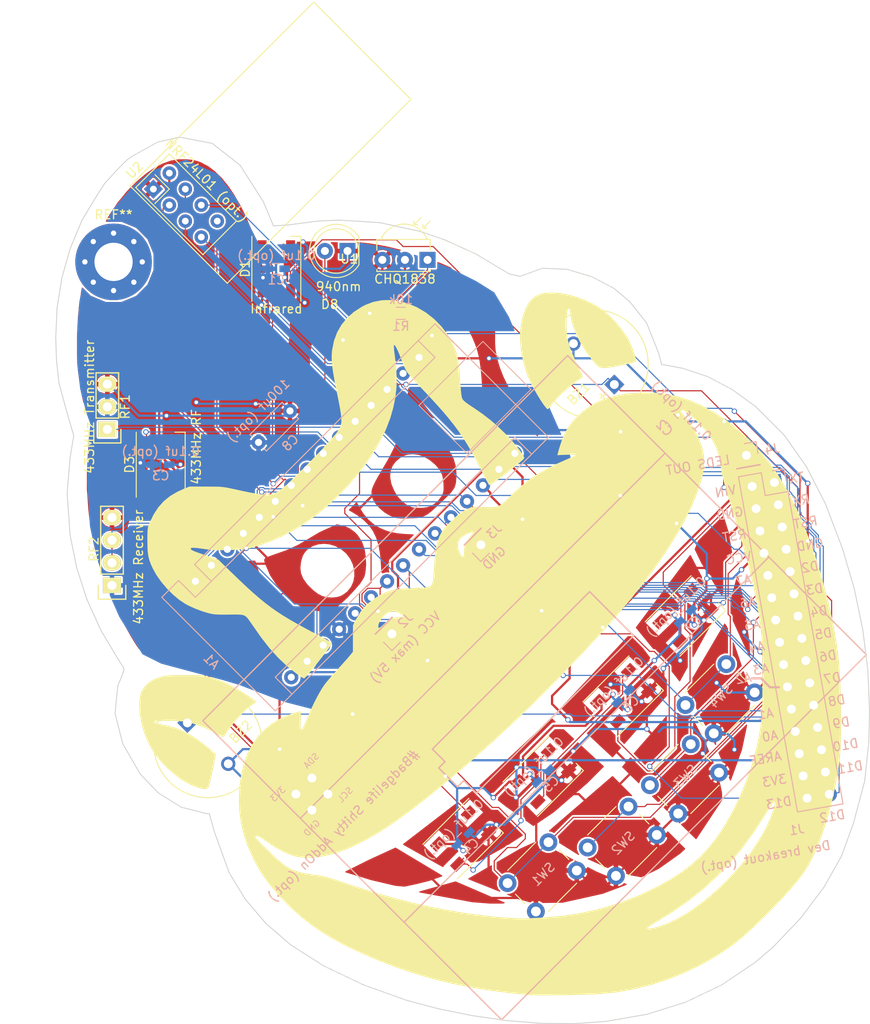
<source format=kicad_pcb>
(kicad_pcb (version 4) (host pcbnew 4.0.7)
  (layers (0 F.Cu signal) (31 B.Cu signal) (34 B.Paste user hide) (35 F.Paste user hide) (36 B.SilkS user) (37 F.SilkS user) (38 B.Mask user) (39 F.Mask user) (44 Edge.Cuts user))
  (net 0 "")
  (net 1 BUZZ1)
  (net 2 BUZZ2)
  (net 3 VCC)
  (net 4 "Net-(D1-Pad4)")
  (net 5 "Net-(D2-Pad4)")
  (net 6 "Net-(D3-Pad4)")
  (net 7 "Net-(D4-Pad4)")
  (net 8 3V3)
  (net 9 VIN)
  (net 10 TX)
  (net 11 RX)
  (net 12 AREF)
  (net 13 RESET)
  (net 14 A0)
  (net 15 GND)
  (net 16 A1)
  (net 17 D2)
  (net 18 A2)
  (net 19 D3)
  (net 20 A3)
  (net 21 D4)
  (net 22 A4)
  (net 23 A5)
  (net 24 A6)
  (net 25 D7)
  (net 26 A7)
  (net 27 D8)
  (net 28 D11)
  (net 29 D12)
  (net 30 D13)
  (net 31 "Net-(D5-Pad4)")
  (net 32 "Net-(D6-Pad4)")
  (net 33 "Net-(D7-Pad4)")
  (net 34 "Net-(U2-Pad8)")
  (module Buzzers_Beepers:MagneticBuzzer_ProSignal_ABT-410-RC (layer F.Cu) (at 149 76 135)
    (fp_text reference BZ1 (at 2.12132 -3.535534 225) (layer F.SilkS))
    (fp_text value Buzzer hide)
    (fp_text user + (at 0 -1.8 135) (layer F.SilkS))
    (pad 1 thru_hole rect (at 0 0 135) (size 1.6 1.6) (drill 1) (layers *.Cu *.Mask) (net 1 BUZZ1))
    (pad 2 thru_hole circle (at 6.5 0 135) (size 1.6 1.6) (drill 1) (layers *.Cu *.Mask) (net 15 GND))
  )
  (module Buzzers_Beepers:MagneticBuzzer_ProSignal_ABT-410-RC (layer F.Cu) (at 101 114 315)
    (fp_text reference BZ2 (at 4.949747 -3.535534 405) (layer F.SilkS))
    (fp_text value Buzzer hide)
    (fp_text user + (at 0 -1.8 315) (layer F.SilkS))
    (pad 1 thru_hole rect (at 0 0 315) (size 1.6 1.6) (drill 1) (layers *.Cu *.Mask) (net 2 BUZZ2))
    (pad 2 thru_hole circle (at 6.5 0 315) (size 1.6 1.6) (drill 1) (layers *.Cu *.Mask) (net 15 GND))
  )
  (module Capacitors_SMD:C_0603_HandSoldering (layer B.Cu) (at 111 63)
    (fp_text reference C1 (at 0 1.25) (layer B.SilkS) (effects (justify mirror)))
    (fp_text value "0.1uf (opt.)" (at 0 -1.5) (layer B.SilkS) (effects (justify mirror)))
    (pad 1 smd rect (at -0.95 0) (size 1.2 0.75) (layers B.Cu B.Paste B.Mask) (net 3 VCC))
    (pad 2 smd rect (at 0.95 0) (size 1.2 0.75) (layers B.Cu B.Paste B.Mask) (net 15 GND))
  )
  (module Capacitors_SMD:C_0603_HandSoldering (layer B.Cu) (at 155.5 80 315)
    (fp_text reference C2 (at 0 1.249999 315) (layer B.SilkS) (effects (justify mirror)))
    (fp_text value "0.1uf (opt.)" (at 0 -1.5 315) (layer B.SilkS) (effects (justify mirror)))
    (pad 1 smd rect (at -0.95 0 315) (size 1.2 0.75) (layers B.Cu B.Paste B.Mask) (net 3 VCC))
    (pad 2 smd rect (at 0.95 0 315) (size 1.2 0.75) (layers B.Cu B.Paste B.Mask) (net 15 GND))
  )
  (module Capacitors_SMD:C_0603_HandSoldering (layer B.Cu) (at 98 85)
    (fp_text reference C3 (at 0 1.25) (layer B.SilkS) (effects (justify mirror)))
    (fp_text value "0.1uf (opt.)" (at 0 -1.5) (layer B.SilkS) (effects (justify mirror)))
    (pad 1 smd rect (at -0.95 0) (size 1.2 0.75) (layers B.Cu B.Paste B.Mask) (net 3 VCC))
    (pad 2 smd rect (at 0.95 0) (size 1.2 0.75) (layers B.Cu B.Paste B.Mask) (net 15 GND))
  )
  (module Capacitors_SMD:C_0603_HandSoldering (layer B.Cu) (at 132 127 45)
    (fp_text reference C4 (at 0 1.249999 45) (layer B.SilkS) (effects (justify mirror)))
    (fp_text value "0.1uf (opt.)" (at 0 -1.5 45) (layer B.SilkS) (effects (justify mirror)))
    (pad 1 smd rect (at -0.95 0 45) (size 1.2 0.75) (layers B.Cu B.Paste B.Mask) (net 3 VCC))
    (pad 2 smd rect (at 0.95 0 45) (size 1.2 0.75) (layers B.Cu B.Paste B.Mask) (net 15 GND))
  )
  (module Capacitors_SMD:C_0603_HandSoldering (layer B.Cu) (at 141 120 45)
    (fp_text reference C5 (at 0 1.249999 45) (layer B.SilkS) (effects (justify mirror)))
    (fp_text value "0.1uf (opt.)" (at 0 -1.5 45) (layer B.SilkS) (effects (justify mirror)))
    (pad 1 smd rect (at -0.95 0 45) (size 1.2 0.75) (layers B.Cu B.Paste B.Mask) (net 3 VCC))
    (pad 2 smd rect (at 0.95 0 45) (size 1.2 0.75) (layers B.Cu B.Paste B.Mask) (net 15 GND))
  )
  (module Capacitors_SMD:C_0603_HandSoldering (layer B.Cu) (at 150 111 45)
    (fp_text reference C6 (at 0 1.249999 45) (layer B.SilkS) (effects (justify mirror)))
    (fp_text value "0.1uf (opt.)" (at 0 -1.5 45) (layer B.SilkS) (effects (justify mirror)))
    (pad 1 smd rect (at -0.95 0 45) (size 1.2 0.75) (layers B.Cu B.Paste B.Mask) (net 3 VCC))
    (pad 2 smd rect (at 0.95 0 45) (size 1.2 0.75) (layers B.Cu B.Paste B.Mask) (net 15 GND))
  )
  (module Capacitors_SMD:C_0603_HandSoldering (layer B.Cu) (at 157 102 45)
    (fp_text reference C7 (at 0 1.249999 45) (layer B.SilkS) (effects (justify mirror)))
    (fp_text value "0.1uf (opt.)" (at 0 -1.5 45) (layer B.SilkS) (effects (justify mirror)))
    (pad 1 smd rect (at -0.95 0 45) (size 1.2 0.75) (layers B.Cu B.Paste B.Mask) (net 3 VCC))
    (pad 2 smd rect (at 0.95 0 45) (size 1.2 0.75) (layers B.Cu B.Paste B.Mask) (net 15 GND))
  )
  (module LED_SMD:LED_SK6812_PLCC4_5.0x5.0mm_P3.2mm (layer F.Cu) (at 111 63 90)
    (fp_text reference D1 (at 0 -3.5 90) (layer F.SilkS))
    (fp_text value Infrared (at -4.5 0 180) (layer F.SilkS))
    (pad 1 smd rect (at 2.45 1.6 90) (size 1.5 1) (layers F.Cu F.Paste F.Mask) (net 15 GND))
    (pad 2 smd rect (at 2.45 -1.6 90) (size 1.5 1) (layers F.Cu F.Paste F.Mask) (net 21 D4))
    (pad 4 smd rect (at -2.45 1.6 90) (size 1.5 1) (layers F.Cu F.Paste F.Mask) (net 4 "Net-(D1-Pad4)"))
    (pad 3 smd rect (at -2.45 -1.6 90) (size 1.5 1) (layers F.Cu F.Paste F.Mask) (net 3 VCC))
  )
  (module LED_SMD:LED_SK6812_PLCC4_5.0x5.0mm_P3.2mm (layer F.Cu) (at 152.5 82.5 45)
    (fp_text reference D2 (at 0 -3.5 45) (layer F.SilkS))
    (fp_text value SK6812 hide)
    (pad 1 smd rect (at 2.45 1.6 45) (size 1.5 1) (layers F.Cu F.Paste F.Mask) (net 15 GND))
    (pad 2 smd rect (at 2.45 -1.6 45) (size 1.5 1) (layers F.Cu F.Paste F.Mask) (net 4 "Net-(D1-Pad4)"))
    (pad 4 smd rect (at -2.45 1.6 45) (size 1.5 1) (layers F.Cu F.Paste F.Mask) (net 5 "Net-(D2-Pad4)"))
    (pad 3 smd rect (at -2.45 -1.6 45) (size 1.5 1) (layers F.Cu F.Paste F.Mask) (net 3 VCC))
  )
  (module LED_SMD:LED_SK6812_PLCC4_5.0x5.0mm_P3.2mm (layer F.Cu) (at 98 85 90)
    (fp_text reference D3 (at 0 -3.5 90) (layer F.SilkS))
    (fp_text value "433MHz RF" (at 2 4 90) (layer F.SilkS))
    (pad 1 smd rect (at 2.45 1.6 90) (size 1.5 1) (layers F.Cu F.Paste F.Mask) (net 15 GND))
    (pad 2 smd rect (at 2.45 -1.6 90) (size 1.5 1) (layers F.Cu F.Paste F.Mask) (net 5 "Net-(D2-Pad4)"))
    (pad 4 smd rect (at -2.45 1.6 90) (size 1.5 1) (layers F.Cu F.Paste F.Mask) (net 6 "Net-(D3-Pad4)"))
    (pad 3 smd rect (at -2.45 -1.6 90) (size 1.5 1) (layers F.Cu F.Paste F.Mask) (net 3 VCC))
  )
  (module LED_SMD:LED_SK6812_PLCC4_5.0x5.0mm_P3.2mm (layer F.Cu) (at 132 127 45)
    (fp_text reference D4 hide)
    (fp_text value SK6812 hide)
    (pad 1 smd rect (at 2.45 1.6 45) (size 1.5 1) (layers F.Cu F.Paste F.Mask) (net 15 GND))
    (pad 2 smd rect (at 2.45 -1.6 45) (size 1.5 1) (layers F.Cu F.Paste F.Mask) (net 6 "Net-(D3-Pad4)"))
    (pad 4 smd rect (at -2.45 1.6 45) (size 1.5 1) (layers F.Cu F.Paste F.Mask) (net 7 "Net-(D4-Pad4)"))
    (pad 3 smd rect (at -2.45 -1.6 45) (size 1.5 1) (layers F.Cu F.Paste F.Mask) (net 3 VCC))
  )
  (module LED_SMD:LED_SK6812_PLCC4_5.0x5.0mm_P3.2mm (layer F.Cu) (at 141 120 45)
    (fp_text reference D5 hide)
    (fp_text value SK6812 hide)
    (pad 1 smd rect (at 2.45 1.6 45) (size 1.5 1) (layers F.Cu F.Paste F.Mask) (net 15 GND))
    (pad 2 smd rect (at 2.45 -1.6 45) (size 1.5 1) (layers F.Cu F.Paste F.Mask) (net 7 "Net-(D4-Pad4)"))
    (pad 4 smd rect (at -2.45 1.6 45) (size 1.5 1) (layers F.Cu F.Paste F.Mask) (net 31 "Net-(D5-Pad4)"))
    (pad 3 smd rect (at -2.45 -1.6 45) (size 1.5 1) (layers F.Cu F.Paste F.Mask) (net 3 VCC))
  )
  (module LED_SMD:LED_SK6812_PLCC4_5.0x5.0mm_P3.2mm (layer F.Cu) (at 150 111 45)
    (fp_text reference D6 hide)
    (fp_text value SK6812 hide)
    (pad 1 smd rect (at 2.45 1.6 45) (size 1.5 1) (layers F.Cu F.Paste F.Mask) (net 15 GND))
    (pad 2 smd rect (at 2.45 -1.6 45) (size 1.5 1) (layers F.Cu F.Paste F.Mask) (net 31 "Net-(D5-Pad4)"))
    (pad 4 smd rect (at -2.45 1.6 45) (size 1.5 1) (layers F.Cu F.Paste F.Mask) (net 32 "Net-(D6-Pad4)"))
    (pad 3 smd rect (at -2.45 -1.6 45) (size 1.5 1) (layers F.Cu F.Paste F.Mask) (net 3 VCC))
  )
  (module LED_SMD:LED_SK6812_PLCC4_5.0x5.0mm_P3.2mm (layer F.Cu) (at 157 102 45)
    (fp_text reference D7 hide)
    (fp_text value SK6812 hide)
    (pad 1 smd rect (at 2.45 1.6 45) (size 1.5 1) (layers F.Cu F.Paste F.Mask) (net 15 GND))
    (pad 2 smd rect (at 2.45 -1.6 45) (size 1.5 1) (layers F.Cu F.Paste F.Mask) (net 32 "Net-(D6-Pad4)"))
    (pad 4 smd rect (at -2.45 1.6 45) (size 1.5 1) (layers F.Cu F.Paste F.Mask) (net 33 "Net-(D7-Pad4)"))
    (pad 3 smd rect (at -2.45 -1.6 45) (size 1.5 1) (layers F.Cu F.Paste F.Mask) (net 3 VCC))
  )
  (module LEDs:LED_D5.0mm (layer F.Cu) (at 119 61 180)
    (fp_text reference D8 (at 2 -6 180) (layer F.SilkS))
    (fp_text value 940nm (at 1 -4 180) (layer F.SilkS))
    (pad 1 thru_hole rect (at 0 0 180) (size 1.8 1.8) (drill 0.9) (layers *.Cu *.Mask) (net 15 GND))
    (pad 2 thru_hole circle (at 2.54 0 180) (size 1.8 1.8) (drill 0.9) (layers *.Cu *.Mask) (net 19 D3))
  )
  (module Pin_Headers:Pin_Header_Straight_2x15_Pitch2.54mm (layer B.Cu) (at 167 87 190)
    (fp_text reference J1 (at 4.31026 -38.841623 190) (layer B.SilkS) (effects (justify mirror)))
    (fp_text value "Dev breakout (opt.)" (at 8.278031 -41.188277 370) (layer B.SilkS) (effects (justify mirror)))
    (pad 1 thru_hole rect (at 0 0 190) (size 1.7 1.7) (drill 1) (layers *.Cu *.Mask) (net 10 TX))
    (pad 2 thru_hole oval (at 2.54 0 190) (size 1.7 1.7) (drill 1) (layers *.Cu *.Mask) (net 9 VIN))
    (pad 3 thru_hole oval (at 0 -2.54 190) (size 1.7 1.7) (drill 1) (layers *.Cu *.Mask) (net 11 RX))
    (pad 4 thru_hole oval (at 2.54 -2.54 190) (size 1.7 1.7) (drill 1) (layers *.Cu *.Mask) (net 15 GND))
    (pad 5 thru_hole oval (at 0 -5.08 190) (size 1.7 1.7) (drill 1) (layers *.Cu *.Mask) (net 13 RESET))
    (pad 6 thru_hole oval (at 2.54 -5.08 190) (size 1.7 1.7) (drill 1) (layers *.Cu *.Mask) (net 13 RESET))
    (pad 7 thru_hole oval (at 0 -7.62 190) (size 1.7 1.7) (drill 1) (layers *.Cu *.Mask) (net 15 GND))
    (pad 8 thru_hole oval (at 2.54 -7.62 190) (size 1.7 1.7) (drill 1) (layers *.Cu *.Mask) (net 3 VCC))
    (pad 9 thru_hole oval (at 0 -10.16 190) (size 1.7 1.7) (drill 1) (layers *.Cu *.Mask) (net 17 D2))
    (pad 10 thru_hole oval (at 2.54 -10.16 190) (size 1.7 1.7) (drill 1) (layers *.Cu *.Mask) (net 26 A7))
    (pad 11 thru_hole oval (at 0 -12.7 190) (size 1.7 1.7) (drill 1) (layers *.Cu *.Mask) (net 19 D3))
    (pad 12 thru_hole oval (at 2.54 -12.7 190) (size 1.7 1.7) (drill 1) (layers *.Cu *.Mask) (net 24 A6))
    (pad 13 thru_hole oval (at 0 -15.24 190) (size 1.7 1.7) (drill 1) (layers *.Cu *.Mask) (net 21 D4))
    (pad 14 thru_hole oval (at 2.54 -15.24 190) (size 1.7 1.7) (drill 1) (layers *.Cu *.Mask) (net 23 A5))
    (pad 15 thru_hole oval (at 0 -17.78 190) (size 1.7 1.7) (drill 1) (layers *.Cu *.Mask) (net 1 BUZZ1))
    (pad 16 thru_hole oval (at 2.54 -17.78 190) (size 1.7 1.7) (drill 1) (layers *.Cu *.Mask) (net 22 A4))
    (pad 17 thru_hole oval (at 0 -20.32 190) (size 1.7 1.7) (drill 1) (layers *.Cu *.Mask) (net 1 BUZZ1))
    (pad 18 thru_hole oval (at 2.54 -20.32 190) (size 1.7 1.7) (drill 1) (layers *.Cu *.Mask) (net 20 A3))
    (pad 19 thru_hole oval (at 0 -22.86 190) (size 1.7 1.7) (drill 1) (layers *.Cu *.Mask) (net 25 D7))
    (pad 20 thru_hole oval (at 2.54 -22.86 190) (size 1.7 1.7) (drill 1) (layers *.Cu *.Mask) (net 18 A2))
    (pad 21 thru_hole oval (at 0 -25.4 190) (size 1.7 1.7) (drill 1) (layers *.Cu *.Mask) (net 27 D8))
    (pad 22 thru_hole oval (at 2.54 -25.4 190) (size 1.7 1.7) (drill 1) (layers *.Cu *.Mask) (net 16 A1))
    (pad 23 thru_hole oval (at 0 -27.94 190) (size 1.7 1.7) (drill 1) (layers *.Cu *.Mask) (net 2 BUZZ2))
    (pad 24 thru_hole oval (at 2.54 -27.94 190) (size 1.7 1.7) (drill 1) (layers *.Cu *.Mask) (net 14 A0))
    (pad 25 thru_hole oval (at 0 -30.48 190) (size 1.7 1.7) (drill 1) (layers *.Cu *.Mask) (net 2 BUZZ2))
    (pad 26 thru_hole oval (at 2.54 -30.48 190) (size 1.7 1.7) (drill 1) (layers *.Cu *.Mask) (net 12 AREF))
    (pad 27 thru_hole oval (at 0 -33.02 190) (size 1.7 1.7) (drill 1) (layers *.Cu *.Mask) (net 28 D11))
    (pad 28 thru_hole oval (at 2.54 -33.02 190) (size 1.7 1.7) (drill 1) (layers *.Cu *.Mask) (net 8 3V3))
    (pad 29 thru_hole oval (at 0 -35.56 190) (size 1.7 1.7) (drill 1) (layers *.Cu *.Mask) (net 29 D12))
    (pad 30 thru_hole oval (at 2.54 -35.56 190) (size 1.7 1.7) (drill 1) (layers *.Cu *.Mask) (net 30 D13))
  )
  (module Resistors_SMD:R_0603_HandSoldering (layer B.Cu) (at 125 68)
    (fp_text reference R1 (at 0 1.45) (layer B.SilkS) (effects (justify mirror)))
    (fp_text value 10k (at 0 -1.55) (layer B.SilkS) (effects (justify mirror)))
    (pad 1 smd rect (at -1.1 0) (size 1.2 0.9) (layers B.Cu B.Paste B.Mask) (net 25 D7))
    (pad 2 smd rect (at 1.1 0) (size 1.2 0.9) (layers B.Cu B.Paste B.Mask) (net 3 VCC))
  )
  (module Sensors:RF_Transmitter_433_MHz (layer F.Cu) (at 92 78.5 90)
    (fp_text reference RF1 (at 0 2 90) (layer F.SilkS))
    (fp_text value "433MHz Transmitter" (at 0 -2 90) (layer F.SilkS))
    (pad 1 thru_hole rect (at -2.54 0 180) (size 2.032 1.7272) (drill 1.016) (layers *.Cu *.Mask F.SilkS) (net 27 D8))
    (pad 2 thru_hole oval (at 0 0 180) (size 2.032 1.7272) (drill 1.016) (layers *.Cu *.Mask F.SilkS) (net 3 VCC))
    (pad 3 thru_hole oval (at 2.54 0 180) (size 2.032 1.7272) (drill 1.016) (layers *.Cu *.Mask F.SilkS) (net 15 GND))
  )
  (module Sensors:RF_Receiver_433_MHz (layer F.Cu) (at 92.5 93.5 90)
    (fp_text reference RF2 (at -1 -2 90) (layer F.SilkS))
    (fp_text value "433MHz Receiver" (at -3 3 90) (layer F.SilkS))
    (pad 1 thru_hole rect (at -5.060707 0.024229 180) (size 2.032 1.7272) (drill 1.016) (layers *.Cu *.Mask F.SilkS) (net 3 VCC))
    (pad 2 thru_hole oval (at -2.520707 0.024229 180) (size 2.032 1.7272) (drill 1.016) (layers *.Cu *.Mask F.SilkS) (net 17 D2))
    (pad 3 thru_hole oval (at 0.019293 0.024229 180) (size 2.032 1.7272) (drill 1.016) (layers *.Cu *.Mask F.SilkS) (net 17 D2))
    (pad 4 thru_hole oval (at 2.559293 0.024229 180) (size 2.032 1.7272) (drill 1.016) (layers *.Cu *.Mask F.SilkS) (net 15 GND))
  )
  (module Buttons_Switches_THT:SW_PUSH_6mm_h4.3mm (layer F.Cu) (at 137 132 45)
    (fp_text reference SW1 (at 3.535534 2.12132 45) (layer B.SilkS) (effects (justify mirror)))
    (fp_text value MODE hide)
    (pad 2 thru_hole circle (at 0 4.500001 135) (size 2 2) (drill 1.1) (layers *.Cu *.Mask) (net 15 GND))
    (pad 1 thru_hole circle (at 0 0 135) (size 2 2) (drill 1.1) (layers *.Cu *.Mask) (net 18 A2))
    (pad 2 thru_hole circle (at 6.500001 4.5 135) (size 2 2) (drill 1.1) (layers *.Cu *.Mask) (net 15 GND))
    (pad 1 thru_hole circle (at 6.5 0 135) (size 2 2) (drill 1.1) (layers *.Cu *.Mask) (net 18 A2))
  )
  (module Buttons_Switches_THT:SW_PUSH_6mm_h4.3mm (layer F.Cu) (at 146 128 45)
    (fp_text reference SW2 (at 3.181981 2.474874 45) (layer B.SilkS) (effects (justify mirror)))
    (fp_text value SLOT hide)
    (pad 2 thru_hole circle (at 0 4.500001 135) (size 2 2) (drill 1.1) (layers *.Cu *.Mask) (net 15 GND))
    (pad 1 thru_hole circle (at 0 0 135) (size 2 2) (drill 1.1) (layers *.Cu *.Mask) (net 20 A3))
    (pad 2 thru_hole circle (at 6.500001 4.5 135) (size 2 2) (drill 1.1) (layers *.Cu *.Mask) (net 15 GND))
    (pad 1 thru_hole circle (at 6.5 0 135) (size 2 2) (drill 1.1) (layers *.Cu *.Mask) (net 20 A3))
  )
  (module Buttons_Switches_THT:SW_PUSH_6mm_h4.3mm (layer F.Cu) (at 153 121 45)
    (fp_text reference SW3 (at 3.535534 2.12132 45) (layer B.SilkS) (effects (justify mirror)))
    (fp_text value LEARN hide)
    (pad 2 thru_hole circle (at 0 4.500001 135) (size 2 2) (drill 1.1) (layers *.Cu *.Mask) (net 15 GND))
    (pad 1 thru_hole circle (at 0 0 135) (size 2 2) (drill 1.1) (layers *.Cu *.Mask) (net 24 A6))
    (pad 2 thru_hole circle (at 6.500001 4.5 135) (size 2 2) (drill 1.1) (layers *.Cu *.Mask) (net 15 GND))
    (pad 1 thru_hole circle (at 6.5 0 135) (size 2 2) (drill 1.1) (layers *.Cu *.Mask) (net 24 A6))
  )
  (module Buttons_Switches_THT:SW_PUSH_6mm_h4.3mm (layer F.Cu) (at 157 112 45)
    (fp_text reference SW4 (at 3.535534 2.12132 45) (layer B.SilkS) (effects (justify mirror)))
    (fp_text value PLAY hide)
    (pad 2 thru_hole circle (at 0 4.500001 135) (size 2 2) (drill 1.1) (layers *.Cu *.Mask) (net 15 GND))
    (pad 1 thru_hole circle (at 0 0 135) (size 2 2) (drill 1.1) (layers *.Cu *.Mask) (net 26 A7))
    (pad 2 thru_hole circle (at 6.500001 4.5 135) (size 2 2) (drill 1.1) (layers *.Cu *.Mask) (net 15 GND))
    (pad 1 thru_hole circle (at 6.5 0 135) (size 2 2) (drill 1.1) (layers *.Cu *.Mask) (net 26 A7))
  )
  (module Opto-Devices:IRReceiver_Vishay_MOLD-3pin (layer F.Cu) (at 128 62 180)
    (fp_text reference U1 (at 8.8 0.1 360) (layer F.SilkS))
    (fp_text value CHQ1838 (at 2.54 -2.15 180) (layer F.SilkS))
    (pad 1 thru_hole rect (at 0 0 180) (size 1.8 1.8) (drill 0.9) (layers *.Cu *.Mask) (net 25 D7))
    (pad 2 thru_hole circle (at 2.54 0 180) (size 1.8 1.8) (drill 0.9) (layers *.Cu *.Mask) (net 3 VCC))
    (pad 3 thru_hole circle (at 5.08 0 180) (size 1.8 1.8) (drill 0.9) (layers *.Cu *.Mask) (net 15 GND))
  )
  (module RF_Modules:nRF24L01_Breakout (layer F.Cu) (at 97.175 54.05 45)
    (fp_text reference U2 (at 0 -3 45) (layer F.SilkS))
    (fp_text value "NRF24L01 (opt.)" (at 4.949747 3.535534 135) (layer F.SilkS))
    (pad 1 thru_hole rect (at 0 0 45) (size 1.524 1.524) (drill 0.762) (layers *.Cu *.Mask) (net 15 GND))
    (pad 2 thru_hole circle (at 2.54 0 45) (size 1.524 1.524) (drill 0.762) (layers *.Cu *.Mask) (net 8 3V3))
    (pad 3 thru_hole circle (at 0 2.54 45) (size 1.524 1.524) (drill 0.762) (layers *.Cu *.Mask) (net 16 A1))
    (pad 4 thru_hole circle (at 2.54 2.54 45) (size 1.524 1.524) (drill 0.762) (layers *.Cu *.Mask) (net 14 A0))
    (pad 5 thru_hole circle (at 0 5.08 45) (size 1.524 1.524) (drill 0.762) (layers *.Cu *.Mask) (net 30 D13))
    (pad 6 thru_hole circle (at 2.54 5.08 45) (size 1.524 1.524) (drill 0.762) (layers *.Cu *.Mask) (net 28 D11))
    (pad 7 thru_hole circle (at 0 7.62 45) (size 1.524 1.524) (drill 0.762) (layers *.Cu *.Mask) (net 29 D12))
    (pad 8 thru_hole circle (at 2.54 7.62 45) (size 1.524 1.524) (drill 0.762) (layers *.Cu *.Mask) (net 34 "Net-(U2-Pad8)"))
  )
  (module Capacitors_THT:C_Disc_D5.0mm_W2.5mm_P5.00mm (layer B.Cu) (at 109 82.5 45)
    (fp_text reference C8 (at 2.5 2.559999 45) (layer B.SilkS) (effects (justify mirror)))
    (fp_text value "100uf (opt.)" (at 2.5 -2.559999 45) (layer B.SilkS) (effects (justify mirror)))
    (pad 1 thru_hole circle (at 0 0 45) (size 1.6 1.6) (drill 0.8) (layers *.Cu *.Mask) (net 3 VCC))
    (pad 2 thru_hole circle (at 5 0 45) (size 1.6 1.6) (drill 0.8) (layers *.Cu *.Mask) (net 15 GND))
  )
  (module Pin_Headers:Pin_Header_Straight_1x01_Pitch2.54mm (layer B.Cu) (at 124 104 45)
    (fp_text reference J2 (at 2.12132 0 45) (layer B.SilkS) (effects (justify mirror)))
    (fp_text value "VCC (max 5V)" (at 0 2.12132 45) (layer B.SilkS) (effects (justify mirror)))
    (pad 1 thru_hole rect (at 0 0 45) (size 1.7 1.7) (drill 1) (layers *.Cu *.Mask) (net 3 VCC))
  )
  (module Pin_Headers:Pin_Header_Straight_1x01_Pitch2.54mm (layer B.Cu) (at 134 94 45)
    (fp_text reference J3 (at 2.12132 0 45) (layer B.SilkS) (effects (justify mirror)))
    (fp_text value GND (at 0 2.12132 45) (layer B.SilkS) (effects (justify mirror)))
    (pad 1 thru_hole rect (at 0 0 45) (size 1.7 1.7) (drill 1) (layers *.Cu *.Mask) (net 15 GND))
  )
  (module ShittyAddOn:Badgelife-Shitty-2x2 (layer F.Cu) (at 115 122 45)
    (fp_text reference X1)
    (fp_text value "#Badgelife Shitty AddOn (opt.)" (at 0 5 45) (layer B.SilkS) (effects (justify mirror)))
    (fp_text user SDA (at 2.6 -2.7 45) (layer B.SilkS) (effects (font (size 0.7 0.7) (thickness 0.1)) (justify mirror)))
    (fp_text user SCL (at 2.6 2.7 45) (layer B.SilkS) (effects (font (size 0.7 0.7) (thickness 0.1)) (justify mirror)))
    (fp_text user GND (at -2.7 2.7 45) (layer B.SilkS) (effects (font (size 0.7 0.7) (thickness 0.1)) (justify mirror)))
    (fp_text user 3V3 (at -2.7 -2.7 45) (layer B.SilkS) (effects (font (size 0.7 0.7) (thickness 0.1)) (justify mirror)))
    (pad 4 thru_hole circle (at 1.27 -1.27 45) (size 1.7 1.7) (drill 1) (layers *.Cu *.Mask) (net 23 A5))
    (pad 3 thru_hole oval (at 1.27 1.27 45) (size 1.7 1.7) (drill 1) (layers *.Cu *.Mask) (net 22 A4))
    (pad 1 thru_hole oval (at -1.27 -1.27 45) (size 1.7 1.7) (drill 1) (layers *.Cu *.Mask) (net 8 3V3))
    (pad 2 thru_hole oval (at -1.27 1.27 45) (size 1.7 1.7) (drill 1) (layers *.Cu *.Mask) (net 15 GND))
  )
  (module vector-kong:Silkscreen (layer F.Cu) (at 136 98)
    (fp_text reference SILK hide)
    (fp_text value LOGO hide)
  )
  (module vector-kong:Tin (layer F.Cu) (at 136 98)
    (fp_text reference TIN hide)
    (fp_text value LOGO hide)
  )
  (module Pin_Headers:Pin_Header_Straight_1x01_Pitch2.54mm (layer B.Cu) (at 163.85 83.95 190)
    (fp_text reference J4 (at -2.977496 0.185786 190) (layer B.SilkS) (effects (justify mirror)))
    (fp_text value "LEDS OUT" (at 5.558215 -0.136906 190) (layer B.SilkS) (effects (justify mirror)))
    (pad 1 thru_hole rect (at 0 0 190) (size 1.7 1.7) (drill 1) (layers *.Cu *.Mask) (net 33 "Net-(D7-Pad4)"))
  )
  (module ArduinoNanoCustom:Arduino_Nano (layer B.Cu) (at 101.9 98.1 315)
    (fp_text reference A1 (at 7.62 5.08 315) (layer B.SilkS) (effects (justify mirror)))
    (fp_text value "Arduino Nano v3.x")
    (pad 1 thru_hole rect (at 0 0 315) (size 1.6 1.6) (drill 0.8) (layers *.Cu *.Mask) (net 10 TX))
    (pad 17 thru_hole oval (at 15.24 -33.02 315) (size 1.6 1.6) (drill 0.8) (layers *.Cu *.Mask) (net 8 3V3))
    (pad 2 thru_hole oval (at 0 -2.54 315) (size 1.6 1.6) (drill 0.8) (layers *.Cu *.Mask) (net 11 RX))
    (pad 18 thru_hole oval (at 15.24 -30.48 315) (size 1.6 1.6) (drill 0.8) (layers *.Cu *.Mask) (net 12 AREF))
    (pad 3 thru_hole oval (at 0 -5.08 315) (size 1.6 1.6) (drill 0.8) (layers *.Cu *.Mask) (net 13 RESET))
    (pad 19 thru_hole oval (at 15.24 -27.94 315) (size 1.6 1.6) (drill 0.8) (layers *.Cu *.Mask) (net 14 A0))
    (pad 4 thru_hole oval (at 0 -7.62 315) (size 1.6 1.6) (drill 0.8) (layers *.Cu *.Mask) (net 15 GND))
    (pad 20 thru_hole oval (at 15.24 -25.4 315) (size 1.6 1.6) (drill 0.8) (layers *.Cu *.Mask) (net 16 A1))
    (pad 5 thru_hole oval (at 0 -10.16 315) (size 1.6 1.6) (drill 0.8) (layers *.Cu *.Mask) (net 17 D2))
    (pad 21 thru_hole oval (at 15.24 -22.86 315) (size 1.6 1.6) (drill 0.8) (layers *.Cu *.Mask) (net 18 A2))
    (pad 6 thru_hole oval (at 0 -12.7 315) (size 1.6 1.6) (drill 0.8) (layers *.Cu *.Mask) (net 19 D3))
    (pad 22 thru_hole oval (at 15.24 -20.32 315) (size 1.6 1.6) (drill 0.8) (layers *.Cu *.Mask) (net 20 A3))
    (pad 7 thru_hole oval (at 0 -15.24 315) (size 1.6 1.6) (drill 0.8) (layers *.Cu *.Mask) (net 21 D4))
    (pad 23 thru_hole oval (at 15.24 -17.78 315) (size 1.6 1.6) (drill 0.8) (layers *.Cu *.Mask) (net 22 A4))
    (pad 8 thru_hole oval (at 0 -17.78 315) (size 1.6 1.6) (drill 0.8) (layers *.Cu *.Mask) (net 1 BUZZ1))
    (pad 24 thru_hole oval (at 15.24 -15.24 315) (size 1.6 1.6) (drill 0.8) (layers *.Cu *.Mask) (net 23 A5))
    (pad 9 thru_hole oval (at 0 -20.32 315) (size 1.6 1.6) (drill 0.8) (layers *.Cu *.Mask) (net 1 BUZZ1))
    (pad 25 thru_hole oval (at 15.24 -12.7 315) (size 1.6 1.6) (drill 0.8) (layers *.Cu *.Mask) (net 24 A6))
    (pad 10 thru_hole oval (at 0 -22.86 315) (size 1.6 1.6) (drill 0.8) (layers *.Cu *.Mask) (net 25 D7))
    (pad 26 thru_hole oval (at 15.24 -10.16 315) (size 1.6 1.6) (drill 0.8) (layers *.Cu *.Mask) (net 26 A7))
    (pad 11 thru_hole oval (at 0 -25.4 315) (size 1.6 1.6) (drill 0.8) (layers *.Cu *.Mask) (net 27 D8))
    (pad 27 thru_hole oval (at 15.24 -7.62 315) (size 1.6 1.6) (drill 0.8) (layers *.Cu *.Mask) (net 3 VCC))
    (pad 12 thru_hole oval (at 0 -27.94 315) (size 1.6 1.6) (drill 0.8) (layers *.Cu *.Mask) (net 2 BUZZ2))
    (pad 28 thru_hole oval (at 15.24 -5.08 315) (size 1.6 1.6) (drill 0.8) (layers *.Cu *.Mask) (net 13 RESET))
    (pad 13 thru_hole oval (at 0 -30.48 315) (size 1.6 1.6) (drill 0.8) (layers *.Cu *.Mask) (net 2 BUZZ2))
    (pad 29 thru_hole oval (at 15.24 -2.54 315) (size 1.6 1.6) (drill 0.8) (layers *.Cu *.Mask) (net 15 GND))
    (pad 14 thru_hole oval (at 0 -33.02 315) (size 1.6 1.6) (drill 0.8) (layers *.Cu *.Mask) (net 28 D11))
    (pad 30 thru_hole oval (at 15.24 0 315) (size 1.6 1.6) (drill 0.8) (layers *.Cu *.Mask) (net 9 VIN))
    (pad 15 thru_hole oval (at 0 -35.56 315) (size 1.6 1.6) (drill 0.8) (layers *.Cu *.Mask) (net 29 D12))
    (pad 16 thru_hole oval (at 15.24 -35.56 315) (size 1.6 1.6) (drill 0.8) (layers *.Cu *.Mask) (net 30 D13))
  )
  (module BatteryHolder:AA_Battery_holder_silkscreen (layer F.Cu) (at 143.75 72.75 225)
    (fp_text reference BATT hide)
    (fp_text value "AA Battery holder silkscreen")
  )
  (module Mounting_Holes:MountingHole_4.3mm_M4_Pad_Via (layer F.Cu) (at 92.7 62.225)
    (fp_text reference REF** (at 0 -5.3) (layer F.SilkS))
    (fp_text value MountingHole_4.3mm_M4_Pad_Via)
    (pad 1 thru_hole circle (at 0 0) (size 8.6 8.6) (drill 4.3) (layers *.Cu *.Mask))
    (pad 1 thru_hole circle (at 3.225 0) (size 0.9 0.9) (drill 0.6) (layers *.Cu *.Mask))
    (pad 1 thru_hole circle (at 2.280419 2.280419) (size 0.9 0.9) (drill 0.6) (layers *.Cu *.Mask))
    (pad 1 thru_hole circle (at 0 3.225) (size 0.9 0.9) (drill 0.6) (layers *.Cu *.Mask))
    (pad 1 thru_hole circle (at -2.280419 2.280419) (size 0.9 0.9) (drill 0.6) (layers *.Cu *.Mask))
    (pad 1 thru_hole circle (at -3.225 0) (size 0.9 0.9) (drill 0.6) (layers *.Cu *.Mask))
    (pad 1 thru_hole circle (at -2.280419 -2.280419) (size 0.9 0.9) (drill 0.6) (layers *.Cu *.Mask))
    (pad 1 thru_hole circle (at 0 -3.225) (size 0.9 0.9) (drill 0.6) (layers *.Cu *.Mask))
    (pad 1 thru_hole circle (at 2.280419 -2.280419) (size 0.9 0.9) (drill 0.6) (layers *.Cu *.Mask))
  )
  (gr_text TX (at 169.5 86.5 10) (layer B.SilkS) (effects (font (size 1 1)) (justify mirror)))
  (gr_text RX (at 170 89 10) (layer B.SilkS) (effects (font (size 1 1)) (justify mirror)))
  (gr_text RST (at 170.5 91.5 10) (layer B.SilkS) (effects (font (size 1 1)) (justify mirror)))
  (gr_text GND (at 171 94 10) (layer B.SilkS) (effects (font (size 1 1)) (justify mirror)))
  (gr_text D2 (at 171 96.5 10) (layer B.SilkS) (effects (font (size 1 1)) (justify mirror)))
  (gr_text D3 (at 171.5 99 10) (layer B.SilkS) (effects (font (size 1 1)) (justify mirror)))
  (gr_text D4 (at 172 101.5 10) (layer B.SilkS) (effects (font (size 1 1)) (justify mirror)))
  (gr_text D5 (at 172.5 104 10) (layer B.SilkS) (effects (font (size 1 1)) (justify mirror)))
  (gr_text D6 (at 173 106.5 10) (layer B.SilkS) (effects (font (size 1 1)) (justify mirror)))
  (gr_text D7 (at 173.5 109 10) (layer B.SilkS) (effects (font (size 1 1)) (justify mirror)))
  (gr_text D8 (at 174 111.5 10) (layer B.SilkS) (effects (font (size 1 1)) (justify mirror)))
  (gr_text D9 (at 174.5 114 10) (layer B.SilkS) (effects (font (size 1 1)) (justify mirror)))
  (gr_text D10 (at 175 116.5 10) (layer B.SilkS) (effects (font (size 1 1)) (justify mirror)))
  (gr_text D11 (at 175.5 119 10) (layer B.SilkS) (effects (font (size 1 1)) (justify mirror)))
  (gr_text D12 (at 173.5 124.5 10) (layer B.SilkS) (effects (font (size 1 1)) (justify mirror)))
  (gr_text D13 (at 167.5 123 10) (layer B.SilkS) (effects (font (size 1 1)) (justify mirror)))
  (gr_text 3V3 (at 167 120.5 10) (layer B.SilkS) (effects (font (size 1 1)) (justify mirror)))
  (gr_text AREF (at 166 118 10) (layer B.SilkS) (effects (font (size 1 1)) (justify mirror)))
  (gr_text A0 (at 166.5 115.5 10) (layer B.SilkS) (effects (font (size 1 1)) (justify mirror)))
  (gr_text A1 (at 166 113 10) (layer B.SilkS) (effects (font (size 1 1)) (justify mirror)))
  (gr_line (start 165.5 109) (end 164.5 109) (angle 90) (layer B.SilkS) (width 0.25))
  (gr_line (start 166 109.5) (end 165.5 109) (angle 90) (layer B.SilkS) (width 0.25))
  (gr_line (start 166.5 110) (end 166 109.5) (angle 90) (layer B.SilkS) (width 0.25))
  (gr_line (start 167.5 110) (end 166.5 110) (angle 90) (layer B.SilkS) (width 0.25))
  (gr_text A2 (at 163.5 109 10) (layer B.SilkS) (effects (font (size 1 1)) (justify mirror)))
  (gr_text A3 (at 165.5 108 10) (layer B.SilkS) (effects (font (size 1 1)) (justify mirror)))
  (gr_text A4 (at 165 105.5 10) (layer B.SilkS) (effects (font (size 1 1)) (justify mirror)))
  (gr_text A5 (at 164.5 103 10) (layer B.SilkS) (effects (font (size 1 1)) (justify mirror)))
  (gr_text A6 (at 164 100.5 10) (layer B.SilkS) (effects (font (size 1 1)) (justify mirror)))
  (gr_text A7 (at 163.5 98 10) (layer B.SilkS) (effects (font (size 1 1)) (justify mirror)))
  (gr_text VCC (at 163 95.5 10) (layer B.SilkS) (effects (font (size 1 1)) (justify mirror)))
  (gr_text RST (at 162.5 93 10) (layer B.SilkS) (effects (font (size 1 1)) (justify mirror)))
  (gr_text GND (at 162 90.5 10) (layer B.SilkS) (effects (font (size 1 1)) (justify mirror)))
  (gr_text VIN (at 161.5 88 10) (layer B.SilkS) (effects (font (size 1 1)) (justify mirror)))
  (gr_text Buzzers (at 155 85.5 45) (layer F.Cu) (effects (font (size 1 1))))
  (gr_text PLAY (at 166.5 118 80) (layer F.Cu) (effects (font (size 1.5 1.5) (thickness 0.3))))
  (gr_text LEARN (at 163 126.5 55) (layer F.Cu) (effects (font (size 1.5 1.5) (thickness 0.3))))
  (gr_text SLOT (at 156.5 133 35) (layer F.Cu) (effects (font (size 1.5 1.5) (thickness 0.3))))
  (gr_text MODE (at 147 137 10) (layer F.Cu) (effects (font (size 1.5 1.5) (thickness 0.3))))
  (gr_line (start 166.819661 139.21186) (end 166.819753 139.21182) (layer Edge.Cuts) (width 0.1))
  (gr_line (start 169.942087 135.944767) (end 166.819661 139.21186) (layer Edge.Cuts) (width 0.1))
  (gr_line (start 172.578225 132.446766) (end 169.942087 135.944767) (layer Edge.Cuts) (width 0.1))
  (gr_line (start 174.549857 128.95434) (end 172.578225 132.446766) (layer Edge.Cuts) (width 0.1))
  (gr_line (start 175.905969 125.20947) (end 174.549857 128.95434) (layer Edge.Cuts) (width 0.1))
  (gr_line (start 177.148267 120.536114) (end 175.905969 125.20947) (layer Edge.Cuts) (width 0.1))
  (gr_line (start 177.608402 116.22668) (end 177.148267 120.536114) (layer Edge.Cuts) (width 0.1))
  (gr_line (start 177.699412 112.63958) (end 177.608402 116.22668) (layer Edge.Cuts) (width 0.1))
  (gr_line (start 177.50241 108.045833) (end 177.699412 112.63958) (layer Edge.Cuts) (width 0.1))
  (gr_line (start 176.932684 103.498903) (end 177.50241 108.045833) (layer Edge.Cuts) (width 0.1))
  (gr_line (start 175.984956 98.967238) (end 176.932684 103.498903) (layer Edge.Cuts) (width 0.1))
  (gr_line (start 174.653952 94.41929) (end 175.984956 98.967238) (layer Edge.Cuts) (width 0.1))
  (gr_line (start 172.737108 89.39533) (end 174.653952 94.41929) (layer Edge.Cuts) (width 0.1))
  (gr_line (start 170.602579 85.238426) (end 172.737108 89.39533) (layer Edge.Cuts) (width 0.1))
  (gr_line (start 168.132161 81.71838) (end 170.602579 85.238426) (layer Edge.Cuts) (width 0.1))
  (gr_line (start 164.88347 78.47033) (end 168.132161 81.71838) (layer Edge.Cuts) (width 0.1))
  (gr_line (start 162.251568 76.561494) (end 164.88347 78.47033) (layer Edge.Cuts) (width 0.1))
  (gr_line (start 159.543199 75.12869) (end 162.251568 76.561494) (layer Edge.Cuts) (width 0.1))
  (gr_line (start 156.705489 74.17795) (end 159.543199 75.12869) (layer Edge.Cuts) (width 0.1))
  (gr_line (start 154.684956 73.80371) (end 156.705489 74.17795) (layer Edge.Cuts) (width 0.1))
  (gr_line (start 154.329801 73.76271) (end 154.684956 73.80371) (layer Edge.Cuts) (width 0.1))
  (gr_line (start 154.266621 73.54987) (end 154.329801 73.76271) (layer Edge.Cuts) (width 0.1))
  (gr_line (start 153.972284 72.44061) (end 154.266621 73.54987) (layer Edge.Cuts) (width 0.1))
  (gr_line (start 152.623262 69.06801) (end 153.972284 72.44061) (layer Edge.Cuts) (width 0.1))
  (gr_line (start 150.729407 66.68963) (end 152.623262 69.06801) (layer Edge.Cuts) (width 0.1))
  (gr_line (start 148.968609 65.20191) (end 150.729407 66.68963) (layer Edge.Cuts) (width 0.1))
  (gr_line (start 146.496409 63.899573) (end 148.968609 65.20191) (layer Edge.Cuts) (width 0.1))
  (gr_line (start 143.658724 63.05526) (end 146.496409 63.899573) (layer Edge.Cuts) (width 0.1))
  (gr_line (start 140.919181 62.940551) (end 143.658724 63.05526) (layer Edge.Cuts) (width 0.1))
  (gr_line (start 138.405306 63.84909) (end 140.919181 62.940551) (layer Edge.Cuts) (width 0.1))
  (gr_line (start 137.20335 63.58607) (end 138.405306 63.84909) (layer Edge.Cuts) (width 0.1))
  (gr_line (start 133.408367 61.32468) (end 137.20335 63.58607) (layer Edge.Cuts) (width 0.1))
  (gr_line (start 129.877475 59.72774) (end 133.408367 61.32468) (layer Edge.Cuts) (width 0.1))
  (gr_line (start 127.076983 58.77723) (end 129.877475 59.72774) (layer Edge.Cuts) (width 0.1))
  (gr_line (start 122.642511 57.820884) (end 127.076983 58.77723) (layer Edge.Cuts) (width 0.1))
  (gr_line (start 118.128879 57.5338) (end 122.642511 57.820884) (layer Edge.Cuts) (width 0.1))
  (gr_line (start 115.645475 57.641221) (end 118.128879 57.5338) (layer Edge.Cuts) (width 0.1))
  (gr_line (start 112.384953 58.06896) (end 115.645475 57.641221) (layer Edge.Cuts) (width 0.1))
  (gr_line (start 110.672221 58.18659) (end 112.384953 58.06896) (layer Edge.Cuts) (width 0.1))
  (gr_line (start 110.458869 57.64163) (end 110.672221 58.18659) (layer Edge.Cuts) (width 0.1))
  (gr_line (start 109.535546 55.46044) (end 110.458869 57.64163) (layer Edge.Cuts) (width 0.1))
  (gr_line (start 106.922698 51.365623) (end 109.535546 55.46044) (layer Edge.Cuts) (width 0.1))
  (gr_line (start 103.793343 48.91422) (end 106.922698 51.365623) (layer Edge.Cuts) (width 0.1))
  (gr_line (start 100.124277 48.21659) (end 103.793343 48.91422) (layer Edge.Cuts) (width 0.1))
  (gr_line (start 97.669537 48.766366) (end 100.124277 48.21659) (layer Edge.Cuts) (width 0.1))
  (gr_line (start 94.973063 50.2553) (end 97.669537 48.766366) (layer Edge.Cuts) (width 0.1))
  (gr_line (start 94.251327 50.73362) (end 94.973063 50.2553) (layer Edge.Cuts) (width 0.1))
  (gr_line (start 93.039481 51.94611) (end 94.251327 50.73362) (layer Edge.Cuts) (width 0.1))
  (gr_line (start 91.688258 53.42886) (end 93.039481 51.94611) (layer Edge.Cuts) (width 0.1))
  (gr_line (start 90.818242 54.7856) (end 91.688258 53.42886) (layer Edge.Cuts) (width 0.1))
  (gr_line (start 89.138523 57.57299) (end 90.818242 54.7856) (layer Edge.Cuts) (width 0.1))
  (gr_line (start 87.829844 60.713133) (end 89.138523 57.57299) (layer Edge.Cuts) (width 0.1))
  (gr_line (start 86.891425 64.01798) (end 87.829844 60.713133) (layer Edge.Cuts) (width 0.1))
  (gr_line (start 86.345501 67.40923) (end 86.891425 64.01798) (layer Edge.Cuts) (width 0.1))
  (gr_line (start 86.19925 70.72808) (end 86.345501 67.40923) (layer Edge.Cuts) (width 0.1))
  (gr_line (start 86.28105 73.26847) (end 86.19925 70.72808) (layer Edge.Cuts) (width 0.1))
  (gr_line (start 86.564279 75.84453) (end 86.28105 73.26847) (layer Edge.Cuts) (width 0.1))
  (gr_line (start 87.519288 79.34619) (end 86.564279 75.84453) (layer Edge.Cuts) (width 0.1))
  (gr_line (start 88.222282 81.73642) (end 87.519288 79.34619) (layer Edge.Cuts) (width 0.1))
  (gr_line (start 87.813311 84.20687) (end 88.222282 81.73642) (layer Edge.Cuts) (width 0.1))
  (gr_line (start 87.480064 88.19906) (end 87.813311 84.20687) (layer Edge.Cuts) (width 0.1))
  (gr_line (start 87.810936 92.88235) (end 87.480064 88.19906) (layer Edge.Cuts) (width 0.1))
  (gr_line (start 88.550327 96.56858) (end 87.810936 92.88235) (layer Edge.Cuts) (width 0.1))
  (gr_line (start 89.700988 100.1322) (end 88.550327 96.56858) (layer Edge.Cuts) (width 0.1))
  (gr_line (start 91.263029 103.573495) (end 89.700988 100.1322) (layer Edge.Cuts) (width 0.1))
  (gr_line (start 93.236561 106.89275) (end 91.263029 103.573495) (layer Edge.Cuts) (width 0.1))
  (gr_line (start 93.820494 107.77982) (end 93.236561 106.89275) (layer Edge.Cuts) (width 0.1))
  (gr_line (start 93.864697 108.06822) (end 93.820494 107.77982) (layer Edge.Cuts) (width 0.1))
  (gr_line (start 93.608035 108.80331) (end 93.864697 108.06822) (layer Edge.Cuts) (width 0.1))
  (gr_line (start 93.175523 109.82989) (end 93.608035 108.80331) (layer Edge.Cuts) (width 0.1))
  (gr_line (start 92.867905 112.932733) (end 93.175523 109.82989) (layer Edge.Cuts) (width 0.1))
  (gr_line (start 93.734286 116.345934) (end 92.867905 112.932733) (layer Edge.Cuts) (width 0.1))
  (gr_line (start 95.691284 119.74101) (end 93.734286 116.345934) (layer Edge.Cuts) (width 0.1))
  (gr_line (start 97.741504 121.87012) (end 95.691284 119.74101) (layer Edge.Cuts) (width 0.1))
  (gr_line (start 100.310849 123.471798) (end 97.741504 121.87012) (layer Edge.Cuts) (width 0.1))
  (gr_line (start 103.062848 124.17022) (end 100.310849 123.471798) (layer Edge.Cuts) (width 0.1))
  (gr_line (start 103.470523 124.20692) (end 103.062848 124.17022) (layer Edge.Cuts) (width 0.1))
  (gr_line (start 103.550323 124.48819) (end 103.470523 124.20692) (layer Edge.Cuts) (width 0.1))
  (gr_line (start 104.008786 126.16271) (end 103.550323 124.48819) (layer Edge.Cuts) (width 0.1))
  (gr_line (start 105.691049 130.81447) (end 104.008786 126.16271) (layer Edge.Cuts) (width 0.1))
  (gr_line (start 107.5085 133.806274) (end 105.691049 130.81447) (layer Edge.Cuts) (width 0.1))
  (gr_line (start 109.813198 136.512069) (end 107.5085 133.806274) (layer Edge.Cuts) (width 0.1))
  (gr_line (start 112.595076 138.92004) (end 109.813198 136.512069) (layer Edge.Cuts) (width 0.1))
  (gr_line (start 116.335733 141.296189) (end 112.595076 138.92004) (layer Edge.Cuts) (width 0.1))
  (gr_line (start 120.798532 143.428461) (end 116.335733 141.296189) (layer Edge.Cuts) (width 0.1))
  (gr_line (start 125.672374 145.16821) (end 120.798532 143.428461) (layer Edge.Cuts) (width 0.1))
  (gr_line (start 129.238478 146.112737) (end 125.672374 145.16821) (layer Edge.Cuts) (width 0.1))
  (gr_line (start 133.017697 146.87693) (end 129.238478 146.112737) (layer Edge.Cuts) (width 0.1))
  (gr_line (start 136.886703 147.43585) (end 133.017697 146.87693) (layer Edge.Cuts) (width 0.1))
  (gr_line (start 140.725568 147.74644) (end 136.886703 147.43585) (layer Edge.Cuts) (width 0.1))
  (gr_line (start 144.446904 147.781597) (end 140.725568 147.74644) (layer Edge.Cuts) (width 0.1))
  (gr_line (start 147.979074 147.54064) (end 144.446904 147.781597) (layer Edge.Cuts) (width 0.1))
  (gr_line (start 152.688655 146.72634) (end 147.979074 147.54064) (layer Edge.Cuts) (width 0.1))
  (gr_line (start 157.036043 145.363811) (end 152.688655 146.72634) (layer Edge.Cuts) (width 0.1))
  (gr_line (start 161.054639 143.439932) (end 157.036043 145.363811) (layer Edge.Cuts) (width 0.1))
  (gr_line (start 164.777843 140.94158) (end 161.054639 143.439932) (layer Edge.Cuts) (width 0.1))
  (gr_line (start 166.819753 139.21182) (end 164.777843 140.94158) (layer Edge.Cuts) (width 0.1))
  (via (at 125.5745 75.9918) (size 0.6) (layers F.Cu B.Cu) (net 1))
  (segment (start 114.4724 85.5276) (end 116.2684 83.7316) (width 0.127) (layer B.Cu) (net 1))
  (segment (start 170.2813 105.6097) (end 170.2814 105.6097) (width 0.127) (layer F.Cu) (net 1))
  (segment (start 170.2813 105.8582) (end 170.2813 105.6097) (width 0.127) (layer F.Cu) (net 1))
  (segment (start 170.3346 105.9115) (end 170.2813 105.8582) (width 0.127) (layer F.Cu) (net 1))
  (segment (start 170.5285 107.0113) (end 170.3346 105.9115) (width 0.127) (layer F.Cu) (net 1))
  (segment (start 124.693 75.9918) (end 125.5745 75.9918) (width 0.127) (layer F.Cu) (net 1))
  (segment (start 124.2525 75.5513) (end 124.693 75.9918) (width 0.127) (layer F.Cu) (net 1))
  (segment (start 123.0273 75.5513) (end 124.2525 75.5513) (width 0.127) (layer F.Cu) (net 1))
  (segment (start 118.8285 79.7501) (end 123.0273 75.5513) (width 0.127) (layer F.Cu) (net 1))
  (segment (start 118.8285 80.8286) (end 118.8285 79.7501) (width 0.127) (layer F.Cu) (net 1))
  (segment (start 119.0692 81.0693) (end 118.8285 80.8286) (width 0.127) (layer F.Cu) (net 1))
  (segment (start 119.0692 82.3321) (end 119.0692 81.0693) (width 0.127) (layer F.Cu) (net 1))
  (segment (start 118.3703 83.031) (end 119.0692 82.3321) (width 0.127) (layer F.Cu) (net 1))
  (segment (start 116.969 83.031) (end 118.3703 83.031) (width 0.127) (layer F.Cu) (net 1))
  (segment (start 147.607 75.9918) (end 148.2994 75.2994) (width 0.127) (layer B.Cu) (net 1))
  (segment (start 125.5745 75.9918) (end 147.607 75.9918) (width 0.127) (layer B.Cu) (net 1))
  (segment (start 116.2684 83.7316) (end 116.969 83.031) (width 0.127) (layer F.Cu) (net 1))
  (segment (start 149 76) (end 148.2994 75.2994) (width 0.127) (layer B.Cu) (net 1))
  (segment (start 170.0875 104.5099) (end 170.2814 105.6097) (width 0.127) (layer F.Cu) (net 1))
  (segment (start 149 76) (end 149.7006 76.7006) (width 0.127) (layer F.Cu) (net 1))
  (segment (start 170.0875 104.5099) (end 171.1873 104.316) (width 0.127) (layer F.Cu) (net 1))
  (segment (start 158.7881 76.7006) (end 149.7006 76.7006) (width 0.127) (layer F.Cu) (net 1))
  (segment (start 169.6211 87.5336) (end 158.7881 76.7006) (width 0.127) (layer F.Cu) (net 1))
  (segment (start 169.6211 93.2561) (end 169.6211 87.5336) (width 0.127) (layer F.Cu) (net 1))
  (segment (start 169.6623 93.2973) (end 169.6211 93.2561) (width 0.127) (layer F.Cu) (net 1))
  (segment (start 169.6623 93.2974) (end 169.6623 93.2973) (width 0.127) (layer F.Cu) (net 1))
  (segment (start 169.8754 93.5105) (end 169.6623 93.2974) (width 0.127) (layer F.Cu) (net 1))
  (segment (start 169.8754 96.186) (end 169.8754 93.5105) (width 0.127) (layer F.Cu) (net 1))
  (segment (start 170.1874 96.498) (end 169.8754 96.186) (width 0.127) (layer F.Cu) (net 1))
  (segment (start 170.1874 96.8576) (end 170.1874 96.498) (width 0.127) (layer F.Cu) (net 1))
  (segment (start 170.4434 97.1136) (end 170.1874 96.8576) (width 0.127) (layer F.Cu) (net 1))
  (segment (start 170.4434 100.5924) (end 170.4434 97.1136) (width 0.127) (layer F.Cu) (net 1))
  (segment (start 170.8086 100.9576) (end 170.4434 100.5924) (width 0.127) (layer F.Cu) (net 1))
  (segment (start 170.8086 103.6755) (end 170.8086 100.9576) (width 0.127) (layer F.Cu) (net 1))
  (segment (start 171.1873 104.0542) (end 170.8086 103.6755) (width 0.127) (layer F.Cu) (net 1))
  (segment (start 171.1873 104.316) (end 171.1873 104.0542) (width 0.127) (layer F.Cu) (net 1))
  (segment (start 121.6566 78.3434) (end 122.3572 79.044) (width 0.127) (layer F.Cu) (net 2))
  (segment (start 121.21411 98.63589) (end 121.151185 98.635891) (width 0.127) (layer F.Cu) (net 2))
  (segment (start 121.151185 98.635891) (end 120.3551 99.431976) (width 0.127) (layer F.Cu) (net 2))
  (segment (start 122.3572 79.044) (end 120.3551 81.0461) (width 0.127) (layer F.Cu) (net 2))
  (segment (start 120.3551 88.2449) (end 118.7 89.9) (width 0.127) (layer F.Cu) (net 2))
  (segment (start 120.3551 81.0461) (end 120.3551 88.2449) (width 0.127) (layer F.Cu) (net 2))
  (segment (start 118.7 89.9) (end 118.7 90.4699) (width 0.127) (layer F.Cu) (net 2))
  (segment (start 118.7 90.4699) (end 121.65 93.4199) (width 0.127) (layer F.Cu) (net 2))
  (segment (start 121.65 93.4199) (end 121.65 98.2) (width 0.127) (layer F.Cu) (net 2))
  (segment (start 121.65 98.2) (end 121.21411 98.63589) (width 0.127) (layer F.Cu) (net 2))
  (segment (start 120.3551 99.431976) (end 120.3551 100.7679) (width 0.127) (layer F.Cu) (net 2))
  (segment (start 120.3551 100.7679) (end 120.8832 101.296) (width 0.127) (layer F.Cu) (net 2))
  (segment (start 120.8832 101.296) (end 120.8832 111.7106) (width 0.127) (layer F.Cu) (net 2))
  (segment (start 120.8832 111.7106) (end 119.5792 113.0146) (width 0.127) (layer F.Cu) (net 2))
  (via (at 119.5792 113.0146) (size 0.6) (layers F.Cu B.Cu) (net 2))
  (segment (start 123.4526 76.5474) (end 121.6566 78.3434) (width 0.127) (layer B.Cu) (net 2))
  (segment (start 172.0455 115.6154) (end 172.0456 115.6154) (width 0.127) (layer F.Cu) (net 2))
  (segment (start 172.0455 115.8637) (end 172.0455 115.6154) (width 0.127) (layer F.Cu) (net 2))
  (segment (start 172.0989 115.9171) (end 172.0455 115.8637) (width 0.127) (layer F.Cu) (net 2))
  (segment (start 172.2928 117.0169) (end 172.0989 115.9171) (width 0.127) (layer F.Cu) (net 2))
  (segment (start 171.8517 114.5155) (end 172.0456 115.6154) (width 0.127) (layer F.Cu) (net 2))
  (segment (start 171.8517 114.5155) (end 171.6578 113.4157) (width 0.127) (layer B.Cu) (net 2))
  (segment (start 101.9854 113.0146) (end 101 114) (width 0.127) (layer B.Cu) (net 2))
  (segment (start 119.5792 113.0146) (end 101.9854 113.0146) (width 0.127) (layer B.Cu) (net 2))
  (segment (start 171.3962 113.4157) (end 171.6578 113.4157) (width 0.127) (layer B.Cu) (net 2))
  (segment (start 171.2433 113.5686) (end 171.3962 113.4157) (width 0.127) (layer B.Cu) (net 2))
  (segment (start 168.0556 113.5686) (end 171.2433 113.5686) (width 0.127) (layer B.Cu) (net 2))
  (segment (start 167.8314 113.3444) (end 168.0556 113.5686) (width 0.127) (layer B.Cu) (net 2))
  (segment (start 158.2963 113.3444) (end 167.8314 113.3444) (width 0.127) (layer B.Cu) (net 2))
  (segment (start 158.1691 113.4716) (end 158.2963 113.3444) (width 0.127) (layer B.Cu) (net 2))
  (segment (start 156.0213 113.4716) (end 158.1691 113.4716) (width 0.127) (layer B.Cu) (net 2))
  (segment (start 155.8676 113.3179) (end 156.0213 113.4716) (width 0.127) (layer B.Cu) (net 2))
  (segment (start 155.7303 113.3179) (end 155.8676 113.3179) (width 0.127) (layer B.Cu) (net 2))
  (segment (start 155.6297 113.2173) (end 155.7303 113.3179) (width 0.127) (layer B.Cu) (net 2))
  (segment (start 144.346 113.2173) (end 155.6297 113.2173) (width 0.127) (layer B.Cu) (net 2))
  (segment (start 144.1434 113.0147) (end 144.346 113.2173) (width 0.127) (layer B.Cu) (net 2))
  (segment (start 119.5792 113.0147) (end 144.1434 113.0147) (width 0.127) (layer B.Cu) (net 2))
  (segment (start 119.5792 113.0146) (end 119.5792 113.0147) (width 0.127) (layer B.Cu) (net 2))
  (segment (start 139.5 119.75) (end 139.5 119.843502) (width 0.25) (layer B.Cu) (net 3))
  (segment (start 139.5 119.843502) (end 140.328249 120.671751) (width 0.25) (layer B.Cu) (net 3))
  (segment (start 138.136218 120.601041) (end 138.648959 120.601041) (width 0.25) (layer F.Cu) (net 3))
  (segment (start 138.648959 120.601041) (end 139.5 119.75) (width 0.25) (layer F.Cu) (net 3))
  (via (at 139.5 119.75) (size 0.6) (drill 0.4) (layers F.Cu B.Cu) (net 3))
  (segment (start 139.584101 116.915899) (end 139.95 116.55) (width 0.25) (layer F.Cu) (net 3))
  (segment (start 139.95 116.55) (end 142.168899 114.331101) (width 0.25) (layer F.Cu) (net 3))
  (segment (start 138.136218 120.601041) (end 138.737258 120.000001) (width 0.25) (layer F.Cu) (net 3))
  (segment (start 138.737258 120.000001) (end 138.737258 117.762742) (width 0.25) (layer F.Cu) (net 3))
  (segment (start 138.737258 117.762742) (end 139.95 116.55) (width 0.25) (layer F.Cu) (net 3))
  (segment (start 157 89.8) (end 157 85.4) (width 0.25) (layer F.Cu) (net 3))
  (segment (start 156 90.8) (end 157 89.8) (width 0.25) (layer F.Cu) (net 3))
  (segment (start 156 91.6) (end 156 90.8) (width 0.25) (layer F.Cu) (net 3))
  (segment (start 159.403173 97.796585) (end 159.403173 95.003173) (width 0.25) (layer B.Cu) (net 3))
  (segment (start 159.403173 95.003173) (end 156 91.6) (width 0.25) (layer B.Cu) (net 3))
  (via (at 156 91.6) (size 0.6) (drill 0.4) (layers F.Cu B.Cu) (net 3))
  (segment (start 147.560481 112.025304) (end 147.136218 111.601041) (width 0.25) (layer F.Cu) (net 3))
  (segment (start 145.739853 114.331101) (end 147.560481 112.510473) (width 0.25) (layer F.Cu) (net 3))
  (segment (start 142.168899 114.331101) (end 145.739853 114.331101) (width 0.25) (layer F.Cu) (net 3))
  (segment (start 147.560481 112.510473) (end 147.560481 112.025304) (width 0.25) (layer F.Cu) (net 3))
  (segment (start 138.136218 120.601041) (end 138.273959 120.601041) (width 0.25) (layer F.Cu) (net 3))
  (segment (start 129.136218 127.601041) (end 131.257441 127.601041) (width 0.25) (layer F.Cu) (net 3))
  (segment (start 131.257441 127.601041) (end 131.9984 128.342) (width 0.25) (layer F.Cu) (net 3))
  (segment (start 131.328249 121.328249) (end 134.328249 121.328249) (width 0.25) (layer B.Cu) (net 3))
  (segment (start 134.328249 121.328249) (end 135.398958 122.398958) (width 0.25) (layer B.Cu) (net 3))
  (segment (start 147.136218 111.601041) (end 148.041359 111.601041) (width 0.25) (layer F.Cu) (net 3))
  (segment (start 148.041359 111.601041) (end 148.8561 110.7863) (width 0.25) (layer F.Cu) (net 3))
  (segment (start 163.3 96.8) (end 165.154699 94.945301) (width 0.25) (layer F.Cu) (net 3))
  (segment (start 165.154699 94.945301) (end 165.821787 94.945301) (width 0.25) (layer F.Cu) (net 3))
  (segment (start 159.403173 97.796585) (end 162.303415 97.796585) (width 0.25) (layer B.Cu) (net 3))
  (segment (start 162.303415 97.796585) (end 163.3 96.8) (width 0.25) (layer B.Cu) (net 3))
  (via (at 163.3 96.8) (size 0.6) (drill 0.4) (layers F.Cu B.Cu) (net 3))
  (via (at 135.398958 122.398958) (size 0.6) (drill 0.4) (layers F.Cu B.Cu) (net 3))
  (segment (start 137.196875 120.601041) (end 135.398958 122.398958) (width 0.25) (layer F.Cu) (net 3))
  (segment (start 109.5 64) (end 109.5 63.55) (width 0.25) (layer B.Cu) (net 3))
  (segment (start 109.5 63.55) (end 110.05 63) (width 0.25) (layer B.Cu) (net 3))
  (segment (start 109.4 65.45) (end 109.4 64.1) (width 0.25) (layer F.Cu) (net 3))
  (segment (start 109.4 64.1) (end 109.5 64) (width 0.25) (layer F.Cu) (net 3))
  (via (at 109.5 64) (size 0.6) (drill 0.4) (layers F.Cu B.Cu) (net 3))
  (segment (start 109.9575 64) (end 109.9575 63.0925) (width 0.25) (layer B.Cu) (net 3))
  (segment (start 109.9575 63.0925) (end 110.05 63) (width 0.25) (layer B.Cu) (net 3))
  (segment (start 118.5 71) (end 117.425 71) (width 0.25) (layer B.Cu) (net 3))
  (segment (start 117.425 71) (end 110.05 63.625) (width 0.25) (layer B.Cu) (net 3))
  (segment (start 110.05 63.625) (end 110.05 63) (width 0.25) (layer B.Cu) (net 3))
  (segment (start 125.46 65.010654) (end 119.470654 71) (width 0.25) (layer F.Cu) (net 3))
  (segment (start 119.470654 71) (end 118.5 71) (width 0.25) (layer F.Cu) (net 3))
  (via (at 118.5 71) (size 0.6) (drill 0.4) (layers F.Cu B.Cu) (net 3))
  (segment (start 125.46 62) (end 125.46 65.010654) (width 0.25) (layer F.Cu) (net 3))
  (segment (start 159.35 99.15) (end 158 100.5) (width 0.25) (layer F.Cu) (net 3))
  (segment (start 159.35 97.849758) (end 159.403173 97.796585) (width 0.25) (layer F.Cu) (net 3))
  (segment (start 159.35 99.15) (end 159.35 97.849758) (width 0.25) (layer F.Cu) (net 3))
  (via (at 159.403173 97.796585) (size 0.6) (drill 0.4) (layers F.Cu B.Cu) (net 3))
  (segment (start 156.45 82.35) (end 155.642148 83.157852) (width 0.25) (layer F.Cu) (net 3))
  (segment (start 157 85.4) (end 158.55 83.85) (width 0.25) (layer F.Cu) (net 3))
  (segment (start 155.642148 83.157852) (end 153.006811 83.157852) (width 0.25) (layer F.Cu) (net 3))
  (segment (start 158.55 83.85) (end 158.55 83) (width 0.25) (layer F.Cu) (net 3))
  (segment (start 158.55 83) (end 157.9 82.35) (width 0.25) (layer F.Cu) (net 3))
  (segment (start 157.9 82.35) (end 156.45 82.35) (width 0.25) (layer F.Cu) (net 3))
  (segment (start 153.006811 83.157852) (end 152.95 83.101041) (width 0.25) (layer F.Cu) (net 3))
  (segment (start 152.95 83.101041) (end 150.443324 83.101041) (width 0.25) (layer F.Cu) (net 3))
  (segment (start 150.443324 83.101041) (end 149.636218 83.101041) (width 0.25) (layer F.Cu) (net 3))
  (segment (start 158 103) (end 158 102.5) (width 0.25) (layer F.Cu) (net 3))
  (segment (start 158 100.5) (end 158 102.5) (width 0.25) (layer F.Cu) (net 3))
  (segment (start 156.328249 102.671751) (end 157.671751 102.671751) (width 0.25) (layer B.Cu) (net 3))
  (via (at 158 103) (size 0.6) (drill 0.4) (layers F.Cu B.Cu) (net 3))
  (segment (start 157.671751 102.671751) (end 158 103) (width 0.25) (layer B.Cu) (net 3))
  (segment (start 155 101.737259) (end 155.151641 101.8889) (width 0.25) (layer F.Cu) (net 3))
  (segment (start 155.151641 101.8889) (end 155.7976 101.8889) (width 0.25) (layer F.Cu) (net 3))
  (segment (start 154.136218 102.601041) (end 155 101.737259) (width 0.25) (layer F.Cu) (net 3))
  (segment (start 153.5 107) (end 156.328249 104.171751) (width 0.25) (layer B.Cu) (net 3))
  (segment (start 156.328249 104.171751) (end 156.328249 102.671751) (width 0.25) (layer B.Cu) (net 3))
  (segment (start 150.5 112.5) (end 150.5 110) (width 0.25) (layer F.Cu) (net 3))
  (segment (start 150.5 110) (end 153.5 107) (width 0.25) (layer F.Cu) (net 3))
  (via (at 153.5 107) (size 0.6) (drill 0.4) (layers F.Cu B.Cu) (net 3))
  (segment (start 150.5 112.5) (end 150.156498 112.5) (width 0.25) (layer B.Cu) (net 3))
  (segment (start 150.156498 112.5) (end 149.328249 111.671751) (width 0.25) (layer B.Cu) (net 3))
  (via (at 150.5 112.5) (size 0.6) (drill 0.4) (layers F.Cu B.Cu) (net 3))
  (segment (start 130 120) (end 131.328249 121.328249) (width 0.25) (layer B.Cu) (net 3))
  (segment (start 131.328249 121.328249) (end 131.328249 127.671751) (width 0.25) (layer B.Cu) (net 3))
  (segment (start 128 107) (end 128 118) (width 0.25) (layer F.Cu) (net 3))
  (segment (start 128 118) (end 130 120) (width 0.25) (layer F.Cu) (net 3))
  (via (at 130 120) (size 0.6) (drill 0.4) (layers F.Cu B.Cu) (net 3))
  (segment (start 124 104) (end 127 107) (width 0.25) (layer B.Cu) (net 3))
  (segment (start 127 107) (end 128 107) (width 0.25) (layer B.Cu) (net 3))
  (via (at 128 107) (size 0.6) (drill 0.4) (layers F.Cu B.Cu) (net 3))
  (segment (start 131.328249 126.469667) (end 131.328249 127.671751) (width 0.25) (layer B.Cu) (net 3))
  (segment (start 138.136218 120.601041) (end 137.196875 120.601041) (width 0.25) (layer F.Cu) (net 3))
  (via (at 95.7118 84.7945) (size 0.6) (layers F.Cu B.Cu) (net 3))
  (via (at 109.3289 67.0746) (size 0.6) (layers F.Cu B.Cu) (net 3))
  (via (at 155.7976 101.8889) (size 0.6) (layers F.Cu B.Cu) (net 3))
  (via (at 148.8561 110.7863) (size 0.6) (layers F.Cu B.Cu) (net 3))
  (via (at 131.9984 128.342) (size 0.6) (layers F.Cu B.Cu) (net 3))
  (via (at 149.6984 81.3051) (size 0.6) (layers F.Cu B.Cu) (net 3))
  (segment (start 96.4 85.4827) (end 96.4 87.45) (width 0.25) (layer F.Cu) (net 3))
  (segment (start 95.7118 84.7945) (end 96.4 85.4827) (width 0.25) (layer F.Cu) (net 3))
  (segment (start 156.3282 102.6718) (end 155.7976 102.1412) (width 0.25) (layer B.Cu) (net 3))
  (segment (start 155.7976 102.1412) (end 155.7976 101.8889) (width 0.25) (layer B.Cu) (net 3))
  (segment (start 148.8561 111.0827) (end 148.7976 111.1412) (width 0.25) (layer B.Cu) (net 3))
  (segment (start 148.8561 110.7863) (end 148.8561 111.0827) (width 0.25) (layer B.Cu) (net 3))
  (segment (start 149.3282 111.6718) (end 148.7976 111.1412) (width 0.25) (layer B.Cu) (net 3))
  (segment (start 149.6984 81.5717) (end 149.6984 81.3051) (width 0.25) (layer F.Cu) (net 3))
  (segment (start 150.432 82.3052) (end 149.6984 81.5717) (width 0.25) (layer F.Cu) (net 3))
  (segment (start 152.8513 81.3051) (end 154.8282 79.3282) (width 0.25) (layer B.Cu) (net 3))
  (segment (start 149.6984 81.3051) (end 152.8513 81.3051) (width 0.25) (layer B.Cu) (net 3))
  (segment (start 149.6362 83.101) (end 150.432 82.3052) (width 0.25) (layer F.Cu) (net 3))
  (segment (start 109.4 67.0035) (end 109.3289 67.0746) (width 0.25) (layer F.Cu) (net 3))
  (segment (start 109.4 65.45) (end 109.4 67.0035) (width 0.25) (layer F.Cu) (net 3))
  (segment (start 131.3282 127.6718) (end 131.9984 128.342) (width 0.25) (layer B.Cu) (net 3))
  (segment (start 149.5129 81.1196) (end 149.6984 81.3051) (width 0.25) (layer B.Cu) (net 3))
  (segment (start 142.5551 81.1196) (end 149.5129 81.1196) (width 0.25) (layer B.Cu) (net 3))
  (segment (start 147.7647 79.6362) (end 128.6285 60.5) (width 0.127) (layer F.Cu) (net 4))
  (segment (start 124.5 59.7452) (end 116.1573 59.7452) (width 0.127) (layer F.Cu) (net 4))
  (segment (start 128.6285 60.5) (end 125.2548 60.5) (width 0.127) (layer F.Cu) (net 4))
  (segment (start 125.2548 60.5) (end 124.5 59.7452) (width 0.127) (layer F.Cu) (net 4))
  (segment (start 112.6 63.3025) (end 112.6 65.45) (width 0.127) (layer F.Cu) (net 4))
  (segment (start 116.1573 59.7452) (end 112.6 63.3025) (width 0.127) (layer F.Cu) (net 4))
  (segment (start 151.7705 79.6362) (end 147.7647 79.6362) (width 0.127) (layer F.Cu) (net 4))
  (segment (start 152.4358 80.3014) (end 151.7705 79.6362) (width 0.127) (layer F.Cu) (net 4))
  (segment (start 153.101 79.6362) (end 152.4358 80.3014) (width 0.127) (layer F.Cu) (net 4))
  (via (at 96.3411 81.3293) (size 0.6) (layers F.Cu B.Cu) (net 5))
  (via (at 149.6696 88.4614) (size 0.6) (layers F.Cu B.Cu) (net 5))
  (segment (start 96.3411 81.5503) (end 96.3411 81.3293) (width 0.127) (layer F.Cu) (net 5))
  (segment (start 96.4 81.6092) (end 96.3411 81.5503) (width 0.127) (layer F.Cu) (net 5))
  (segment (start 151.899 85.3638) (end 151.2337 86.0291) (width 0.127) (layer F.Cu) (net 5))
  (segment (start 133.4476 88.4614) (end 149.6696 88.4614) (width 0.127) (layer B.Cu) (net 5))
  (segment (start 130.8297 85.8435) (end 133.4476 88.4614) (width 0.127) (layer B.Cu) (net 5))
  (segment (start 120.1763 85.8435) (end 130.8297 85.8435) (width 0.127) (layer B.Cu) (net 5))
  (segment (start 115.6621 81.3293) (end 120.1763 85.8435) (width 0.127) (layer B.Cu) (net 5))
  (segment (start 96.3411 81.3293) (end 115.6621 81.3293) (width 0.127) (layer B.Cu) (net 5))
  (segment (start 149.6696 87.5932) (end 149.6696 88.4614) (width 0.127) (layer F.Cu) (net 5))
  (segment (start 151.2337 86.0291) (end 149.6696 87.5932) (width 0.127) (layer F.Cu) (net 5))
  (segment (start 96.4 82.55) (end 96.4 81.6092) (width 0.127) (layer F.Cu) (net 5))
  (segment (start 99.6 87.45) (end 99.6 98.6) (width 0.127) (layer F.Cu) (net 6))
  (segment (start 99.6 98.6) (end 101.5 100.5) (width 0.127) (layer F.Cu) (net 6))
  (segment (start 101.5 100.5) (end 102.5 100.5) (width 0.127) (layer F.Cu) (net 6))
  (segment (start 102.5 100.5) (end 103.00239 101.00239) (width 0.127) (layer F.Cu) (net 6))
  (segment (start 103.00239 101.00239) (end 103.002391 111.597637) (width 0.127) (layer F.Cu) (net 6))
  (segment (start 114.501 124.9673) (end 117.0327 124.9673) (width 0.127) (layer F.Cu) (net 6))
  (segment (start 103.002391 111.597637) (end 111.5 120.095246) (width 0.127) (layer F.Cu) (net 6))
  (segment (start 111.5 120.095246) (end 111.5 121.9663) (width 0.127) (layer F.Cu) (net 6))
  (segment (start 127.5 119.035177) (end 132.601041 124.136218) (width 0.127) (layer F.Cu) (net 6))
  (segment (start 111.5 121.9663) (end 114.501 124.9673) (width 0.127) (layer F.Cu) (net 6))
  (segment (start 117.0327 124.9673) (end 123 119) (width 0.127) (layer F.Cu) (net 6))
  (segment (start 123 119) (end 127.5 119) (width 0.127) (layer F.Cu) (net 6))
  (segment (start 127.5 119) (end 127.5 119.035177) (width 0.127) (layer F.Cu) (net 6))
  (segment (start 138.5042 122.6188) (end 138.5042 124.975) (width 0.127) (layer F.Cu) (net 7))
  (segment (start 133.125 130.525) (end 138.5042 125.1458) (width 0.127) (layer B.Cu) (net 7))
  (via (at 138.5042 124.975) (size 0.6) (drill 0.4) (layers F.Cu B.Cu) (net 7))
  (segment (start 138.5042 125.1458) (end 138.5042 124.975) (width 0.127) (layer B.Cu) (net 7))
  (segment (start 131.398959 129.863782) (end 132.463782 129.863782) (width 0.127) (layer F.Cu) (net 7))
  (segment (start 132.463782 129.863782) (end 133.125 130.525) (width 0.127) (layer F.Cu) (net 7))
  (via (at 133.125 130.525) (size 0.6) (drill 0.4) (layers F.Cu B.Cu) (net 7))
  (segment (start 140.7439 120.3791) (end 138.5042 122.6188) (width 0.127) (layer F.Cu) (net 7))
  (segment (start 140.7439 117.9933) (end 140.7439 120.3791) (width 0.127) (layer F.Cu) (net 7))
  (segment (start 141.601 117.1362) (end 140.7439 117.9933) (width 0.127) (layer F.Cu) (net 7))
  (segment (start 131.399 129.8638) (end 132.0642 129.1986) (width 0.127) (layer F.Cu) (net 7))
  (segment (start 134.285972 85.527641) (end 131.813613 88) (width 0.25) (layer F.Cu) (net 8))
  (segment (start 134.285972 85.527641) (end 134.285972 85.604428) (width 0.25) (layer F.Cu) (net 8))
  (segment (start 136.024973 85.527641) (end 134.285972 85.527641) (width 0.25) (layer F.Cu) (net 8))
  (segment (start 124.0301 96.8815) (end 124.6843 97.5357) (width 0.25) (layer F.Cu) (net 8))
  (segment (start 134.285972 85.604428) (end 124.0301 95.8603) (width 0.25) (layer F.Cu) (net 8))
  (segment (start 124.6843 97.5357) (end 124.6843 100.1653) (width 0.25) (layer F.Cu) (net 8))
  (segment (start 124.6843 100.1653) (end 122.4226 102.427) (width 0.25) (layer F.Cu) (net 8))
  (segment (start 124.0301 95.8603) (end 124.0301 96.8815) (width 0.25) (layer F.Cu) (net 8))
  (segment (start 122.4226 102.427) (end 122.4226 114.5142) (width 0.25) (layer F.Cu) (net 8))
  (segment (start 122.4226 114.5142) (end 115.4782 121.4586) (width 0.25) (layer F.Cu) (net 8))
  (segment (start 114.3955 121.4586) (end 114.0704 121.1335) (width 0.25) (layer F.Cu) (net 8))
  (segment (start 114.0704 121.1335) (end 113.6144 121.5895) (width 0.25) (layer F.Cu) (net 8))
  (segment (start 115.4782 121.4586) (end 114.3955 121.4586) (width 0.25) (layer F.Cu) (net 8))
  (segment (start 114.4293 121.4924) (end 114.0704 121.1335) (width 0.25) (layer B.Cu) (net 8))
  (segment (start 115.5075 121.4924) (end 114.4293 121.4924) (width 0.25) (layer B.Cu) (net 8))
  (segment (start 118.8001 118.1998) (end 115.5075 121.4924) (width 0.25) (layer B.Cu) (net 8))
  (segment (start 168.4729 118.1998) (end 118.8001 118.1998) (width 0.25) (layer B.Cu) (net 8))
  (segment (start 170.2325 119.9594) (end 168.4729 118.1998) (width 0.25) (layer B.Cu) (net 8))
  (segment (start 113.2039 122) (end 114.0704 121.1335) (width 0.25) (layer B.Cu) (net 8))
  (segment (start 113.2039 122) (end 113.6144 121.5895) (width 0.25) (layer F.Cu) (net 8))
  (segment (start 98.9711 54.2156) (end 98.9711 52.2539) (width 0.25) (layer F.Cu) (net 8))
  (segment (start 97.8337 55.353) (end 98.9711 54.2156) (width 0.25) (layer F.Cu) (net 8))
  (segment (start 97.8337 83.8547) (end 97.8337 55.353) (width 0.25) (layer F.Cu) (net 8))
  (segment (start 102.0985 88.1195) (end 97.8337 83.8547) (width 0.25) (layer F.Cu) (net 8))
  (segment (start 102.0985 96.3824) (end 102.0985 88.1195) (width 0.25) (layer F.Cu) (net 8))
  (segment (start 103.4409 97.7248) (end 102.0985 96.3824) (width 0.25) (layer F.Cu) (net 8))
  (segment (start 103.4409 111.416) (end 103.4409 97.7248) (width 0.25) (layer F.Cu) (net 8))
  (segment (start 113.6144 121.5895) (end 103.4409 111.416) (width 0.25) (layer F.Cu) (net 8))
  (via (at 147.6862 103.2685) (size 0.6) (layers F.Cu B.Cu) (net 9))
  (segment (start 163.2038 87.7509) (end 147.6862 103.2685) (width 0.25) (layer F.Cu) (net 9))
  (segment (start 163.2038 87.6693) (end 163.2038 87.7509) (width 0.25) (layer F.Cu) (net 9))
  (segment (start 113.7655 108.3033) (end 113.5074 108.0452) (width 0.25) (layer B.Cu) (net 9))
  (segment (start 142.6514 108.3033) (end 113.7655 108.3033) (width 0.25) (layer B.Cu) (net 9))
  (segment (start 147.6862 103.2685) (end 142.6514 108.3033) (width 0.25) (layer B.Cu) (net 9))
  (segment (start 164.4986 87.4411) (end 163.2038 87.6693) (width 0.25) (layer F.Cu) (net 9))
  (segment (start 112.6763 108.8763) (end 113.5074 108.0452) (width 0.25) (layer B.Cu) (net 9))
  (segment (start 167 87) (end 165.7943 87.2125) (width 0.127) (layer B.Cu) (net 10))
  (segment (start 101.9 98.1) (end 102.6006 97.3994) (width 0.127) (layer B.Cu) (net 10))
  (segment (start 102.6006 95.9983) (end 102.6006 97.3994) (width 0.127) (layer B.Cu) (net 10))
  (segment (start 105.1074 93.4915) (end 102.6006 95.9983) (width 0.127) (layer B.Cu) (net 10))
  (segment (start 106.4925 93.4915) (end 105.1074 93.4915) (width 0.127) (layer B.Cu) (net 10))
  (segment (start 106.8341 93.8331) (end 106.4925 93.4915) (width 0.127) (layer B.Cu) (net 10))
  (segment (start 107.7871 93.8331) (end 106.8341 93.8331) (width 0.127) (layer B.Cu) (net 10))
  (segment (start 110.0769 91.5433) (end 107.7871 93.8331) (width 0.127) (layer B.Cu) (net 10))
  (segment (start 110.0769 90.1124) (end 110.0769 91.5433) (width 0.127) (layer B.Cu) (net 10))
  (segment (start 108.8521 88.8876) (end 110.0769 90.1124) (width 0.127) (layer B.Cu) (net 10))
  (segment (start 108.8521 87.8891) (end 108.8521 88.8876) (width 0.127) (layer B.Cu) (net 10))
  (segment (start 109.1635 87.5777) (end 108.8521 87.8891) (width 0.127) (layer B.Cu) (net 10))
  (segment (start 109.5552 87.5777) (end 109.1635 87.5777) (width 0.127) (layer B.Cu) (net 10))
  (segment (start 109.6905 87.713) (end 109.5552 87.5777) (width 0.127) (layer B.Cu) (net 10))
  (segment (start 111.6644 87.713) (end 109.6905 87.713) (width 0.127) (layer B.Cu) (net 10))
  (segment (start 113.0658 89.1144) (end 111.6644 87.713) (width 0.127) (layer B.Cu) (net 10))
  (segment (start 114.1627 89.1144) (end 113.0658 89.1144) (width 0.127) (layer B.Cu) (net 10))
  (segment (start 114.2227 89.1744) (end 114.1627 89.1144) (width 0.127) (layer B.Cu) (net 10))
  (segment (start 130.6564 89.1744) (end 114.2227 89.1744) (width 0.127) (layer B.Cu) (net 10))
  (segment (start 131.6419 90.1599) (end 130.6564 89.1744) (width 0.127) (layer B.Cu) (net 10))
  (segment (start 151.7 90.1599) (end 131.6419 90.1599) (width 0.127) (layer B.Cu) (net 10))
  (segment (start 155.6354 86.2245) (end 151.7 90.1599) (width 0.127) (layer B.Cu) (net 10))
  (segment (start 165.0534 86.2245) (end 155.6354 86.2245) (width 0.127) (layer B.Cu) (net 10))
  (segment (start 165.7943 86.9654) (end 165.0534 86.2245) (width 0.127) (layer B.Cu) (net 10))
  (segment (start 165.7943 87.2125) (end 165.7943 86.9654) (width 0.127) (layer B.Cu) (net 10))
  (segment (start 164 101.25) (end 163.700001 100.950001) (width 0.127) (layer B.Cu) (net 11))
  (segment (start 163.033101 100.950001) (end 161.8255 99.7424) (width 0.127) (layer B.Cu) (net 11))
  (segment (start 163.700001 100.950001) (end 163.033101 100.950001) (width 0.127) (layer B.Cu) (net 11))
  (segment (start 126.4564 99.3077) (end 121.5444 94.3957) (width 0.127) (layer B.Cu) (net 11))
  (segment (start 161.8255 99.7424) (end 159.0443 99.7424) (width 0.127) (layer B.Cu) (net 11))
  (segment (start 159.0443 99.7424) (end 158.8639 99.562) (width 0.127) (layer B.Cu) (net 11))
  (segment (start 158.8639 99.562) (end 158.7698 99.562) (width 0.127) (layer B.Cu) (net 11))
  (segment (start 158.7698 99.562) (end 158.5155 99.3077) (width 0.127) (layer B.Cu) (net 11))
  (segment (start 158.5155 99.3077) (end 126.4564 99.3077) (width 0.127) (layer B.Cu) (net 11))
  (segment (start 121.5444 94.3957) (end 107.61 94.3957) (width 0.127) (layer B.Cu) (net 11))
  (segment (start 164.0531 100.5907) (end 164.0531 101.1969) (width 0.127) (layer F.Cu) (net 11))
  (segment (start 164.0531 101.1969) (end 164 101.25) (width 0.127) (layer F.Cu) (net 11))
  (via (at 164 101.25) (size 0.6) (drill 0.4) (layers F.Cu B.Cu) (net 11))
  (via (at 107.61 94.3957) (size 0.6) (layers F.Cu B.Cu) (net 11))
  (segment (start 106.4023 95.6034) (end 107.61 94.3957) (width 0.127) (layer F.Cu) (net 11))
  (segment (start 104.3967 95.6034) (end 106.4023 95.6034) (width 0.127) (layer F.Cu) (net 11))
  (segment (start 104.3967 95.6033) (end 104.3967 95.6034) (width 0.127) (layer F.Cu) (net 11))
  (segment (start 165.9242 98.7196) (end 164.0531 100.5907) (width 0.127) (layer F.Cu) (net 11))
  (segment (start 167.6187 98.7196) (end 165.9242 98.7196) (width 0.127) (layer F.Cu) (net 11))
  (segment (start 168.2435 98.0948) (end 167.6187 98.7196) (width 0.127) (layer F.Cu) (net 11))
  (segment (start 169.2458 98.0948) (end 168.2435 98.0948) (width 0.127) (layer F.Cu) (net 11))
  (segment (start 169.8534 97.4872) (end 169.2458 98.0948) (width 0.127) (layer F.Cu) (net 11))
  (segment (start 169.8534 96.5236) (end 169.8534 97.4872) (width 0.127) (layer F.Cu) (net 11))
  (segment (start 169.6211 96.2913) (end 169.8534 96.5236) (width 0.127) (layer F.Cu) (net 11))
  (segment (start 169.6211 93.6962) (end 169.6211 96.2913) (width 0.127) (layer F.Cu) (net 11))
  (segment (start 168.9713 93.0464) (end 169.6211 93.6962) (width 0.127) (layer F.Cu) (net 11))
  (segment (start 168.9713 91.4846) (end 168.9713 93.0464) (width 0.127) (layer F.Cu) (net 11))
  (segment (start 168.0879 90.6012) (end 168.9713 91.4846) (width 0.127) (layer F.Cu) (net 11))
  (segment (start 167.635 90.6012) (end 168.0879 90.6012) (width 0.127) (layer F.Cu) (net 11))
  (segment (start 167.4411 89.5014) (end 167.635 90.6012) (width 0.127) (layer F.Cu) (net 11))
  (segment (start 103.6961 96.3039) (end 104.3967 95.6033) (width 0.127) (layer F.Cu) (net 11))
  (segment (start 143.9748 97.3816) (end 143.9748 109) (width 0.25) (layer F.Cu) (net 12))
  (segment (start 142 111.8739) (end 142 110.9748) (width 0.25) (layer F.Cu) (net 12))
  (segment (start 142 110.9748) (end 143.9748 109) (width 0.25) (layer F.Cu) (net 12))
  (segment (start 143.7822 113.6561) (end 142 111.8739) (width 0.25) (layer F.Cu) (net 12))
  (via (at 143.7822 113.6561) (size 0.6) (layers F.Cu B.Cu) (net 12))
  (segment (start 166.1167 113.7833) (end 169.7914 117.458) (width 0.25) (layer B.Cu) (net 12))
  (segment (start 158.478 113.7833) (end 166.1167 113.7833) (width 0.25) (layer B.Cu) (net 12))
  (segment (start 158.3509 113.9104) (end 158.478 113.7833) (width 0.25) (layer B.Cu) (net 12))
  (segment (start 144.0365 113.9104) (end 158.3509 113.9104) (width 0.25) (layer B.Cu) (net 12))
  (segment (start 143.7822 113.6561) (end 144.0365 113.9104) (width 0.25) (layer B.Cu) (net 12))
  (segment (start 135.06 88.4668) (end 143.9748 97.3816) (width 0.25) (layer F.Cu) (net 12))
  (segment (start 135.06 88.1548) (end 135.06 88.4668) (width 0.25) (layer F.Cu) (net 12))
  (segment (start 134.2289 87.3237) (end 135.06 88.1548) (width 0.25) (layer F.Cu) (net 12))
  (segment (start 160.9955 100.4917) (end 160.85 100.4917) (width 0.127) (layer B.Cu) (net 13))
  (segment (start 160.85 100.4917) (end 160.6 100.4917) (width 0.127) (layer B.Cu) (net 13))
  (segment (start 161.25 100.5) (end 161.2417 100.4917) (width 0.127) (layer B.Cu) (net 13))
  (segment (start 161.2417 100.4917) (end 160.85 100.4917) (width 0.127) (layer B.Cu) (net 13))
  (segment (start 161.5169 99.9703) (end 161.5169 100.2331) (width 0.127) (layer F.Cu) (net 13))
  (segment (start 161.5169 100.2331) (end 161.25 100.5) (width 0.127) (layer F.Cu) (net 13))
  (via (at 161.25 100.5) (size 0.6) (drill 0.4) (layers F.Cu B.Cu) (net 13))
  (segment (start 158.9803 100.4917) (end 160.6 100.4917) (width 0.127) (layer B.Cu) (net 13))
  (segment (start 161 100.4872) (end 160.9955 100.4917) (width 0.127) (layer B.Cu) (net 13))
  (segment (start 161.5169 99.6) (end 161.5169 99.9703) (width 0.127) (layer F.Cu) (net 13))
  (segment (start 161.5169 95.9672) (end 161.5169 99.6) (width 0.127) (layer F.Cu) (net 13))
  (segment (start 166.7289 92.2501) (end 166.7823 92.1967) (width 0.127) (layer B.Cu) (net 13))
  (segment (start 166.4805 92.2501) (end 166.7289 92.2501) (width 0.127) (layer B.Cu) (net 13))
  (segment (start 166.4805 92.25) (end 166.4805 92.2501) (width 0.127) (layer B.Cu) (net 13))
  (segment (start 167.8821 92.0028) (end 166.7823 92.1967) (width 0.127) (layer B.Cu) (net 13))
  (segment (start 165.3807 92.4439) (end 166.4805 92.25) (width 0.127) (layer B.Cu) (net 13))
  (segment (start 165.3807 92.4439) (end 164.2809 92.6378) (width 0.127) (layer F.Cu) (net 13))
  (segment (start 116.2684 105.2842) (end 115.5679 104.5836) (width 0.127) (layer B.Cu) (net 13))
  (segment (start 105.4921 94.5079) (end 106.1927 93.8073) (width 0.127) (layer B.Cu) (net 13))
  (segment (start 115.5679 104.5836) (end 115.5679 100.6453) (width 0.127) (layer B.Cu) (net 13))
  (segment (start 113.0307 100.6453) (end 106.1927 93.8073) (width 0.127) (layer B.Cu) (net 13))
  (segment (start 115.5679 100.6453) (end 113.0307 100.6453) (width 0.127) (layer B.Cu) (net 13))
  (segment (start 158.3049 99.8163) (end 158.9803 100.4917) (width 0.127) (layer B.Cu) (net 13))
  (segment (start 156.9311 99.8163) (end 158.3049 99.8163) (width 0.127) (layer B.Cu) (net 13))
  (segment (start 156.0925 100.6549) (end 156.9311 99.8163) (width 0.127) (layer B.Cu) (net 13))
  (segment (start 139.8282 100.6549) (end 156.0925 100.6549) (width 0.127) (layer B.Cu) (net 13))
  (segment (start 139.5739 100.9092) (end 139.8282 100.6549) (width 0.127) (layer B.Cu) (net 13))
  (segment (start 120.8518 100.9092) (end 139.5739 100.9092) (width 0.127) (layer B.Cu) (net 13))
  (segment (start 120.5879 100.6453) (end 120.8518 100.9092) (width 0.127) (layer B.Cu) (net 13))
  (segment (start 115.5679 100.6453) (end 120.5879 100.6453) (width 0.127) (layer B.Cu) (net 13))
  (segment (start 163.3398 94.1443) (end 161.5169 95.9672) (width 0.127) (layer F.Cu) (net 13))
  (segment (start 163.3398 93.5789) (end 163.3398 94.1443) (width 0.127) (layer F.Cu) (net 13))
  (segment (start 164.2809 92.6378) (end 163.3398 93.5789) (width 0.127) (layer F.Cu) (net 13))
  (via (at 110.6443 87.1371) (size 0.6) (layers F.Cu B.Cu) (net 14))
  (via (at 140.8241 101.4072) (size 0.6) (layers F.Cu B.Cu) (net 14))
  (segment (start 111.4805 86.3009) (end 110.6443 87.1371) (width 0.127) (layer B.Cu) (net 14))
  (segment (start 113.4496 86.3009) (end 111.4805 86.3009) (width 0.127) (layer B.Cu) (net 14))
  (segment (start 115.5678 88.4191) (end 113.4496 86.3009) (width 0.127) (layer B.Cu) (net 14))
  (segment (start 131.7322 88.4191) (end 115.5678 88.4191) (width 0.127) (layer B.Cu) (net 14))
  (segment (start 131.7323 88.419) (end 131.7322 88.4191) (width 0.127) (layer B.Cu) (net 14))
  (segment (start 100.7671 55.8459) (end 100.7671 54.05) (width 0.127) (layer F.Cu) (net 14))
  (segment (start 104.317 59.3958) (end 100.7671 55.8459) (width 0.127) (layer F.Cu) (net 14))
  (segment (start 104.317 80.8098) (end 104.317 59.3958) (width 0.127) (layer F.Cu) (net 14))
  (segment (start 110.6443 87.1371) (end 104.317 80.8098) (width 0.127) (layer F.Cu) (net 14))
  (segment (start 140.9563 101.275) (end 140.8241 101.4072) (width 0.127) (layer B.Cu) (net 14))
  (segment (start 156.2133 101.275) (end 140.9563 101.275) (width 0.127) (layer B.Cu) (net 14))
  (segment (start 157.1634 100.3249) (end 156.2133 101.275) (width 0.127) (layer B.Cu) (net 14))
  (segment (start 158.0001 100.3249) (end 157.1634 100.3249) (width 0.127) (layer B.Cu) (net 14))
  (segment (start 167.1789 109.5037) (end 158.0001 100.3249) (width 0.127) (layer B.Cu) (net 14))
  (segment (start 167.1789 110.2479) (end 167.1789 109.5037) (width 0.127) (layer B.Cu) (net 14))
  (segment (start 168.0081 111.0771) (end 167.1789 110.2479) (width 0.127) (layer B.Cu) (net 14))
  (segment (start 169.1021 111.0771) (end 168.0081 111.0771) (width 0.127) (layer B.Cu) (net 14))
  (segment (start 170.2243 112.1993) (end 169.1021 111.0771) (width 0.127) (layer B.Cu) (net 14))
  (segment (start 170.2243 112.4254) (end 170.2243 112.1993) (width 0.127) (layer B.Cu) (net 14))
  (segment (start 170.9021 113.1032) (end 170.2243 112.4254) (width 0.127) (layer B.Cu) (net 14))
  (segment (start 172.0482 113.1032) (end 170.9021 113.1032) (width 0.127) (layer B.Cu) (net 14))
  (segment (start 172.9515 114.0065) (end 172.0482 113.1032) (width 0.127) (layer B.Cu) (net 14))
  (segment (start 172.9515 115.0086) (end 172.9515 114.0065) (width 0.127) (layer B.Cu) (net 14))
  (segment (start 172.335 115.6251) (end 172.9515 115.0086) (width 0.127) (layer B.Cu) (net 14))
  (segment (start 170.2373 115.6251) (end 172.335 115.6251) (width 0.127) (layer B.Cu) (net 14))
  (segment (start 169.806 116.0564) (end 170.2373 115.6251) (width 0.127) (layer B.Cu) (net 14))
  (segment (start 169.5442 116.0564) (end 169.806 116.0564) (width 0.127) (layer B.Cu) (net 14))
  (segment (start 140.8241 97.5109) (end 140.8241 101.4072) (width 0.127) (layer F.Cu) (net 14))
  (segment (start 132.4329 89.1197) (end 140.8241 97.5109) (width 0.127) (layer F.Cu) (net 14))
  (segment (start 169.3503 114.9566) (end 169.5442 116.0564) (width 0.127) (layer B.Cu) (net 14))
  (segment (start 132.4329 89.1197) (end 131.7323 88.419) (width 0.127) (layer B.Cu) (net 14))
  (segment (start 159.20559 96.6) (end 157.4 96.6) (width 0.25) (layer F.Cu) (net 15))
  (segment (start 160.6596 99) (end 160.6596 98.05401) (width 0.25) (layer F.Cu) (net 15))
  (segment (start 160.6596 98.05401) (end 159.20559 96.6) (width 0.25) (layer F.Cu) (net 15))
  (segment (start 160.6596 97.2596) (end 159.4 96) (width 0.25) (layer F.Cu) (net 15))
  (segment (start 160.6596 99) (end 160.6596 97.2596) (width 0.25) (layer F.Cu) (net 15))
  (segment (start 159.863782 101.398959) (end 159.863782 99.795818) (width 0.25) (layer F.Cu) (net 15))
  (segment (start 159.863782 99.795818) (end 160.6596 99) (width 0.25) (layer F.Cu) (net 15))
  (segment (start 140.182 135.182) (end 140.182 132.7758) (width 0.25) (layer F.Cu) (net 15))
  (segment (start 140.182 132.7758) (end 139.29199 133.66581) (width 0.25) (layer F.Cu) (net 15))
  (segment (start 139.29199 133.66581) (end 132.96581 133.66581) (width 0.25) (layer F.Cu) (net 15))
  (segment (start 132.8 133.5) (end 130.5 133.5) (width 0.25) (layer F.Cu) (net 15))
  (segment (start 130.5 133.5) (end 127.237259 130.237259) (width 0.25) (layer F.Cu) (net 15))
  (segment (start 127.237259 130.237259) (end 126.5 130.237259) (width 0.25) (layer F.Cu) (net 15))
  (segment (start 132.96581 133.66581) (end 132.8 133.5) (width 0.25) (layer F.Cu) (net 15))
  (segment (start 160.6596 94.2226) (end 160.6596 99) (width 0.25) (layer F.Cu) (net 15))
  (segment (start 163.6 103.8) (end 163.6 103.375736) (width 0.25) (layer F.Cu) (net 15))
  (segment (start 163.6 103.375736) (end 163 102.775736) (width 0.25) (layer F.Cu) (net 15))
  (segment (start 165.4 106) (end 163.6 104.2) (width 0.25) (layer B.Cu) (net 15))
  (segment (start 163.6 104.2) (end 163.6 103.8) (width 0.25) (layer B.Cu) (net 15))
  (via (at 163.6 103.8) (size 0.6) (drill 0.4) (layers F.Cu B.Cu) (net 15))
  (segment (start 164.778175 110.585786) (end 165.778174 109.585787) (width 0.25) (layer F.Cu) (net 15))
  (segment (start 165.778174 109.585787) (end 165.778174 106.378174) (width 0.25) (layer F.Cu) (net 15))
  (segment (start 165.778174 106.378174) (end 165.4 106) (width 0.25) (layer F.Cu) (net 15))
  (via (at 165.4 106) (size 0.6) (drill 0.4) (layers F.Cu B.Cu) (net 15))
  (segment (start 137.4 122.491716) (end 137.4 123) (width 0.25) (layer F.Cu) (net 15))
  (segment (start 137.941407 122.374573) (end 137.517143 122.374573) (width 0.25) (layer F.Cu) (net 15))
  (segment (start 137.517143 122.374573) (end 137.4 122.491716) (width 0.25) (layer F.Cu) (net 15))
  (segment (start 138 119) (end 138 122.31598) (width 0.25) (layer B.Cu) (net 15))
  (segment (start 138 122.31598) (end 137.941407 122.374573) (width 0.25) (layer B.Cu) (net 15))
  (via (at 137.941407 122.374573) (size 0.6) (drill 0.4) (layers F.Cu B.Cu) (net 15))
  (segment (start 156.4 107) (end 155.8 106.4) (width 0.25) (layer F.Cu) (net 15))
  (segment (start 156.2007 106.2) (end 154.5121 107.8886) (width 0.25) (layer B.Cu) (net 15))
  (segment (start 156.2007 106.2) (end 156.2007 106.8007) (width 0.25) (layer B.Cu) (net 15))
  (via (at 156.4 107) (size 0.6) (drill 0.4) (layers F.Cu B.Cu) (net 15))
  (segment (start 158.8179 103.5828) (end 156.2007 106.2) (width 0.25) (layer B.Cu) (net 15))
  (segment (start 156.2007 106.8007) (end 156.4 107) (width 0.25) (layer B.Cu) (net 15))
  (segment (start 137.5 119) (end 137 119.5) (width 0.25) (layer F.Cu) (net 15))
  (segment (start 138 119) (end 137.5 119) (width 0.25) (layer F.Cu) (net 15))
  (segment (start 141.671751 119.328249) (end 140.439251 119.328249) (width 0.25) (layer B.Cu) (net 15))
  (segment (start 140.439251 119.328249) (end 140.111002 119) (width 0.25) (layer B.Cu) (net 15))
  (via (at 138 119) (size 0.6) (drill 0.4) (layers F.Cu B.Cu) (net 15))
  (segment (start 140.111002 119) (end 138 119) (width 0.25) (layer B.Cu) (net 15))
  (segment (start 134.863782 131.363782) (end 135 131.5) (width 0.25) (layer F.Cu) (net 15))
  (segment (start 134.863782 126.398959) (end 134.863782 131.363782) (width 0.25) (layer F.Cu) (net 15))
  (segment (start 148.575 109.675) (end 148.275001 109.375001) (width 0.25) (layer F.Cu) (net 15))
  (segment (start 148.275001 109.375001) (end 148.275001 108.724999) (width 0.25) (layer F.Cu) (net 15))
  (segment (start 150.671751 110.328249) (end 150.018502 109.675) (width 0.25) (layer B.Cu) (net 15))
  (segment (start 150.018502 109.675) (end 148.575 109.675) (width 0.25) (layer B.Cu) (net 15))
  (via (at 148.575 109.675) (size 0.6) (drill 0.4) (layers F.Cu B.Cu) (net 15))
  (segment (start 152.6565 114.6929) (end 153.8 115.8364) (width 0.25) (layer F.Cu) (net 15))
  (segment (start 151 119) (end 148 116) (width 0.25) (layer F.Cu) (net 15))
  (segment (start 151 119.5) (end 151 119) (width 0.25) (layer F.Cu) (net 15))
  (segment (start 147.5 123) (end 151 119.5) (width 0.25) (layer F.Cu) (net 15))
  (segment (start 146 123) (end 147.5 123) (width 0.25) (layer F.Cu) (net 15))
  (segment (start 145.5 122.5) (end 146 123) (width 0.25) (layer F.Cu) (net 15))
  (segment (start 145 122) (end 145.5 122.5) (width 0.25) (layer F.Cu) (net 15))
  (segment (start 164.778175 110.585786) (end 161.18198 114.181982) (width 0.25) (layer F.Cu) (net 15))
  (segment (start 161.18198 114.181982) (end 160.181981 115.181981) (width 0.25) (layer F.Cu) (net 15))
  (segment (start 164.778175 110.585786) (end 164.778175 110.585775) (width 0.25) (layer F.Cu) (net 15))
  (segment (start 164.778175 110.585775) (end 163.956 109.7636) (width 0.25) (layer F.Cu) (net 15))
  (segment (start 160.5 109.5) (end 159.5 108.5) (width 0.25) (layer F.Cu) (net 15))
  (segment (start 164.778175 110.585786) (end 161.585786 110.585786) (width 0.25) (layer B.Cu) (net 15))
  (segment (start 161.585786 110.585786) (end 160.5 109.5) (width 0.25) (layer B.Cu) (net 15))
  (via (at 160.5 109.5) (size 0.6) (drill 0.4) (layers F.Cu B.Cu) (net 15))
  (segment (start 154 115) (end 154.5 114.5) (width 0.25) (layer B.Cu) (net 15))
  (segment (start 154.5 114.5) (end 154.5854 114.5) (width 0.25) (layer B.Cu) (net 15))
  (segment (start 157.72739 114.5) (end 154.5854 114.5) (width 0.25) (layer B.Cu) (net 15))
  (segment (start 154.5854 114.5) (end 154.5 114.5854) (width 0.25) (layer B.Cu) (net 15))
  (segment (start 158.946839 117.446839) (end 159.246838 117.14684) (width 0.25) (layer B.Cu) (net 15))
  (segment (start 159.246838 117.14684) (end 159.246838 116.019448) (width 0.25) (layer B.Cu) (net 15))
  (segment (start 159.246838 116.019448) (end 157.72739 114.5) (width 0.25) (layer B.Cu) (net 15))
  (segment (start 160.181981 115.181981) (end 159.181982 116.18198) (width 0.25) (layer F.Cu) (net 15))
  (segment (start 159.181982 116.18198) (end 159.181982 117.211696) (width 0.25) (layer F.Cu) (net 15))
  (segment (start 159.181982 117.211696) (end 158.946839 117.446839) (width 0.25) (layer F.Cu) (net 15))
  (via (at 158.946839 117.446839) (size 0.6) (drill 0.4) (layers F.Cu B.Cu) (net 15))
  (segment (start 143 122) (end 145 122) (width 0.25) (layer F.Cu) (net 15))
  (segment (start 140.221193 124.778807) (end 143 122) (width 0.25) (layer F.Cu) (net 15))
  (segment (start 142.085786 130.585786) (end 140.221193 128.721193) (width 0.25) (layer F.Cu) (net 15))
  (segment (start 140.221193 128.721193) (end 140.221193 124.778807) (width 0.25) (layer F.Cu) (net 15))
  (segment (start 144.778175 130.585786) (end 142.085786 130.585786) (width 0.25) (layer F.Cu) (net 15))
  (segment (start 162.5 116) (end 161.681981 115.181981) (width 0.25) (layer B.Cu) (net 15))
  (segment (start 161.681981 115.181981) (end 160.181981 115.181981) (width 0.25) (layer B.Cu) (net 15))
  (segment (start 162.5 117) (end 162.5 116) (width 0.25) (layer B.Cu) (net 15))
  (segment (start 160.778175 119.585786) (end 162.5 117.863961) (width 0.25) (layer F.Cu) (net 15))
  (segment (start 162.5 117.863961) (end 162.5 117) (width 0.25) (layer F.Cu) (net 15))
  (via (at 162.5 117) (size 0.6) (drill 0.4) (layers F.Cu B.Cu) (net 15))
  (segment (start 153.778175 126.585786) (end 154.778175 125.585787) (width 0.25) (layer F.Cu) (net 15))
  (segment (start 154.778175 125.585787) (end 156.181981 124.181981) (width 0.25) (layer F.Cu) (net 15))
  (segment (start 149.181981 131.181981) (end 150.18198 130.181981) (width 0.25) (layer F.Cu) (net 15))
  (segment (start 150.18198 130.181981) (end 153.778175 126.585786) (width 0.25) (layer F.Cu) (net 15))
  (segment (start 148 132) (end 148.181982 132.18198) (width 0.25) (layer F.Cu) (net 15))
  (segment (start 148.181982 132.18198) (end 149.181981 131.181981) (width 0.25) (layer F.Cu) (net 15))
  (segment (start 146.192389 132) (end 148 132) (width 0.25) (layer F.Cu) (net 15))
  (segment (start 144.778175 130.585786) (end 146.192389 132) (width 0.25) (layer F.Cu) (net 15))
  (segment (start 163.956 109.7636) (end 164.7782 110.5858) (width 0.25) (layer F.Cu) (net 15))
  (segment (start 160.7782 119.7245) (end 160.7782 119.5858) (width 0.25) (layer F.Cu) (net 15))
  (segment (start 159.2219 121.2808) (end 160.7782 119.7245) (width 0.25) (layer F.Cu) (net 15))
  (segment (start 149.182 131.2944) (end 149.182 131.182) (width 0.25) (layer F.Cu) (net 15))
  (segment (start 148.4181 132.0583) (end 149.182 131.2944) (width 0.25) (layer F.Cu) (net 15))
  (segment (start 110.625 96.125) (end 108.275 96.125) (width 0.25) (layer F.Cu) (net 15))
  (segment (start 108.118753 93.618753) (end 110.625 96.125) (width 0.25) (layer F.Cu) (net 15))
  (segment (start 108.088153 93.618753) (end 108.118753 93.618753) (width 0.25) (layer F.Cu) (net 15))
  (segment (start 107.288154 92.711846) (end 108.088153 93.511845) (width 0.25) (layer F.Cu) (net 15))
  (segment (start 108.088153 93.511845) (end 108.088153 93.618753) (width 0.25) (layer F.Cu) (net 15))
  (segment (start 108.088153 93.618753) (end 108.1193 93.6499) (width 0.25) (layer F.Cu) (net 15))
  (segment (start 108.1193 93.6499) (end 108.1193 93.5429) (width 0.25) (layer F.Cu) (net 15))
  (segment (start 108.1193 93.5429) (end 107.2882 92.7118) (width 0.25) (layer F.Cu) (net 15))
  (segment (start 123.325 86.95) (end 120.15 90.125) (width 0.25) (layer F.Cu) (net 15))
  (segment (start 123.325 85.25) (end 123.325 86.95) (width 0.25) (layer F.Cu) (net 15))
  (segment (start 126.4 82.175) (end 123.325 85.25) (width 0.25) (layer F.Cu) (net 15))
  (segment (start 126.4 78.85) (end 126.4 82.175) (width 0.25) (layer F.Cu) (net 15))
  (segment (start 128.5 76.75) (end 126.4 78.85) (width 0.25) (layer F.Cu) (net 15))
  (segment (start 128.5 70.5) (end 128.5 76.75) (width 0.25) (layer F.Cu) (net 15))
  (segment (start 116 63) (end 118.15 63) (width 0.25) (layer B.Cu) (net 15))
  (segment (start 118.15 63) (end 119 62.15) (width 0.25) (layer B.Cu) (net 15))
  (segment (start 119 62.15) (end 119 61) (width 0.25) (layer B.Cu) (net 15))
  (segment (start 114.5 61.5) (end 116 63) (width 0.25) (layer B.Cu) (net 15))
  (segment (start 114.5 60.5) (end 114.5 61.5) (width 0.25) (layer B.Cu) (net 15))
  (segment (start 114 60) (end 114.5 60.5) (width 0.25) (layer B.Cu) (net 15))
  (segment (start 112.6 60.55) (end 113.45 60.55) (width 0.25) (layer F.Cu) (net 15))
  (segment (start 113.45 60.55) (end 114 60) (width 0.25) (layer F.Cu) (net 15))
  (via (at 114 60) (size 0.6) (drill 0.4) (layers F.Cu B.Cu) (net 15))
  (segment (start 119 61) (end 121.92 61) (width 0.25) (layer F.Cu) (net 15))
  (segment (start 121.92 61) (end 122.92 62) (width 0.25) (layer F.Cu) (net 15))
  (segment (start 111.95 63) (end 111.95 64.570404) (width 0.25) (layer B.Cu) (net 15))
  (segment (start 111.95 64.570404) (end 114.189798 66.810202) (width 0.25) (layer B.Cu) (net 15))
  (via (at 114.189798 66.810202) (size 0.6) (drill 0.4) (layers F.Cu B.Cu) (net 15))
  (segment (start 128.5 70.5) (end 131.0573 73.0573) (width 0.25) (layer F.Cu) (net 15))
  (segment (start 131.0573 73.0573) (end 134.9079 73.0573) (width 0.25) (layer F.Cu) (net 15))
  (segment (start 121.5 68) (end 123.74299 70.24299) (width 0.25) (layer B.Cu) (net 15))
  (segment (start 123.74299 70.24299) (end 128.24299 70.24299) (width 0.25) (layer B.Cu) (net 15))
  (segment (start 128.24299 70.24299) (end 128.5 70.5) (width 0.25) (layer B.Cu) (net 15))
  (via (at 128.5 70.5) (size 0.6) (drill 0.4) (layers F.Cu B.Cu) (net 15))
  (segment (start 122.92 62) (end 122.92 66.58) (width 0.25) (layer F.Cu) (net 15))
  (segment (start 122.92 66.58) (end 121.5 68) (width 0.25) (layer F.Cu) (net 15))
  (via (at 121.5 68) (size 0.6) (drill 0.4) (layers F.Cu B.Cu) (net 15))
  (segment (start 112.719743 106.280257) (end 110.5909 108.4091) (width 0.25) (layer F.Cu) (net 15))
  (segment (start 110.5909 108.4091) (end 110.5909 110.2413) (width 0.25) (layer F.Cu) (net 15))
  (segment (start 114.472359 107.080256) (end 113.67236 106.280257) (width 0.25) (layer F.Cu) (net 15))
  (segment (start 113.67236 106.280257) (end 112.719743 106.280257) (width 0.25) (layer F.Cu) (net 15))
  (segment (start 102.164467 78.164467) (end 102 78) (width 0.25) (layer B.Cu) (net 15))
  (via (at 102 78) (size 0.6) (drill 0.4) (layers F.Cu B.Cu) (net 15))
  (segment (start 108.664467 78.164467) (end 102.164467 78.164467) (width 0.25) (layer B.Cu) (net 15))
  (via (at 108.664467 78.164467) (size 0.6) (drill 0.4) (layers F.Cu B.Cu) (net 15))
  (segment (start 112.535534 78.964466) (end 111.735535 78.164467) (width 0.25) (layer B.Cu) (net 15))
  (segment (start 111.735535 78.164467) (end 108.664467 78.164467) (width 0.25) (layer B.Cu) (net 15))
  (segment (start 98.5 79.5) (end 98.649997 79.5) (width 0.25) (layer F.Cu) (net 15))
  (segment (start 98.824999 79.5) (end 98.649997 79.5) (width 0.25) (layer F.Cu) (net 15))
  (via (at 98.649997 79.5) (size 0.6) (drill 0.4) (layers F.Cu B.Cu) (net 15))
  (segment (start 98.5087 79.5) (end 95.54 79.5) (width 0.25) (layer B.Cu) (net 15))
  (segment (start 95.54 79.5) (end 93.266 77.226) (width 0.25) (layer B.Cu) (net 15))
  (segment (start 93.266 77.226) (end 93.266 77.0736) (width 0.25) (layer B.Cu) (net 15))
  (segment (start 93.266 77.0736) (end 92.1524 75.96) (width 0.25) (layer B.Cu) (net 15))
  (segment (start 92.1524 75.96) (end 92 75.96) (width 0.25) (layer B.Cu) (net 15))
  (segment (start 107.288154 92.711846) (end 107.288154 91.580476) (width 0.25) (layer F.Cu) (net 15))
  (segment (start 107.288154 91.580476) (end 100.689578 84.9819) (width 0.25) (layer F.Cu) (net 15))
  (segment (start 100.689578 84.9819) (end 100.644164 84.9819) (width 0.25) (layer F.Cu) (net 15))
  (segment (start 100.644164 84.9819) (end 100.2199 84.9819) (width 0.25) (layer F.Cu) (net 15))
  (segment (start 98.5087 79.5) (end 112 79.5) (width 0.25) (layer B.Cu) (net 15))
  (segment (start 112 79.5) (end 112.535534 78.964466) (width 0.25) (layer B.Cu) (net 15))
  (segment (start 98.5 79.5) (end 98.5087 79.5) (width 0.25) (layer F.Cu) (net 15))
  (segment (start 98.5 82.2) (end 98.5 79.5) (width 0.25) (layer F.Cu) (net 15))
  (segment (start 99.6 82.55) (end 98.85 82.55) (width 0.25) (layer F.Cu) (net 15))
  (segment (start 98.85 82.55) (end 98.5 82.2) (width 0.25) (layer F.Cu) (net 15))
  (via (at 170.7436 87.0991) (size 0.6) (layers F.Cu B.Cu) (net 15))
  (via (at 170.7436 93.5708) (size 0.6) (layers F.Cu B.Cu) (net 15))
  (via (at 159.0681 102.4743) (size 0.6) (layers F.Cu B.Cu) (net 15))
  (via (at 152.0681 111.5987) (size 0.6) (layers F.Cu B.Cu) (net 15))
  (via (at 143.0681 120.4515) (size 0.6) (layers F.Cu B.Cu) (net 15))
  (via (at 135.7411 125.4373) (size 0.6) (layers F.Cu B.Cu) (net 15))
  (via (at 156.1596 79.4154) (size 0.6) (layers F.Cu B.Cu) (net 15))
  (via (at 154.5121 107.8886) (size 0.6) (layers F.Cu B.Cu) (net 15))
  (via (at 152.6565 114.6929) (size 0.6) (layers F.Cu B.Cu) (net 15))
  (via (at 144.3728 117.1863) (size 0.6) (layers F.Cu B.Cu) (net 15))
  (via (at 100.2199 84.9819) (size 0.6) (layers F.Cu B.Cu) (net 15))
  (via (at 161.3523 87.5504) (size 0.6) (layers F.Cu B.Cu) (net 15))
  (via (at 161.3523 80.1412) (size 0.6) (layers F.Cu B.Cu) (net 15))
  (via (at 134.9079 73.0573) (size 0.6) (layers F.Cu B.Cu) (net 15))
  (via (at 111.95 63.9656) (size 0.6) (layers F.Cu B.Cu) (net 15))
  (via (at 111.3651 116.9498) (size 0.6) (layers F.Cu B.Cu) (net 15))
  (via (at 138.6791 91.131) (size 0.6) (layers F.Cu B.Cu) (net 15))
  (segment (start 114.2728 105.6176) (end 113.6413 106.2491) (width 0.25) (layer F.Cu) (net 15))
  (segment (start 114.2728 99.9697) (end 114.2728 105.6176) (width 0.25) (layer F.Cu) (net 15))
  (segment (start 114.4724 107.0803) (end 113.6413 106.2491) (width 0.25) (layer F.Cu) (net 15))
  (segment (start 113.2671 123.7961) (end 114.1336 124.6625) (width 0.25) (layer B.Cu) (net 15))
  (segment (start 110.7961 123.7961) (end 113.2671 123.7961) (width 0.25) (layer B.Cu) (net 15))
  (segment (start 105.5962 118.5962) (end 110.7961 123.7961) (width 0.25) (layer B.Cu) (net 15))
  (segment (start 115 123.7961) (end 114.1336 124.6625) (width 0.25) (layer B.Cu) (net 15))
  (segment (start 168.3232 94.5042) (end 169.618 94.276) (width 0.25) (layer B.Cu) (net 15))
  (segment (start 159.8638 101.399) (end 159.0681 102.1947) (width 0.25) (layer F.Cu) (net 15))
  (segment (start 159.0681 102.1948) (end 159.0681 102.1947) (width 0.25) (layer F.Cu) (net 15))
  (segment (start 159.0681 102.4743) (end 159.0681 102.1948) (width 0.25) (layer F.Cu) (net 15))
  (segment (start 156.1718 80.6718) (end 156.7024 80.1412) (width 0.25) (layer B.Cu) (net 15))
  (segment (start 152.8638 110.399) (end 152.0681 111.1947) (width 0.25) (layer F.Cu) (net 15))
  (segment (start 151.9423 111.5987) (end 152.0681 111.5987) (width 0.25) (layer B.Cu) (net 15))
  (segment (start 150.6718 110.3282) (end 151.9423 111.5987) (width 0.25) (layer B.Cu) (net 15))
  (segment (start 143.8638 119.399) (end 143.0681 120.1947) (width 0.25) (layer F.Cu) (net 15))
  (segment (start 143.0681 120.4515) (end 143.0681 120.1947) (width 0.25) (layer F.Cu) (net 15))
  (segment (start 134.8638 126.399) (end 135.6596 125.6032) (width 0.25) (layer F.Cu) (net 15))
  (segment (start 135.6595 125.6032) (end 135.6596 125.6032) (width 0.25) (layer F.Cu) (net 15))
  (segment (start 135.6595 125.5189) (end 135.6595 125.6032) (width 0.25) (layer F.Cu) (net 15))
  (segment (start 135.7411 125.4373) (end 135.6595 125.5189) (width 0.25) (layer F.Cu) (net 15))
  (segment (start 132.6718 126.3282) (end 133.2024 126.8588) (width 0.25) (layer B.Cu) (net 15))
  (segment (start 155.3638 81.899) (end 156.1596 81.1032) (width 0.25) (layer F.Cu) (net 15))
  (segment (start 156.7024 79.9582) (end 156.1596 79.4154) (width 0.25) (layer B.Cu) (net 15))
  (segment (start 156.7024 80.1412) (end 156.7024 79.9582) (width 0.25) (layer B.Cu) (net 15))
  (segment (start 156.1596 79.4154) (end 156.1596 81.1032) (width 0.25) (layer F.Cu) (net 15))
  (segment (start 164.9397 89.9425) (end 163.6447 90.1708) (width 0.25) (layer F.Cu) (net 15))
  (segment (start 154.5121 108.7507) (end 152.8638 110.399) (width 0.25) (layer F.Cu) (net 15))
  (segment (start 154.5121 107.8886) (end 154.5121 108.7507) (width 0.25) (layer F.Cu) (net 15))
  (segment (start 158.8179 102.4743) (end 158.8179 103.5828) (width 0.25) (layer B.Cu) (net 15))
  (segment (start 157.6718 101.3282) (end 158.8179 102.4743) (width 0.25) (layer B.Cu) (net 15))
  (segment (start 158.8179 102.4743) (end 159.0681 102.4743) (width 0.25) (layer B.Cu) (net 15))
  (segment (start 134.6239 125.4373) (end 135.7411 125.4373) (width 0.25) (layer B.Cu) (net 15))
  (segment (start 133.2024 126.8588) (end 134.6239 125.4373) (width 0.25) (layer B.Cu) (net 15))
  (segment (start 136.6459 125.4373) (end 142.2134 119.8698) (width 0.25) (layer B.Cu) (net 15))
  (segment (start 135.7411 125.4373) (end 136.6459 125.4373) (width 0.25) (layer B.Cu) (net 15))
  (segment (start 141.6718 119.3282) (end 142.2134 119.8698) (width 0.25) (layer B.Cu) (net 15))
  (segment (start 142.7951 120.4515) (end 143.0681 120.4515) (width 0.25) (layer B.Cu) (net 15))
  (segment (start 142.2134 119.8698) (end 142.7951 120.4515) (width 0.25) (layer B.Cu) (net 15))
  (segment (start 146.8662 114.6929) (end 144.3728 117.1863) (width 0.25) (layer B.Cu) (net 15))
  (segment (start 152.6565 114.6929) (end 146.8662 114.6929) (width 0.25) (layer B.Cu) (net 15))
  (segment (start 144.3728 118.3165) (end 144.6596 118.6032) (width 0.25) (layer F.Cu) (net 15))
  (segment (start 144.3728 117.1863) (end 144.3728 118.3165) (width 0.25) (layer F.Cu) (net 15))
  (segment (start 143.8638 119.399) (end 144.6596 118.6032) (width 0.25) (layer F.Cu) (net 15))
  (segment (start 152.0681 111.5987) (end 152.0681 111.1947) (width 0.25) (layer F.Cu) (net 15))
  (segment (start 152.6565 112.1871) (end 152.6565 114.6929) (width 0.25) (layer F.Cu) (net 15))
  (segment (start 152.0681 111.5987) (end 152.6565 112.1871) (width 0.25) (layer F.Cu) (net 15))
  (segment (start 99.9434 84.9819) (end 99.9253 85) (width 0.25) (layer B.Cu) (net 15))
  (segment (start 100.2199 84.9819) (end 99.9434 84.9819) (width 0.25) (layer B.Cu) (net 15))
  (segment (start 98.95 85) (end 99.9253 85) (width 0.25) (layer B.Cu) (net 15))
  (segment (start 163.6447 89.8428) (end 161.3523 87.5504) (width 0.25) (layer B.Cu) (net 15))
  (segment (start 163.6447 90.1708) (end 163.6447 89.8428) (width 0.25) (layer B.Cu) (net 15))
  (segment (start 161.3523 80.1412) (end 156.7024 80.1412) (width 0.25) (layer B.Cu) (net 15))
  (segment (start 161.3523 87.5504) (end 161.3523 80.1412) (width 0.25) (layer F.Cu) (net 15))
  (segment (start 164.9397 89.9425) (end 163.6447 90.1708) (width 0.25) (layer B.Cu) (net 15))
  (segment (start 163.067 91.8152) (end 160.6596 94.2226) (width 0.25) (layer F.Cu) (net 15))
  (segment (start 163.067 91.4392) (end 163.067 91.8152) (width 0.25) (layer F.Cu) (net 15))
  (segment (start 163.6447 90.8615) (end 163.067 91.4392) (width 0.25) (layer F.Cu) (net 15))
  (segment (start 163.6447 90.1708) (end 163.6447 90.8615) (width 0.25) (layer F.Cu) (net 15))
  (segment (start 144.4038 73.0549) (end 144.4038 71.4038) (width 0.25) (layer B.Cu) (net 15))
  (segment (start 144.4014 73.0573) (end 144.4038 73.0549) (width 0.25) (layer B.Cu) (net 15))
  (segment (start 134.9079 73.0573) (end 144.4014 73.0573) (width 0.25) (layer B.Cu) (net 15))
  (segment (start 149.7991 73.0549) (end 156.1596 79.4154) (width 0.25) (layer B.Cu) (net 15))
  (segment (start 144.4038 73.0549) (end 149.7991 73.0549) (width 0.25) (layer B.Cu) (net 15))
  (segment (start 111.95 63.9656) (end 111.95 63) (width 0.25) (layer B.Cu) (net 15))
  (segment (start 111.95 61.8656) (end 111.95 63.9656) (width 0.25) (layer F.Cu) (net 15))
  (segment (start 111.9289 61.8445) (end 111.95 61.8656) (width 0.25) (layer F.Cu) (net 15))
  (segment (start 111.3651 111.0155) (end 111.3651 116.9498) (width 0.25) (layer F.Cu) (net 15))
  (segment (start 110.5909 110.2413) (end 111.3651 111.0155) (width 0.25) (layer F.Cu) (net 15))
  (segment (start 107.2426 116.9498) (end 105.5962 118.5962) (width 0.25) (layer B.Cu) (net 15))
  (segment (start 111.3651 116.9498) (end 107.2426 116.9498) (width 0.25) (layer B.Cu) (net 15))
  (segment (start 138.6791 86.3856) (end 138.6791 91.131) (width 0.25) (layer F.Cu) (net 15))
  (segment (start 136.5851 84.2916) (end 138.6791 86.3856) (width 0.25) (layer F.Cu) (net 15))
  (segment (start 136.5851 79.5216) (end 136.5851 84.2916) (width 0.25) (layer F.Cu) (net 15))
  (segment (start 137.7251 78.3816) (end 136.5851 79.5216) (width 0.25) (layer F.Cu) (net 15))
  (segment (start 136.869 91.131) (end 134 94) (width 0.25) (layer B.Cu) (net 15))
  (segment (start 138.6791 91.131) (end 136.869 91.131) (width 0.25) (layer B.Cu) (net 15))
  (segment (start 170.5528 93.5708) (end 170.7436 93.5708) (width 0.25) (layer B.Cu) (net 15))
  (segment (start 170.5262 93.5974) (end 170.5528 93.5708) (width 0.25) (layer B.Cu) (net 15))
  (segment (start 170.2965 93.5974) (end 170.5262 93.5974) (width 0.25) (layer B.Cu) (net 15))
  (segment (start 169.618 94.2759) (end 170.2965 93.5974) (width 0.25) (layer B.Cu) (net 15))
  (segment (start 169.618 94.276) (end 169.618 94.2759) (width 0.25) (layer B.Cu) (net 15))
  (segment (start 163.7857 80.1412) (end 170.7436 87.0991) (width 0.25) (layer B.Cu) (net 15))
  (segment (start 161.3523 80.1412) (end 163.7857 80.1412) (width 0.25) (layer B.Cu) (net 15))
  (segment (start 170.7436 93.5708) (end 170.7436 87.0991) (width 0.25) (layer F.Cu) (net 15))
  (segment (start 98.27221 56.22779) (end 98.27221 76.98891) (width 0.127) (layer F.Cu) (net 16))
  (segment (start 98.27221 76.98891) (end 98.9711 77.6878) (width 0.127) (layer F.Cu) (net 16))
  (segment (start 98.971051 55.846051) (end 98.653949 55.846051) (width 0.127) (layer F.Cu) (net 16))
  (segment (start 98.653949 55.846051) (end 98.27221 56.22779) (width 0.127) (layer F.Cu) (net 16))
  (via (at 143.2434 108.6683) (size 0.6) (layers F.Cu B.Cu) (net 16))
  (via (at 109.3593 88.076) (size 0.6) (layers F.Cu B.Cu) (net 16))
  (segment (start 151.7046 108.6683) (end 143.2434 108.6683) (width 0.127) (layer B.Cu) (net 16))
  (segment (start 156.2536 113.2173) (end 151.7046 108.6683) (width 0.127) (layer B.Cu) (net 16))
  (segment (start 157.9365 113.2173) (end 156.2536 113.2173) (width 0.127) (layer B.Cu) (net 16))
  (segment (start 158.5048 112.649) (end 157.9365 113.2173) (width 0.127) (layer B.Cu) (net 16))
  (segment (start 167.8094 112.649) (end 158.5048 112.649) (width 0.127) (layer B.Cu) (net 16))
  (segment (start 167.8094 112.6491) (end 167.8094 112.649) (width 0.127) (layer B.Cu) (net 16))
  (segment (start 130.6368 90.9158) (end 129.9363 91.6163) (width 0.127) (layer F.Cu) (net 16))
  (segment (start 168.9093 112.4552) (end 167.8094 112.6491) (width 0.127) (layer B.Cu) (net 16))
  (segment (start 111.6327 88.076) (end 109.3593 88.076) (width 0.127) (layer B.Cu) (net 16))
  (segment (start 114.4725 90.9158) (end 111.6327 88.076) (width 0.127) (layer B.Cu) (net 16))
  (segment (start 129.2357 90.9158) (end 114.4725 90.9158) (width 0.127) (layer B.Cu) (net 16))
  (segment (start 129.9363 91.6163) (end 129.2357 90.9158) (width 0.127) (layer B.Cu) (net 16))
  (segment (start 98.9711 77.6878) (end 109.3593 88.076) (width 0.127) (layer F.Cu) (net 16))
  (segment (start 130.6368 90.9158) (end 129.9363 91.6163) (width 0.127) (layer B.Cu) (net 16))
  (segment (start 130.6368 92.3169) (end 129.9363 91.6163) (width 0.127) (layer F.Cu) (net 16))
  (segment (start 130.6368 93.9362) (end 130.6368 92.3169) (width 0.127) (layer F.Cu) (net 16))
  (segment (start 130.6841 93.9835) (end 130.6368 93.9362) (width 0.127) (layer F.Cu) (net 16))
  (segment (start 130.6841 96.109) (end 130.6841 93.9835) (width 0.127) (layer F.Cu) (net 16))
  (segment (start 143.2434 108.6683) (end 130.6841 96.109) (width 0.127) (layer F.Cu) (net 16))
  (via (at 113.9594 89.6052) (size 0.6) (layers F.Cu B.Cu) (net 17))
  (segment (start 92.5242 93.4807) (end 92.5242 96.0207) (width 0.127) (layer F.Cu) (net 17))
  (segment (start 92.5242 93.4807) (end 92.5242 92.4263) (width 0.127) (layer B.Cu) (net 17))
  (segment (start 94.4323 91.5726) (end 108.4274 91.5726) (width 0.127) (layer B.Cu) (net 17))
  (segment (start 93.5786 92.4263) (end 94.4323 91.5726) (width 0.127) (layer B.Cu) (net 17))
  (segment (start 92.5242 92.4263) (end 93.5786 92.4263) (width 0.127) (layer B.Cu) (net 17))
  (segment (start 109.0842 90.9158) (end 108.4274 91.5726) (width 0.127) (layer B.Cu) (net 17))
  (segment (start 112.2148 91.3498) (end 113.9594 89.6052) (width 0.127) (layer F.Cu) (net 17))
  (segment (start 110.0515 91.3498) (end 112.2148 91.3498) (width 0.127) (layer F.Cu) (net 17))
  (segment (start 109.7849 91.6164) (end 110.0515 91.3498) (width 0.127) (layer F.Cu) (net 17))
  (segment (start 109.0842 90.9158) (end 109.7849 91.6164) (width 0.127) (layer F.Cu) (net 17))
  (segment (start 168.7643 97.0056) (end 168.5704 95.9058) (width 0.127) (layer B.Cu) (net 17))
  (segment (start 168.3087 95.9058) (end 168.5704 95.9058) (width 0.127) (layer B.Cu) (net 17))
  (segment (start 168.0349 96.1796) (end 168.3087 95.9058) (width 0.127) (layer B.Cu) (net 17))
  (segment (start 164.7129 96.1796) (end 168.0349 96.1796) (width 0.127) (layer B.Cu) (net 17))
  (segment (start 163.0371 94.5038) (end 164.7129 96.1796) (width 0.127) (layer B.Cu) (net 17))
  (segment (start 162.4718 94.5038) (end 163.0371 94.5038) (width 0.127) (layer B.Cu) (net 17))
  (segment (start 158.4359 90.4679) (end 162.4718 94.5038) (width 0.127) (layer B.Cu) (net 17))
  (segment (start 131.5902 90.4679) (end 158.4359 90.4679) (width 0.127) (layer B.Cu) (net 17))
  (segment (start 130.7275 89.6052) (end 131.5902 90.4679) (width 0.127) (layer B.Cu) (net 17))
  (segment (start 113.9594 89.6052) (end 130.7275 89.6052) (width 0.127) (layer B.Cu) (net 17))
  (segment (start 137 132) (end 135.5 130.5) (width 0.127) (layer F.Cu) (net 18))
  (segment (start 135.5 130.5) (end 135.5 129.5) (width 0.127) (layer F.Cu) (net 18))
  (segment (start 135.5 129.5) (end 137 128) (width 0.127) (layer F.Cu) (net 18))
  (segment (start 137 128) (end 138 128) (width 0.127) (layer F.Cu) (net 18))
  (segment (start 138 128) (end 139 127) (width 0.127) (layer F.Cu) (net 18))
  (segment (start 139 127) (end 139 126.5) (width 0.127) (layer F.Cu) (net 18))
  (segment (start 139 126.5) (end 136 123.5) (width 0.127) (layer F.Cu) (net 18))
  (segment (start 136 123.5) (end 135.2825 123.5) (width 0.127) (layer F.Cu) (net 18))
  (segment (start 135.2825 123.5) (end 129.5414 117.7589) (width 0.127) (layer F.Cu) (net 18))
  (segment (start 129.5414 117.7589) (end 129.5414 93.4124) (width 0.127) (layer F.Cu) (net 18))
  (segment (start 129.5414 93.4124) (end 128.8408 92.7118) (width 0.127) (layer F.Cu) (net 18))
  (segment (start 137 132) (end 141.5962 127.4038) (width 0.127) (layer B.Cu) (net 18))
  (segment (start 167.3684 110.2787) (end 167.3684 110.1477) (width 0.127) (layer F.Cu) (net 18))
  (segment (start 153.0337 124.6134) (end 167.3684 110.2787) (width 0.127) (layer F.Cu) (net 18))
  (segment (start 144.3866 124.6134) (end 153.0337 124.6134) (width 0.127) (layer F.Cu) (net 18))
  (segment (start 141.5962 127.4038) (end 144.3866 124.6134) (width 0.127) (layer F.Cu) (net 18))
  (segment (start 168.4682 109.9538) (end 167.3684 110.1477) (width 0.127) (layer F.Cu) (net 18))
  (segment (start 169.2053 99.5071) (end 169.0114 98.4072) (width 0.127) (layer B.Cu) (net 19))
  (segment (start 168.7498 98.4072) (end 168.5725 98.5845) (width 0.127) (layer B.Cu) (net 19))
  (segment (start 130.95 95.4) (end 130.95 95.3887) (width 0.127) (layer B.Cu) (net 19))
  (segment (start 169.0114 98.4072) (end 168.7498 98.4072) (width 0.127) (layer B.Cu) (net 19))
  (segment (start 168.5725 98.5845) (end 161.2155 98.5845) (width 0.127) (layer B.Cu) (net 19))
  (segment (start 161.2155 98.5845) (end 161.2 98.6) (width 0.127) (layer B.Cu) (net 19))
  (segment (start 126.5639 91.8535) (end 113.6141 91.8535) (width 0.127) (layer B.Cu) (net 19))
  (segment (start 161.2 98.6) (end 159.339548 98.6) (width 0.127) (layer B.Cu) (net 19))
  (segment (start 159.339548 98.6) (end 158.985538 98.24599) (width 0.127) (layer B.Cu) (net 19))
  (segment (start 158.985538 98.24599) (end 133.79599 98.24599) (width 0.127) (layer B.Cu) (net 19))
  (segment (start 133.79599 98.24599) (end 130.95 95.4) (width 0.127) (layer B.Cu) (net 19))
  (segment (start 130.95 95.3887) (end 130.0991 95.3887) (width 0.127) (layer B.Cu) (net 19))
  (segment (start 130.0991 95.3887) (end 126.5639 91.8535) (width 0.127) (layer B.Cu) (net 19))
  (segment (start 113.6141 91.8535) (end 110.8803 89.1197) (width 0.127) (layer B.Cu) (net 19))
  (segment (start 111.5809 88.4192) (end 111.5809 88.4191) (width 0.127) (layer F.Cu) (net 19))
  (segment (start 113.0222 88.4192) (end 111.5809 88.4192) (width 0.127) (layer F.Cu) (net 19))
  (segment (start 113.6771 87.7643) (end 113.0222 88.4192) (width 0.127) (layer F.Cu) (net 19))
  (segment (start 113.6771 86.5284) (end 113.6771 87.7643) (width 0.127) (layer F.Cu) (net 19))
  (segment (start 113.4814 86.3327) (end 113.6771 86.5284) (width 0.127) (layer F.Cu) (net 19))
  (segment (start 113.4814 80.0784) (end 113.4814 86.3327) (width 0.127) (layer F.Cu) (net 19))
  (segment (start 116.46 77.0998) (end 113.4814 80.0784) (width 0.127) (layer F.Cu) (net 19))
  (segment (start 116.46 61) (end 116.46 77.0998) (width 0.127) (layer F.Cu) (net 19))
  (segment (start 110.8803 89.1197) (end 111.5809 88.4191) (width 0.127) (layer F.Cu) (net 19))
  (segment (start 127.0447 94.5079) (end 127.7454 95.2085) (width 0.127) (layer B.Cu) (net 20))
  (segment (start 158.7261 98.7991) (end 158.9804 99.0534) (width 0.127) (layer B.Cu) (net 20))
  (segment (start 127.7454 95.2085) (end 129.1073 95.2085) (width 0.127) (layer B.Cu) (net 20))
  (segment (start 129.1073 95.2085) (end 129.8879 95.9891) (width 0.127) (layer B.Cu) (net 20))
  (segment (start 162.0361 99.2338) (end 162.0667 99.2644) (width 0.127) (layer B.Cu) (net 20))
  (segment (start 129.8879 95.9891) (end 130.2921 95.9891) (width 0.127) (layer B.Cu) (net 20))
  (segment (start 168.6752 104.4603) (end 168.6752 105.5106) (width 0.127) (layer B.Cu) (net 20))
  (segment (start 130.2921 95.9891) (end 133.1021 98.7991) (width 0.127) (layer B.Cu) (net 20))
  (segment (start 158.9804 99.0534) (end 159.0745 99.0534) (width 0.127) (layer B.Cu) (net 20))
  (segment (start 133.1021 98.7991) (end 158.7261 98.7991) (width 0.127) (layer B.Cu) (net 20))
  (segment (start 159.0745 99.0534) (end 159.2549 99.2338) (width 0.127) (layer B.Cu) (net 20))
  (segment (start 159.2549 99.2338) (end 162.0361 99.2338) (width 0.127) (layer B.Cu) (net 20))
  (segment (start 162.0667 99.2644) (end 163.266476 99.2644) (width 0.127) (layer B.Cu) (net 20))
  (segment (start 165.8 102.6775) (end 166.6612 103.5387) (width 0.127) (layer B.Cu) (net 20))
  (segment (start 163.266476 99.2644) (end 165.8 101.797924) (width 0.127) (layer B.Cu) (net 20))
  (segment (start 165.8 101.797924) (end 165.8 102.6775) (width 0.127) (layer B.Cu) (net 20))
  (segment (start 166.6612 103.5387) (end 167.7536 103.5387) (width 0.127) (layer B.Cu) (net 20))
  (segment (start 167.7536 103.5387) (end 168.6752 104.4603) (width 0.127) (layer B.Cu) (net 20))
  (segment (start 168.6752 105.5106) (end 167.8333 106.3525) (width 0.127) (layer B.Cu) (net 20))
  (segment (start 167.8333 106.3525) (end 167.8332 106.3525) (width 0.127) (layer B.Cu) (net 20))
  (segment (start 167.8332 106.3525) (end 168.0271 107.4524) (width 0.127) (layer B.Cu) (net 20))
  (segment (start 150.5962 123.4038) (end 146 128) (width 0.127) (layer B.Cu) (net 20))
  (segment (start 168.0271 107.4524) (end 166.9273 107.6463) (width 0.127) (layer F.Cu) (net 20))
  (segment (start 152.4255 123.4038) (end 150.5962 123.4038) (width 0.127) (layer F.Cu) (net 20))
  (segment (start 152.6798 123.1495) (end 152.4255 123.4038) (width 0.127) (layer F.Cu) (net 20))
  (segment (start 154.1118 123.1495) (end 152.6798 123.1495) (width 0.127) (layer F.Cu) (net 20))
  (segment (start 166.6149 110.6464) (end 154.1118 123.1495) (width 0.127) (layer F.Cu) (net 20))
  (segment (start 166.6149 108.8646) (end 166.6149 110.6464) (width 0.127) (layer F.Cu) (net 20))
  (segment (start 166.9273 108.5522) (end 166.6149 108.8646) (width 0.127) (layer F.Cu) (net 20))
  (segment (start 166.9273 107.6463) (end 166.9273 108.5522) (width 0.127) (layer F.Cu) (net 20))
  (segment (start 169.6464 102.0085) (end 169.4525 100.9086) (width 0.127) (layer B.Cu) (net 21))
  (segment (start 169.4525 100.9086) (end 169.1907 100.9086) (width 0.127) (layer B.Cu) (net 21))
  (segment (start 169.1907 100.9086) (end 169.0214 101.0779) (width 0.127) (layer B.Cu) (net 21))
  (segment (start 165.4392 101.0779) (end 163.34109 98.97979) (width 0.127) (layer B.Cu) (net 21))
  (segment (start 169.0214 101.0779) (end 165.4392 101.0779) (width 0.127) (layer B.Cu) (net 21))
  (segment (start 163.34109 98.97979) (end 159.360114 98.97979) (width 0.127) (layer B.Cu) (net 21))
  (segment (start 159.360114 98.97979) (end 158.880324 98.5) (width 0.127) (layer B.Cu) (net 21))
  (segment (start 158.880324 98.5) (end 158.15 98.5) (width 0.127) (layer B.Cu) (net 21))
  (segment (start 158.15 98.5) (end 158.10491 98.54509) (width 0.127) (layer B.Cu) (net 21))
  (segment (start 158.10491 98.54509) (end 133.56739 98.54509) (width 0.127) (layer B.Cu) (net 21))
  (segment (start 133.56739 98.54509) (end 130.7571 95.7348) (width 0.127) (layer B.Cu) (net 21))
  (segment (start 130.7571 95.7348) (end 130.0677 95.7348) (width 0.127) (layer B.Cu) (net 21))
  (segment (start 130.0677 95.7348) (end 127.8428 93.5099) (width 0.127) (layer B.Cu) (net 21))
  (segment (start 127.8428 93.5099) (end 113.3059 93.5099) (width 0.127) (layer B.Cu) (net 21))
  (segment (start 113.3059 93.5099) (end 110.655 90.859) (width 0.127) (layer B.Cu) (net 21))
  (via (at 110.655 90.859) (size 0.6) (layers F.Cu B.Cu) (net 21))
  (segment (start 109.4 60.55) (end 109.4 61.4908) (width 0.127) (layer F.Cu) (net 21))
  (segment (start 111.8424 86.7563) (end 111.8421 86.7563) (width 0.127) (layer F.Cu) (net 21))
  (segment (start 111.9757 86.623) (end 111.8424 86.7563) (width 0.127) (layer F.Cu) (net 21))
  (segment (start 110.571 85.4852) (end 111.8421 86.7563) (width 0.127) (layer F.Cu) (net 21))
  (segment (start 110.571 62.6618) (end 110.571 85.4852) (width 0.127) (layer F.Cu) (net 21))
  (segment (start 109.4 61.4908) (end 110.571 62.6618) (width 0.127) (layer F.Cu) (net 21))
  (segment (start 109.8892 90.0932) (end 110.655 90.859) (width 0.127) (layer F.Cu) (net 21))
  (segment (start 109.8892 88.7092) (end 109.8892 90.0932) (width 0.127) (layer F.Cu) (net 21))
  (segment (start 111.8421 86.7563) (end 109.8892 88.7092) (width 0.127) (layer F.Cu) (net 21))
  (segment (start 112.6763 87.3237) (end 111.9757 86.623) (width 0.127) (layer F.Cu) (net 21))
  (segment (start 125.2487 96.3039) (end 127.9982 99.0534) (width 0.127) (layer B.Cu) (net 22))
  (segment (start 167.3922 103.8511) (end 167.5861 104.9509) (width 0.127) (layer B.Cu) (net 22))
  (segment (start 127.9982 99.0534) (end 158.6208 99.0534) (width 0.127) (layer B.Cu) (net 22))
  (segment (start 158.6208 99.0534) (end 158.8751 99.3077) (width 0.127) (layer B.Cu) (net 22))
  (segment (start 166.614 103.8511) (end 167.3922 103.8511) (width 0.127) (layer B.Cu) (net 22))
  (segment (start 158.8751 99.3077) (end 158.9692 99.3077) (width 0.127) (layer B.Cu) (net 22))
  (segment (start 158.9692 99.3077) (end 159.1496 99.4881) (width 0.127) (layer B.Cu) (net 22))
  (segment (start 159.1496 99.4881) (end 161.9308 99.4881) (width 0.127) (layer B.Cu) (net 22))
  (segment (start 165.4 102.6371) (end 166.614 103.8511) (width 0.127) (layer B.Cu) (net 22))
  (segment (start 161.9308 99.4881) (end 161.9614 99.5187) (width 0.127) (layer B.Cu) (net 22))
  (segment (start 161.9614 99.5187) (end 163.161552 99.5187) (width 0.127) (layer B.Cu) (net 22))
  (segment (start 163.161552 99.5187) (end 165.4 101.757148) (width 0.127) (layer B.Cu) (net 22))
  (segment (start 165.4 101.757148) (end 165.4 102.6371) (width 0.127) (layer B.Cu) (net 22))
  (segment (start 125.9493 112.8468) (end 116.7961 122) (width 0.127) (layer F.Cu) (net 22))
  (segment (start 125.9493 97.0045) (end 125.9493 112.8468) (width 0.127) (layer F.Cu) (net 22))
  (segment (start 125.2487 96.3039) (end 125.9493 97.0045) (width 0.127) (layer F.Cu) (net 22))
  (via (at 122.4344 101.4601) (size 0.6) (layers F.Cu B.Cu) (net 23))
  (segment (start 123.4526 98.1) (end 122.752 98.8006) (width 0.127) (layer F.Cu) (net 23))
  (segment (start 168.964 104.2685) (end 167.145 102.4495) (width 0.127) (layer B.Cu) (net 23))
  (segment (start 168.964 106.0151) (end 168.964 104.2685) (width 0.127) (layer B.Cu) (net 23))
  (segment (start 169.1162 106.1673) (end 168.964 106.0151) (width 0.127) (layer B.Cu) (net 23))
  (segment (start 169.1162 107.9516) (end 169.1162 106.1673) (width 0.127) (layer B.Cu) (net 23))
  (segment (start 168.5151 108.5527) (end 169.1162 107.9516) (width 0.127) (layer B.Cu) (net 23))
  (segment (start 166.5876 108.5527) (end 168.5151 108.5527) (width 0.127) (layer B.Cu) (net 23))
  (segment (start 158.1055 100.0706) (end 166.5876 108.5527) (width 0.127) (layer B.Cu) (net 23))
  (segment (start 157.0364 100.0706) (end 158.1055 100.0706) (width 0.127) (layer B.Cu) (net 23))
  (segment (start 156.1978 100.9092) (end 157.0364 100.0706) (width 0.127) (layer B.Cu) (net 23))
  (segment (start 140.0604 100.9092) (end 156.1978 100.9092) (width 0.127) (layer B.Cu) (net 23))
  (segment (start 139.5095 101.4601) (end 140.0604 100.9092) (width 0.127) (layer B.Cu) (net 23))
  (segment (start 122.4344 101.4601) (end 139.5095 101.4601) (width 0.127) (layer B.Cu) (net 23))
  (segment (start 121.2564 98.8899) (end 122.6725 98.8899) (width 0.127) (layer F.Cu) (net 23))
  (segment (start 120.6314 99.5149) (end 121.2564 98.8899) (width 0.127) (layer F.Cu) (net 23))
  (segment (start 120.6314 100.3074) (end 120.6314 99.5149) (width 0.127) (layer F.Cu) (net 23))
  (segment (start 121.1749 100.8509) (end 120.6314 100.3074) (width 0.127) (layer F.Cu) (net 23))
  (segment (start 121.1749 114.029) (end 121.1749 100.8509) (width 0.127) (layer F.Cu) (net 23))
  (segment (start 115 120.2039) (end 121.1749 114.029) (width 0.127) (layer F.Cu) (net 23))
  (segment (start 122.6725 98.8801) (end 122.6725 98.8899) (width 0.127) (layer F.Cu) (net 23))
  (segment (start 122.752 98.8006) (end 122.6725 98.8801) (width 0.127) (layer F.Cu) (net 23))
  (segment (start 122.6725 101.222) (end 122.4344 101.4601) (width 0.127) (layer F.Cu) (net 23))
  (segment (start 122.6725 98.8899) (end 122.6725 101.222) (width 0.127) (layer F.Cu) (net 23))
  (via (at 164.6356 102.7115) (size 0.6) (layers F.Cu B.Cu) (net 24))
  (segment (start 166.7039 99.9481) (end 165.6041 100.142) (width 0.127) (layer F.Cu) (net 24))
  (segment (start 153 121) (end 157.5962 116.4038) (width 0.127) (layer F.Cu) (net 24))
  (segment (start 165.6041 101.0479) (end 165.6041 100.142) (width 0.127) (layer F.Cu) (net 24))
  (segment (start 165.4174 101.2346) (end 165.6041 101.0479) (width 0.127) (layer F.Cu) (net 24))
  (segment (start 165.4174 101.9297) (end 165.4174 101.2346) (width 0.127) (layer F.Cu) (net 24))
  (segment (start 164.6356 102.7115) (end 165.4174 101.9297) (width 0.127) (layer F.Cu) (net 24))
  (segment (start 164.6356 106.6714) (end 164.6356 102.7115) (width 0.127) (layer F.Cu) (net 24))
  (segment (start 157.5962 113.7108) (end 164.6356 106.6714) (width 0.127) (layer F.Cu) (net 24))
  (segment (start 157.5962 116.4038) (end 157.5962 113.7108) (width 0.127) (layer F.Cu) (net 24))
  (segment (start 121.6566 99.8961) (end 122.3572 100.5966) (width 0.127) (layer B.Cu) (net 24))
  (segment (start 164.4349 102.7115) (end 164.6356 102.7115) (width 0.127) (layer B.Cu) (net 24))
  (segment (start 162.8049 101.0815) (end 164.4349 102.7115) (width 0.127) (layer B.Cu) (net 24))
  (segment (start 162.4563 101.0815) (end 162.8049 101.0815) (width 0.127) (layer B.Cu) (net 24))
  (segment (start 162.1687 100.7939) (end 162.4563 101.0815) (width 0.127) (layer B.Cu) (net 24))
  (segment (start 162.1687 100.4453) (end 162.1687 100.7939) (width 0.127) (layer B.Cu) (net 24))
  (segment (start 161.7201 99.9967) (end 162.1687 100.4453) (width 0.127) (layer B.Cu) (net 24))
  (segment (start 158.939 99.9967) (end 161.7201 99.9967) (width 0.127) (layer B.Cu) (net 24))
  (segment (start 158.7586 99.8163) (end 158.939 99.9967) (width 0.127) (layer B.Cu) (net 24))
  (segment (start 158.6645 99.8163) (end 158.7586 99.8163) (width 0.127) (layer B.Cu) (net 24))
  (segment (start 158.4102 99.562) (end 158.6645 99.8163) (width 0.127) (layer B.Cu) (net 24))
  (segment (start 156.8258 99.562) (end 158.4102 99.562) (width 0.127) (layer B.Cu) (net 24))
  (segment (start 156.3911 99.9967) (end 156.8258 99.562) (width 0.127) (layer B.Cu) (net 24))
  (segment (start 122.9571 99.9967) (end 156.3911 99.9967) (width 0.127) (layer B.Cu) (net 24))
  (segment (start 122.3572 100.5966) (end 122.9571 99.9967) (width 0.127) (layer B.Cu) (net 24))
  (segment (start 128 63.2592) (end 123.9 67.3592) (width 0.127) (layer B.Cu) (net 25))
  (segment (start 128 62) (end 128 63.2592) (width 0.127) (layer B.Cu) (net 25))
  (segment (start 123.9 68) (end 123.9 67.3592) (width 0.127) (layer B.Cu) (net 25))
  (segment (start 128 62) (end 128 63.0908) (width 0.127) (layer F.Cu) (net 25))
  (segment (start 118.0645 81.9355) (end 118.7651 81.2349) (width 0.127) (layer F.Cu) (net 25))
  (segment (start 118.765 81.2349) (end 118.7651 81.2349) (width 0.127) (layer F.Cu) (net 25))
  (segment (start 118.765 81.2348) (end 118.765 81.2349) (width 0.127) (layer F.Cu) (net 25))
  (segment (start 118.5107 80.9805) (end 118.765 81.2348) (width 0.127) (layer F.Cu) (net 25))
  (segment (start 118.5107 79.1704) (end 118.5107 80.9805) (width 0.127) (layer F.Cu) (net 25))
  (segment (start 118.765 78.9161) (end 118.5107 79.1704) (width 0.127) (layer F.Cu) (net 25))
  (segment (start 118.765 72.3258) (end 118.765 78.9161) (width 0.127) (layer F.Cu) (net 25))
  (segment (start 128 63.0908) (end 118.765 72.3258) (width 0.127) (layer F.Cu) (net 25))
  (segment (start 121.646 85.517) (end 118.0645 81.9355) (width 0.127) (layer B.Cu) (net 25))
  (segment (start 134.2911 85.517) (end 121.646 85.517) (width 0.127) (layer B.Cu) (net 25))
  (segment (start 135.4279 86.6538) (end 134.2911 85.517) (width 0.127) (layer B.Cu) (net 25))
  (segment (start 154.7196 86.6538) (end 135.4279 86.6538) (width 0.127) (layer B.Cu) (net 25))
  (segment (start 155.5803 85.7931) (end 154.7196 86.6538) (width 0.127) (layer B.Cu) (net 25))
  (segment (start 167.7475 85.7931) (end 155.5803 85.7931) (width 0.127) (layer B.Cu) (net 25))
  (segment (start 168.4298 86.4754) (end 167.7475 85.7931) (width 0.127) (layer B.Cu) (net 25))
  (segment (start 168.4298 88.0745) (end 168.4298 86.4754) (width 0.127) (layer B.Cu) (net 25))
  (segment (start 168.6841 88.3288) (end 168.4298 88.0745) (width 0.127) (layer B.Cu) (net 25))
  (segment (start 168.6841 90.3837) (end 168.6841 88.3288) (width 0.127) (layer B.Cu) (net 25))
  (segment (start 171.4342 93.1338) (end 168.6841 90.3837) (width 0.127) (layer B.Cu) (net 25))
  (segment (start 171.4342 94.6715) (end 171.4342 93.1338) (width 0.127) (layer B.Cu) (net 25))
  (segment (start 171.6723 94.9096) (end 171.4342 94.6715) (width 0.127) (layer B.Cu) (net 25))
  (segment (start 171.6723 108.81) (end 171.6723 94.9096) (width 0.127) (layer B.Cu) (net 25))
  (segment (start 170.9696 109.5127) (end 171.6723 108.81) (width 0.127) (layer B.Cu) (net 25))
  (segment (start 161.5962 107.4038) (end 162.0436 106.9564) (width 0.127) (layer F.Cu) (net 26))
  (segment (start 162.0436 106.9564) (end 162.0436 102.0436) (width 0.127) (layer F.Cu) (net 26))
  (segment (start 162.0436 102.0436) (end 161.8 101.8) (width 0.127) (layer F.Cu) (net 26))
  (segment (start 161.8 101.8) (end 161.8 97.253) (width 0.127) (layer F.Cu) (net 26))
  (segment (start 161.8 97.253) (end 165.3197 93.7333) (width 0.127) (layer F.Cu) (net 26))
  (segment (start 165.3197 93.7333) (end 166.3239 93.7333) (width 0.127) (layer F.Cu) (net 26))
  (segment (start 166.3239 93.7333) (end 167.0338 94.4432) (width 0.127) (layer F.Cu) (net 26))
  (segment (start 167.0338 94.4432) (end 167.0338 95.5757) (width 0.127) (layer F.Cu) (net 26))
  (segment (start 167.0338 95.5757) (end 167.2882 95.8301) (width 0.127) (layer F.Cu) (net 26))
  (segment (start 167.2882 95.8301) (end 167.2882 96.9167) (width 0.127) (layer F.Cu) (net 26))
  (segment (start 167.2882 96.9167) (end 167.3627 96.9912) (width 0.127) (layer F.Cu) (net 26))
  (segment (start 167.3627 96.9912) (end 167.3627 97.2528) (width 0.127) (layer F.Cu) (net 26))
  (segment (start 167.3627 97.2528) (end 166.2629 97.4467) (width 0.127) (layer F.Cu) (net 26))
  (segment (start 119.8605 101.6921) (end 120.5611 102.3927) (width 0.127) (layer B.Cu) (net 26))
  (segment (start 161.5962 107.4038) (end 157 112) (width 0.127) (layer B.Cu) (net 26))
  (segment (start 147.6785 102.3927) (end 120.5611 102.3927) (width 0.127) (layer B.Cu) (net 26))
  (segment (start 157 111.7142) (end 147.6785 102.3927) (width 0.127) (layer B.Cu) (net 26))
  (segment (start 157 112) (end 157 111.7142) (width 0.127) (layer B.Cu) (net 26))
  (segment (start 92 81.04) (end 93.2068 81.04) (width 0.127) (layer B.Cu) (net 27))
  (segment (start 119.8605 80.1395) (end 119.2049 80.7951) (width 0.127) (layer B.Cu) (net 27))
  (segment (start 93.4517 80.7951) (end 119.2049 80.7951) (width 0.127) (layer B.Cu) (net 27))
  (segment (start 93.2068 81.04) (end 93.4517 80.7951) (width 0.127) (layer B.Cu) (net 27))
  (segment (start 171.4107 112.0141) (end 172.5105 111.8202) (width 0.127) (layer B.Cu) (net 27))
  (segment (start 122.5196 84.1098) (end 119.2049 80.7951) (width 0.127) (layer B.Cu) (net 27))
  (segment (start 136.1824 84.1098) (end 122.5196 84.1098) (width 0.127) (layer B.Cu) (net 27))
  (segment (start 137.281 85.2084) (end 136.1824 84.1098) (width 0.127) (layer B.Cu) (net 27))
  (segment (start 149.9782 85.2084) (end 137.281 85.2084) (width 0.127) (layer B.Cu) (net 27))
  (segment (start 150.0812 85.3114) (end 149.9782 85.2084) (width 0.127) (layer B.Cu) (net 27))
  (segment (start 167.6254 85.3114) (end 150.0812 85.3114) (width 0.127) (layer B.Cu) (net 27))
  (segment (start 168.6841 86.3701) (end 167.6254 85.3114) (width 0.127) (layer B.Cu) (net 27))
  (segment (start 168.6841 87.9692) (end 168.6841 86.3701) (width 0.127) (layer B.Cu) (net 27))
  (segment (start 168.9384 88.2235) (end 168.6841 87.9692) (width 0.127) (layer B.Cu) (net 27))
  (segment (start 168.9384 88.3097) (end 168.9384 88.2235) (width 0.127) (layer B.Cu) (net 27))
  (segment (start 169.3375 88.7088) (end 168.9384 88.3097) (width 0.127) (layer B.Cu) (net 27))
  (segment (start 169.3375 89.0992) (end 169.3375 88.7088) (width 0.127) (layer B.Cu) (net 27))
  (segment (start 169.3605 89.1222) (end 169.3375 89.0992) (width 0.127) (layer B.Cu) (net 27))
  (segment (start 169.3605 89.6789) (end 169.3605 89.1222) (width 0.127) (layer B.Cu) (net 27))
  (segment (start 169.6147 89.9331) (end 169.3605 89.6789) (width 0.127) (layer B.Cu) (net 27))
  (segment (start 169.6147 90.2182) (end 169.6147 89.9331) (width 0.127) (layer B.Cu) (net 27))
  (segment (start 169.6148 90.2183) (end 169.6147 90.2182) (width 0.127) (layer B.Cu) (net 27))
  (segment (start 169.6148 90.5952) (end 169.6148 90.2183) (width 0.127) (layer B.Cu) (net 27))
  (segment (start 170.8631 91.8435) (end 169.6148 90.5952) (width 0.127) (layer B.Cu) (net 27))
  (segment (start 170.8631 92.203) (end 170.8631 91.8435) (width 0.127) (layer B.Cu) (net 27))
  (segment (start 171.6885 93.0284) (end 170.8631 92.203) (width 0.127) (layer B.Cu) (net 27))
  (segment (start 171.6885 93.7476) (end 171.6885 93.0284) (width 0.127) (layer B.Cu) (net 27))
  (segment (start 172.1296 94.1887) (end 171.6885 93.7476) (width 0.127) (layer B.Cu) (net 27))
  (segment (start 172.1296 111.1777) (end 172.1296 94.1887) (width 0.127) (layer B.Cu) (net 27))
  (segment (start 172.5105 111.5586) (end 172.1296 111.1777) (width 0.127) (layer B.Cu) (net 27))
  (segment (start 172.5105 111.8202) (end 172.5105 111.5586) (width 0.127) (layer B.Cu) (net 27))
  (segment (start 157.1304 78.6712) (end 162 78.6712) (width 0.127) (layer B.Cu) (net 28))
  (segment (start 162.5 79) (end 162.1712 78.6712) (width 0.127) (layer B.Cu) (net 28))
  (segment (start 162.1712 78.6712) (end 162 78.6712) (width 0.127) (layer B.Cu) (net 28))
  (segment (start 169.8755 93.1044) (end 169.8755 87) (width 0.127) (layer F.Cu) (net 28))
  (segment (start 169.8755 87) (end 169.8755 86.3755) (width 0.127) (layer F.Cu) (net 28))
  (segment (start 169.8755 86.3755) (end 162.5 79) (width 0.127) (layer F.Cu) (net 28))
  (via (at 162.5 79) (size 0.6) (drill 0.4) (layers F.Cu B.Cu) (net 28))
  (segment (start 125.2487 74.7513) (end 125.9493 74.0507) (width 0.127) (layer B.Cu) (net 28))
  (segment (start 172.7339 119.5184) (end 173.8337 119.3245) (width 0.127) (layer F.Cu) (net 28))
  (segment (start 148.7377 70.2785) (end 157.1304 78.6712) (width 0.127) (layer B.Cu) (net 28))
  (segment (start 130.2272 70.2785) (end 148.7377 70.2785) (width 0.127) (layer B.Cu) (net 28))
  (segment (start 128.0458 72.4599) (end 130.2272 70.2785) (width 0.127) (layer B.Cu) (net 28))
  (segment (start 128.0458 73.4543) (end 128.0458 72.4599) (width 0.127) (layer B.Cu) (net 28))
  (segment (start 127.4493 74.0508) (end 128.0458 73.4543) (width 0.127) (layer B.Cu) (net 28))
  (segment (start 125.9493 74.0508) (end 127.4493 74.0508) (width 0.127) (layer B.Cu) (net 28))
  (segment (start 125.9493 74.0507) (end 125.9493 74.0508) (width 0.127) (layer B.Cu) (net 28))
  (segment (start 106.2473 55.8461) (end 102.5632 55.8461) (width 0.127) (layer B.Cu) (net 28))
  (segment (start 121.0827 70.6815) (end 106.2473 55.8461) (width 0.127) (layer B.Cu) (net 28))
  (segment (start 126.2674 70.6815) (end 121.0827 70.6815) (width 0.127) (layer B.Cu) (net 28))
  (segment (start 128.0458 72.4599) (end 126.2674 70.6815) (width 0.127) (layer B.Cu) (net 28))
  (segment (start 170.1297 93.3586) (end 169.8755 93.1044) (width 0.127) (layer F.Cu) (net 28))
  (segment (start 170.1297 94.8153) (end 170.1297 93.3586) (width 0.127) (layer F.Cu) (net 28))
  (segment (start 170.1298 94.8154) (end 170.1297 94.8153) (width 0.127) (layer F.Cu) (net 28))
  (segment (start 170.1298 95.8496) (end 170.1298 94.8154) (width 0.127) (layer F.Cu) (net 28))
  (segment (start 170.3841 96.1039) (end 170.1298 95.8496) (width 0.127) (layer F.Cu) (net 28))
  (segment (start 170.3841 96.3351) (end 170.3841 96.1039) (width 0.127) (layer F.Cu) (net 28))
  (segment (start 170.4417 96.3927) (end 170.3841 96.3351) (width 0.127) (layer F.Cu) (net 28))
  (segment (start 170.4417 96.5726) (end 170.4417 96.3927) (width 0.127) (layer F.Cu) (net 28))
  (segment (start 170.7877 96.9186) (end 170.4417 96.5726) (width 0.127) (layer F.Cu) (net 28))
  (segment (start 170.7877 97.2782) (end 170.7877 96.9186) (width 0.127) (layer F.Cu) (net 28))
  (segment (start 171.0267 97.5172) (end 170.7877 97.2782) (width 0.127) (layer F.Cu) (net 28))
  (segment (start 171.0267 97.8768) (end 171.0267 97.5172) (width 0.127) (layer F.Cu) (net 28))
  (segment (start 173.4318 100.2819) (end 171.0267 97.8768) (width 0.127) (layer F.Cu) (net 28))
  (segment (start 173.4318 118.6609) (end 173.4318 100.2819) (width 0.127) (layer F.Cu) (net 28))
  (segment (start 173.8337 119.0628) (end 173.4318 118.6609) (width 0.127) (layer F.Cu) (net 28))
  (segment (start 173.8337 119.3245) (end 173.8337 119.0628) (width 0.127) (layer F.Cu) (net 28))
  (segment (start 173.881 112) (end 173.881 118) (width 0.127) (layer B.Cu) (net 29))
  (segment (start 174.2748 118.3938) (end 173.881 118) (width 0.127) (layer B.Cu) (net 29))
  (segment (start 174.2748 121.8259) (end 174.2748 118.3938) (width 0.127) (layer B.Cu) (net 29))
  (segment (start 167.7398 85.0571) (end 168.9384 86.2557) (width 0.127) (layer B.Cu) (net 29))
  (segment (start 130.9733 81.919) (end 163.9503 81.919) (width 0.127) (layer B.Cu) (net 29))
  (segment (start 169.869 89.8278) (end 169.869 90.1128) (width 0.127) (layer B.Cu) (net 29))
  (segment (start 124.2399 73.6558) (end 124.2399 75.1856) (width 0.127) (layer B.Cu) (net 29))
  (segment (start 171.1174 92.0977) (end 171.9428 92.9231) (width 0.127) (layer B.Cu) (net 29))
  (segment (start 124.2399 75.1856) (end 125.0837 76.0294) (width 0.127) (layer B.Cu) (net 29))
  (segment (start 125.0837 76.0294) (end 125.0837 76.195) (width 0.127) (layer B.Cu) (net 29))
  (segment (start 125.0837 76.195) (end 125.3713 76.4826) (width 0.127) (layer B.Cu) (net 29))
  (segment (start 125.5369 76.4826) (end 130.9733 81.919) (width 0.127) (layer B.Cu) (net 29))
  (segment (start 125.3713 76.4826) (end 125.5369 76.4826) (width 0.127) (layer B.Cu) (net 29))
  (segment (start 163.9503 81.919) (end 167.0884 85.0571) (width 0.127) (layer B.Cu) (net 29))
  (segment (start 169.869 90.1128) (end 169.8691 90.1129) (width 0.127) (layer B.Cu) (net 29))
  (segment (start 167.0884 85.0571) (end 167.7398 85.0571) (width 0.127) (layer B.Cu) (net 29))
  (segment (start 171.9428 92.9231) (end 171.9428 93.6422) (width 0.127) (layer B.Cu) (net 29))
  (segment (start 169.7468 87.7155) (end 169.7468 89.7056) (width 0.127) (layer B.Cu) (net 29))
  (segment (start 168.9384 86.9071) (end 169.7468 87.7155) (width 0.127) (layer B.Cu) (net 29))
  (segment (start 168.9384 86.2557) (end 168.9384 86.9071) (width 0.127) (layer B.Cu) (net 29))
  (segment (start 169.7468 89.7056) (end 169.869 89.8278) (width 0.127) (layer B.Cu) (net 29))
  (segment (start 169.8691 90.1129) (end 169.8691 90.2806) (width 0.127) (layer B.Cu) (net 29))
  (segment (start 169.8691 90.2806) (end 170.0011 90.4126) (width 0.127) (layer B.Cu) (net 29))
  (segment (start 170.0011 90.4126) (end 170.0011 90.6219) (width 0.127) (layer B.Cu) (net 29))
  (segment (start 170.0011 90.6219) (end 171.1174 91.7382) (width 0.127) (layer B.Cu) (net 29))
  (segment (start 171.1174 91.7382) (end 171.1174 92.0977) (width 0.127) (layer B.Cu) (net 29))
  (segment (start 171.9428 93.6422) (end 172.5 94.1994) (width 0.127) (layer B.Cu) (net 29))
  (segment (start 172.5 94.1994) (end 172.5 110.619) (width 0.127) (layer B.Cu) (net 29))
  (segment (start 172.5 110.619) (end 173.881 112) (width 0.127) (layer B.Cu) (net 29))
  (segment (start 174.2748 121.8259) (end 173.1749 122.0198) (width 0.127) (layer B.Cu) (net 29))
  (segment (start 127.0447 72.9553) (end 126.3442 73.6558) (width 0.127) (layer B.Cu) (net 29))
  (segment (start 126.3441 73.6558) (end 124.2399 73.6558) (width 0.127) (layer B.Cu) (net 29))
  (segment (start 126.3442 73.6558) (end 126.3441 73.6558) (width 0.127) (layer B.Cu) (net 29))
  (segment (start 116.7808 73.6558) (end 102.5632 59.4382) (width 0.127) (layer B.Cu) (net 29))
  (segment (start 124.2399 73.6558) (end 116.7808 73.6558) (width 0.127) (layer B.Cu) (net 29))
  (segment (start 152.9829 118.8867) (end 155.1717 116.6979) (width 0.127) (layer F.Cu) (net 30))
  (segment (start 155.1717 116.6979) (end 155.1717 107.6723) (width 0.127) (layer F.Cu) (net 30))
  (segment (start 155.1717 107.6723) (end 153.4734 105.974) (width 0.127) (layer F.Cu) (net 30))
  (segment (start 153.4734 105.974) (end 152.974 105.974) (width 0.127) (layer F.Cu) (net 30))
  (segment (start 152.974 105.974) (end 151 104) (width 0.127) (layer F.Cu) (net 30))
  (segment (start 151 104) (end 147.5172 104) (width 0.127) (layer F.Cu) (net 30))
  (segment (start 147.5172 104) (end 147.0676 103.5504) (width 0.127) (layer F.Cu) (net 30))
  (segment (start 147.0676 103.5504) (end 147.0676 92.9782) (width 0.127) (layer F.Cu) (net 30))
  (segment (start 147.0676 92.9782) (end 137.821 83.7316) (width 0.127) (layer F.Cu) (net 30))
  (via (at 152.9829 118.8867) (size 0.6) (layers F.Cu B.Cu) (net 30))
  (segment (start 156.557 122.4608) (end 152.9829 118.8867) (width 0.127) (layer B.Cu) (net 30))
  (segment (start 169.3799 122.4608) (end 156.557 122.4608) (width 0.127) (layer B.Cu) (net 30))
  (segment (start 169.5737 122.6546) (end 169.3799 122.4608) (width 0.127) (layer B.Cu) (net 30))
  (segment (start 169.5737 122.6547) (end 169.5737 122.6546) (width 0.127) (layer B.Cu) (net 30))
  (segment (start 170.6735 122.4608) (end 169.5737 122.6547) (width 0.127) (layer B.Cu) (net 30))
  (segment (start 100.7671 59.3985) (end 100.7671 57.6421) (width 0.127) (layer B.Cu) (net 30))
  (segment (start 125.1002 83.7316) (end 100.7671 59.3985) (width 0.127) (layer B.Cu) (net 30))
  (segment (start 136.4199 83.7316) (end 125.1002 83.7316) (width 0.127) (layer B.Cu) (net 30))
  (segment (start 137.1205 84.4321) (end 136.4199 83.7316) (width 0.127) (layer B.Cu) (net 30))
  (segment (start 137.821 83.7316) (end 137.1205 84.4321) (width 0.127) (layer B.Cu) (net 30))
  (segment (start 150.601 108.1362) (end 149.9358 108.8014) (width 0.127) (layer F.Cu) (net 31))
  (segment (start 140.399 122.8638) (end 141.0642 122.1986) (width 0.127) (layer F.Cu) (net 31))
  (segment (start 141.0642 119.6269) (end 141.0642 122.1986) (width 0.127) (layer F.Cu) (net 31))
  (segment (start 149.9358 110.7553) (end 141.0642 119.6269) (width 0.127) (layer F.Cu) (net 31))
  (segment (start 149.9358 108.8014) (end 149.9358 110.7553) (width 0.127) (layer F.Cu) (net 31))
  (segment (start 149.399 116.0516) (end 149.399 115.4) (width 0.127) (layer F.Cu) (net 32))
  (segment (start 149.399 115.4) (end 149.399 115.1943) (width 0.127) (layer F.Cu) (net 32))
  (segment (start 149.398959 113.863782) (end 149.398959 115.399959) (width 0.127) (layer F.Cu) (net 32))
  (segment (start 149.398959 115.399959) (end 149.399 115.4) (width 0.127) (layer F.Cu) (net 32))
  (segment (start 157.5178 104) (end 157.5178 109.355) (width 0.127) (layer F.Cu) (net 32))
  (segment (start 156.9358 99.8014) (end 156.9358 103.418) (width 0.127) (layer F.Cu) (net 32))
  (segment (start 156.9358 103.418) (end 157.5178 104) (width 0.127) (layer F.Cu) (net 32))
  (segment (start 152.7523 119.4049) (end 149.399 116.0516) (width 0.127) (layer F.Cu) (net 32))
  (segment (start 153.2204 119.4049) (end 152.7523 119.4049) (width 0.127) (layer F.Cu) (net 32))
  (segment (start 155.8091 116.8162) (end 153.2204 119.4049) (width 0.127) (layer F.Cu) (net 32))
  (segment (start 155.8091 111.0637) (end 155.8091 116.8162) (width 0.127) (layer F.Cu) (net 32))
  (segment (start 157.5178 109.355) (end 155.8091 111.0637) (width 0.127) (layer F.Cu) (net 32))
  (segment (start 157.601 99.1362) (end 156.9358 99.8014) (width 0.127) (layer F.Cu) (net 32))
  (segment (start 156.4822 103.6165) (end 156.4822 103.4) (width 0.127) (layer F.Cu) (net 33))
  (segment (start 156.4822 103.4) (end 156.4822 100.4822) (width 0.127) (layer F.Cu) (net 33))
  (segment (start 156.398959 104.863782) (end 156.398959 104.056676) (width 0.127) (layer F.Cu) (net 33))
  (segment (start 156.398959 104.056676) (end 156.4822 103.973435) (width 0.127) (layer F.Cu) (net 33))
  (segment (start 156.4822 103.973435) (end 156.4822 103.4) (width 0.127) (layer F.Cu) (net 33))
  (segment (start 165.7307 87.9379) (end 165.7307 86.8841) (width 0.127) (layer F.Cu) (net 33))
  (segment (start 164.0625 85.1557) (end 163.85 83.95) (width 0.127) (layer F.Cu) (net 33))
  (segment (start 154.5 98.5) (end 154.5 97.074846) (width 0.127) (layer F.Cu) (net 33))
  (segment (start 156.4822 100.4822) (end 154.5 98.5) (width 0.127) (layer F.Cu) (net 33))
  (segment (start 154.5 97.074846) (end 162.970279 88.604567) (width 0.127) (layer F.Cu) (net 33))
  (segment (start 162.970279 88.604567) (end 165.064033 88.604567) (width 0.127) (layer F.Cu) (net 33))
  (segment (start 165.064033 88.604567) (end 165.7307 87.9379) (width 0.127) (layer F.Cu) (net 33))
  (segment (start 165.7307 86.8841) (end 165.1224 86.2758) (width 0.127) (layer F.Cu) (net 33))
  (segment (start 165.1224 86.2758) (end 165.1224 86.2155) (width 0.127) (layer F.Cu) (net 33))
  (segment (start 165.1224 86.2155) (end 164.0626 85.1557) (width 0.127) (layer F.Cu) (net 33))
  (segment (start 164.0626 85.1557) (end 164.0625 85.1557) (width 0.127) (layer F.Cu) (net 33))
  (zone (net 15) (net_name GND) (layer F.Cu) (connect_pads (clearance 0.2)) (min_thickness 0.127) (fill yes (arc_segments 16) (thermal_gap 0.508) (thermal_bridge_width 0.508))
    (polygon (pts (xy 139.15 126.35) (xy 138.8 126.6) (xy 136.7 127.95) (xy 133.8 129.55) (xy 129.7 130.2) (xy 125.2 127.65) (xy 133.2 121.5)))
  )
  (zone (net 15) (net_name GND) (layer F.Cu) (connect_pads (clearance 0.2)) (min_thickness 0.127) (fill yes (arc_segments 16) (thermal_gap 0.508) (thermal_bridge_width 0.508))
    (polygon (pts (xy 147.85 118.9) (xy 145.95 120.8) (xy 142.2 124.05) (xy 139.9 125.6) (xy 136.8 123.4) (xy 133.8 121.05) (xy 141.95 113.45)))
  )
  (zone (net 15) (net_name GND) (layer F.Cu) (connect_pads (clearance 0.2)) (min_thickness 0.127) (fill yes (arc_segments 16) (thermal_gap 0.508) (thermal_bridge_width 0.508))
    (polygon (pts (xy 155.4 109.8) (xy 155.45 110.35) (xy 148.8 117.9) (xy 142.9 112.4) (xy 150.9 103.85)))
  )
  (zone (net 15) (net_name GND) (layer F.Cu) (connect_pads (clearance 0.2)) (min_thickness 0.127) (fill yes (arc_segments 16) (thermal_gap 0.508) (thermal_bridge_width 0.508))
    (polygon (pts (xy 151.4 103.3) (xy 157.55 95.1) (xy 160.45 100.65) (xy 160.4 102) (xy 156.35 109.4) (xy 155.9 108.8)))
  )
  (zone (net 15) (net_name GND) (layer F.Cu) (connect_pads (clearance 0.2)) (min_thickness 0.127) (fill yes (arc_segments 16) (thermal_gap 0.2) (thermal_bridge_width 0.508))
    (polygon (pts (xy 163.5 99.95) (xy 164.2 104.9) (xy 164.3 106.65) (xy 164.1 106.4) (xy 161.75 101.3) (xy 162.85 97.3)))
  )
  (zone (net 15) (net_name GND) (layer F.Cu) (connect_pads (clearance 0.2)) (min_thickness 0.127) (fill yes (arc_segments 16) (thermal_gap 0.2) (thermal_bridge_width 0.508))
    (polygon (pts (xy 161.6 103.05) (xy 161.85 103.55) (xy 162.55 105.3) (xy 164.1 109.8) (xy 164.3 111.65) (xy 163.9 114.45) (xy 163.35 117.05) (xy 162.1 120.5) (xy 162.05 120.55) (xy 160.15 116.05) (xy 157.15 110.35) (xy 157.7 109.1) (xy 161.4 102.8)))
  )
  (zone (net 15) (net_name GND) (layer F.Cu) (connect_pads (clearance 0.2)) (min_thickness 0.127) (fill yes (arc_segments 16) (thermal_gap 0.2) (thermal_bridge_width 0.508))
    (polygon (pts (xy 157.6 113.1) (xy 159.25 116.2) (xy 160.6 119.55) (xy 161.1 121.75) (xy 161.15 122.65) (xy 158.2 127.1) (xy 149.85 118.95) (xy 156.45 111.4)))
  )
  (zone (net 15) (net_name GND) (layer F.Cu) (connect_pads (clearance 0.2)) (min_thickness 0.127) (fill yes (arc_segments 16) (thermal_gap 0.2) (thermal_bridge_width 0.508))
    (polygon (pts (xy 141.2 126.5) (xy 148.8 119.95) (xy 157 128.15) (xy 156.4 128.7) (xy 154 130.4) (xy 152.05 131.35) (xy 150.95 131.15) (xy 148.1 130.25) (xy 144.9 128.8)))
  )
  (zone (net 15) (net_name GND) (layer F.Cu) (connect_pads (clearance 0.2)) (min_thickness 0.127) (fill yes (arc_segments 16) (thermal_gap 0.2) (thermal_bridge_width 0.508))
    (polygon (pts (xy 132.55 131.5) (xy 138.45 128.1) (xy 140.35 127.25) (xy 147 130.7) (xy 150.5 132.15) (xy 147.7 133.2) (xy 143.2 134.2) (xy 139.85 134.25) (xy 138.2 133.8) (xy 132.55 131.55)))
  )
  (zone (net 15) (net_name GND) (layer F.Cu) (connect_pads (clearance 0.2)) (min_thickness 0.127) (fill yes (arc_segments 16) (thermal_gap 0.2) (thermal_bridge_width 0.508))
    (polygon (pts (xy 136.85 134.25) (xy 136.4 134.3) (xy 135 134.3) (xy 133.75 134.2) (xy 133.05 134.15) (xy 126.85 133) (xy 131.15 131.8)))
  )
  (zone (net 15) (net_name GND) (layer F.Cu) (connect_pads (clearance 0.2)) (min_thickness 0.127) (fill yes (arc_segments 16) (thermal_gap 0.2) (thermal_bridge_width 0.508))
    (polygon (pts (xy 129.75 131.2) (xy 128.2 131.75) (xy 126.8 132.1) (xy 125.4 132.4) (xy 124.35 132.3) (xy 121.6 131.65) (xy 118.65 130.75) (xy 121.35 129.4) (xy 124.4 128)))
  )
  (zone (net 15) (net_name GND) (layer F.Cu) (connect_pads (clearance 0.2)) (min_thickness 0.127) (fill yes (arc_segments 16) (thermal_gap 0.2) (thermal_bridge_width 0.508))
    (polygon (pts (xy 101.45 50.75) (xy 102.05 50.875) (xy 102.55 51.05) (xy 103.375 51.5) (xy 104.1 52.05) (xy 104.875 52.8) (xy 105.6 53.7) (xy 106.25 54.65) (xy 106.95 55.85) (xy 107.55 57.05) (xy 108.1 58.35) (xy 108.5 59.45) (xy 108.7 60.05) (xy 109.1 61.35) (xy 109.45 62.725) (xy 109.6 63.4) (xy 109.8 64.35) (xy 109.9 64.975) (xy 110.075 66.075) (xy 110.175 66.975) (xy 110.25 67.625) (xy 110.375 69.375) (xy 109.325 68.225) (xy 108.8 67.7) (xy 107.7 66.75) (xy 106.7 66.05) (xy 105.55 65.45) (xy 104.45 65.05) (xy 103.35 64.8) (xy 102.15 64.7) (xy 101.15 64.75) (xy 100.6 64.85) (xy 99.85 65.1) (xy 98.65 65.7) (xy 98.1 66) (xy 97.75 66.2) (xy 97.45 66.4) (xy 97.425 66.425) (xy 97.425 66.45) (xy 97.475 66.475) (xy 97.525 66.475) (xy 97.675 66.5) (xy 97.9 66.5) (xy 98.85 66.525) (xy 99.35 66.55) (xy 99.825 66.575) (xy 100.675 66.625) (xy 101.025 66.65) (xy 101.675 66.7) (xy 101.925 66.725) (xy 102.15 66.75) (xy 102.3 66.775) (xy 102.4 66.8) (xy 102.525 66.825) (xy 102.625 66.85) (xy 103.075 66.95) (xy 103.3 67.025) (xy 103.725 67.175) (xy 104 67.275) (xy 104.125 67.325) (xy 104.6 67.55) (xy 104.925 67.7) (xy 104.975 67.725) (xy 105.275 67.9) (xy 105.75 68.175) (xy 106.05 68.375) (xy 106.3 68.55) (xy 106.4 68.625) (xy 106.525 68.725) (xy 106.675 68.85) (xy 107.05 69.15) (xy 107.55 69.625) (xy 107.825 69.9) (xy 108.025 70.125) (xy 108.375 70.525) (xy 108.55 70.75) (xy 108.925 71.25) (xy 109.05 71.425) (xy 109.15 71.575) (xy 109.4 71.975) (xy 109.5 72.125) (xy 109.575 72.25) (xy 109.625 72.325) (xy 109.775 72.575) (xy 109.925 72.85) (xy 110.3 73.525) (xy 110.6 74.1) (xy 110.775 74.425) (xy 110.85 74.55) (xy 110.925 74.625) (xy 111.05 74.5) (xy 111.175 74.35) (xy 111.35 74.1) (xy 111.525 73.825) (xy 111.725 73.475) (xy 111.775 73.35) (xy 111.85 73.175) (xy 111.975 72.875) (xy 112 72.8) (xy 112.1 72.475) (xy 112.225 72.05) (xy 112.325 71.575) (xy 112.4 71.2) (xy 112.425 71.05) (xy 112.45 70.825) (xy 112.475 70.625) (xy 112.5 70.325) (xy 112.525 69.95) (xy 112.525 68.7) (xy 112.475 67.75) (xy 112.425 67.125) (xy 112.35 66.325) (xy 112.275 65.6) (xy 112.2 64.925) (xy 112.05 63.675) (xy 111.975 63.075) (xy 111.875 62.25) (xy 111.8 61.625) (xy 111.725 60.925) (xy 111.7 60.65) (xy 111.675 60.35) (xy 111.675 60.225) (xy 111.775 60.175) (xy 112.025 60.075) (xy 112.125 60.05) (xy 112.3 60.025) (xy 112.6 60) (xy 113.1 59.975) (xy 113.775 59.95) (xy 114.825 59.925) (xy 116.6 59.9) (xy 118.65 59.925) (xy 119.9 59.975) (xy 121.525 60.15) (xy 122.55 60.325) (xy 123.25 60.45) (xy 123.9 60.6) (xy 124.325 60.7) (xy 124.525 60.75) (xy 124.95 60.85) (xy 125.375 60.975) (xy 126.425 61.275) (xy 126.975 61.45) (xy 127.975 61.8) (xy 128.575 62) (xy 129.025 62.175) (xy 129.7 62.45) (xy 130.55 62.825) (xy 130.875 62.975) (xy 132.475 63.775) (xy 133.575 64.375) (xy 134.65 65) (xy 135.525 65.575) (xy 135.825 65.8) (xy 135.975 65.95) (xy 136.05 66.1) (xy 136.075 66.3) (xy 136.05 66.6) (xy 136 66.9) (xy 135.925 67.25) (xy 135.85 67.625) (xy 135.775 68.075) (xy 135.75 68.2) (xy 135.65 69.1) (xy 135.6 70) (xy 135.6 71.35) (xy 135.65 72.075) (xy 135.65 72.125) (xy 135.725 72.475) (xy 135.775 72.75) (xy 135.825 73.05) (xy 135.9 73.3) (xy 136 73.65) (xy 136.1 73.975) (xy 136.15 74.125) (xy 136.275 74.45) (xy 136.45 74.9) (xy 136.5 75.025) (xy 136.625 75.3) (xy 136.925 75.925) (xy 137.4 76.75) (xy 137.55 77) (xy 137.825 77.4) (xy 137.95 77.575) (xy 138.275 77.975) (xy 138.575 78.325) (xy 139.175 78.975) (xy 140.75 80.55) (xy 140.7 80.775) (xy 140.65 80.975) (xy 140.55 81.325) (xy 140.4 81.825) (xy 140.375 81.85) (xy 139.55 81.025) (xy 138.25 79.75) (xy 137.125 78.675) (xy 136.575 78.175) (xy 135.95 77.65) (xy 135.125 77.025) (xy 134.15 76.375) (xy 134.1 75.7) (xy 134.025 74.775) (xy 133.95 74.075) (xy 133.875 73.525) (xy 133.775 72.95) (xy 133.6 72.225) (xy 133.35 71.5) (xy 133.25 71.25) (xy 133.075 70.825) (xy 132.775 70.2) (xy 132.6 69.875) (xy 132.3 69.35) (xy 132.075 69) (xy 131.75 68.575) (xy 131.35 68.1) (xy 130.675 67.375) (xy 129.7 66.5) (xy 128.725 65.8) (xy 128.55 65.675) (xy 127.375 65.05) (xy 126.225 64.625) (xy 125.35 64.4) (xy 124.85 64.325) (xy 124.5 64.3) (xy 123.6 64.275) (xy 122.75 64.3) (xy 122.35 64.325) (xy 121.9 64.375) (xy 121.625 64.425) (xy 120.725 64.675) (xy 119.825 65.05) (xy 119.025 65.525) (xy 118.525 65.9) (xy 118.2 66.15) (xy 117.975 66.35) (xy 117.775 66.525) (xy 117 67.3) (xy 116.6 67.775) (xy 116.175 68.4) (xy 115.75 69.2) (xy 115.5 69.825) (xy 115.275 70.4) (xy 115.225 70.55) (xy 115.1 71.075) (xy 114.925 71.75) (xy 114.85 72.45) (xy 114.775 73.05) (xy 114.775 74.45) (xy 114.825 74.85) (xy 114.95 75.925) (xy 115.2 77.075) (xy 115.45 78.125) (xy 115.575 78.775) (xy 115.625 79.3) (xy 115.6 79.775) (xy 115.5 80.2) (xy 115.35 80.575) (xy 115.3 80.675) (xy 115.05 81.125) (xy 114.925 81.325) (xy 114.825 81.475) (xy 114.5 81.9) (xy 114.4 82.025) (xy 114.05 82.425) (xy 113.375 83.125) (xy 112.475 83.975) (xy 111.875 84.475) (xy 110.425 85.55) (xy 109.95 85.75) (xy 109.65 85.8) (xy 109.2 85.775) (xy 108.825 85.725) (xy 107.35 85.4) (xy 106.65 85.25) (xy 105.55 85.075) (xy 105.05 85) (xy 103.9 84.9) (xy 102.65 84.9) (xy 101.775 85) (xy 101.45 85.05) (xy 100.5 85.25) (xy 99.5 85.6) (xy 99.15 85.75) (xy 98.6 86.05) (xy 98.45 86.15) (xy 97.75 86.65) (xy 97.15 87.15) (xy 96.3 88) (xy 95.625 88.825) (xy 95.15 89.55) (xy 95 89.825) (xy 94.75 90.425) (xy 94.625 90.725) (xy 94.475 91.275) (xy 94.35 91.725) (xy 94.2 92.625) (xy 94.175 92.8) (xy 94.125 93.7) (xy 94.125 94.025) (xy 94.175 94.7) (xy 94.25 95.15) (xy 94.375 95.85) (xy 94.7 96.95) (xy 95.15 98.025) (xy 95.7 98.95) (xy 96.45 99.9) (xy 97.35 100.85) (xy 97.9 101.35) (xy 99 102.2) (xy 100.15 102.9) (xy 101.025 103.3) (xy 101.175 103.375) (xy 101.325 103.425) (xy 101.725 103.55) (xy 111.75 99.375) (xy 110.925 98.4) (xy 110.275 97.4) (xy 109.7 96.05) (xy 109.625 95.7) (xy 109.7 95.525) (xy 109.85 95.425) (xy 110.5 95.175) (xy 111.075 94.975) (xy 112.056231 94.632319) (xy 113.45 94) (xy 115.9 92.55) (xy 117.8 91.7) (xy 117.85 91.7) (xy 118.7 91.9) (xy 119.25 92.15) (xy 119.8 92.55) (xy 120.1 92.85) (xy 120.35 93.2) (xy 120.65 93.7) (xy 120.85 94.25) (xy 120.9 94.4) (xy 120.95 94.6) (xy 121 94.9) (xy 121.05 95.3) (xy 121.1 96.2) (xy 121.05 96.85) (xy 121 97.2) (xy 120.9 97.6) (xy 120.7 97.95) (xy 120.4 98.4) (xy 119.7 99.2) (xy 119 99.95) (xy 117.825 101.025) (xy 117.45 101.275) (xy 116.9 101.375) (xy 116.3 101.425) (xy 115.725 101.45) (xy 114.675 101.3) (xy 113.85 101) (xy 113.05 100.55) (xy 112.4 100.05) (xy 111.773638 99.520001) (xy 101.975 103.625) (xy 102.05 103.65) (xy 102.2 103.7) (xy 102.35 103.75) (xy 102.6 103.8) (xy 102.9 103.85) (xy 103.425 103.95) (xy 103.8 104) (xy 104.3 104.05) (xy 105.2 104.15) (xy 105.4 104.175) (xy 105.575 104.2) (xy 105.875 104.25) (xy 106.15 104.325) (xy 106.225 104.375) (xy 106.425 104.575) (xy 106.7 104.9) (xy 107.2 105.575) (xy 108 106.6) (xy 108.95 107.675) (xy 109.7 108.45) (xy 110.85 109.575) (xy 111.7 110.425) (xy 111.7 110.45) (xy 111.65 110.5) (xy 111.05 110.7) (xy 110.85 110.75) (xy 110.6 110.8) (xy 110.4 110.7) (xy 110.1 110.4) (xy 109.8 110.05) (xy 109.55 109.75) (xy 109.4 109.55) (xy 109.05 109.2) (xy 108.7 108.8) (xy 108.2 108.4) (xy 107.85 108.1) (xy 107.4 107.8) (xy 106.85 107.45) (xy 106.3 107.15) (xy 105.8 106.9) (xy 105.2 106.65) (xy 104.7 106.45) (xy 103.95 106.2) (xy 103.6 106.1) (xy 103.2 106) (xy 102.7 105.9) (xy 102.35 105.85) (xy 101.85 105.8) (xy 100.9 105.75) (xy 99.25 105.75) (xy 98.5 105.8) (xy 98.1 105.85) (xy 97.85 105.9) (xy 97 106.1) (xy 96.7 106.15) (xy 96.3 106.2) (xy 96.15 106.2) (xy 96 106.15) (xy 95.8 106) (xy 95.55 105.7) (xy 95.3 105.35) (xy 95.2 105.2) (xy 94.95 104.8) (xy 94.65 104.3) (xy 94.25 103.6) (xy 93.95 103.05) (xy 93.55 102.3) (xy 92.95 101.1) (xy 92.75 100.65) (xy 92.6 100.35) (xy 92.4 99.9) (xy 92.35 99.75) (xy 92.15 99.3) (xy 91.85 98.5) (xy 91.75 98.2) (xy 91.45 97.4) (xy 91.3 96.95) (xy 91.1 96.25) (xy 91 95.95) (xy 90.9 95.6) (xy 90.85 95.45) (xy 90.5 94.05) (xy 90.4 93.6) (xy 90.35 93.35) (xy 90.25 92.8) (xy 90.2 92.5) (xy 90.1 91.95) (xy 90.05 91.65) (xy 90 91.25) (xy 89.95 90.8) (xy 89.9 90.4) (xy 89.85 89.95) (xy 89.8 89.2) (xy 89.75 88.35) (xy 89.7 87.85) (xy 89.7 85.9) (xy 89.75 85.05) (xy 89.8 83.9) (xy 89.8 83.75) (xy 89.85 83.1) (xy 89.9 82.5) (xy 89.95 82) (xy 90 81.55) (xy 90.1 80.75) (xy 90.15 80.4) (xy 90.2 80.15) (xy 90.25 79.85) (xy 90.35 79.35) (xy 90.5 78.75) (xy 90.6 78.4) (xy 90.8 77.8) (xy 91 77.3) (xy 91.3 76.6) (xy 91.4 76.4) (xy 91.45 76.25) (xy 91.475 76.15) (xy 91.45 76.025) (xy 91.4 76) (xy 91.375 76) (xy 91.275 76.025) (xy 91.175 76.1) (xy 91.025 76.25) (xy 90.575 76.775) (xy 89.875 77.625) (xy 89.675 77.85) (xy 89.475 78.05) (xy 89.4 78.1) (xy 89.35 78.1) (xy 89.325 78.075) (xy 89.275 77.9) (xy 89.225 77.675) (xy 89.2 77.575) (xy 89.05 76.85) (xy 88.9 75.9) (xy 88.7 74.5) (xy 88.65 73.95) (xy 88.6 72.675) (xy 88.6 70.65) (xy 88.625 69.825) (xy 88.65 69.225) (xy 88.7 68.35) (xy 88.8 67.275) (xy 88.95 66.275) (xy 89.075 65.425) (xy 89.175 64.95) (xy 89.375 64.05) (xy 89.5 63.475) (xy 89.675 62.875) (xy 89.75 62.625) (xy 90 61.775) (xy 90.2 61.225) (xy 90.45 60.55) (xy 90.65 60.025) (xy 91.125 59) (xy 91.375 58.45) (xy 91.85 57.6) (xy 92.2 56.975) (xy 92.625 56.35) (xy 93.125 55.6) (xy 93.7 54.9) (xy 94.1 54.4) (xy 94.575 53.9) (xy 95.25 53.225) (xy 96.05 52.55) (xy 96.45 52.225) (xy 97.15 51.75) (xy 97.375 51.6) (xy 98.225 51.175) (xy 99.125 50.85) (xy 100.025 50.7) (xy 100.925 50.7)))
  )
  (zone (net 0) (net_name "") (layer F.Cu) (connect_pads (clearance 0.808)) (min_thickness 0.254)
    (keepout (tracks not_allowed) (vias not_allowed) (copperpour not_allowed))
    (fill yes (arc_segments 16) (thermal_gap 0.508) (thermal_bridge_width 0.508))
    (polygon (pts (xy 117 93.96) (xy 117.62 94.15) (xy 118.23 94.47) (xy 118.75 94.89) (xy 118.86 95) (xy 119 95.18) (xy 119.23 95.49) (xy 119.31 95.6) (xy 119.46 95.92) (xy 119.6 96.22) (xy 119.75 96.85) (xy 119.76 97.04) (xy 119.77 97.53) (xy 119.74 97.69) (xy 119.73 97.74) (xy 119.71 97.85) (xy 119.7 97.9) (xy 119.69 97.96) (xy 119.66 98.12) (xy 119.52 98.44) (xy 119.41 98.69) (xy 119.39 98.72) (xy 119.29 98.85) (xy 119.14 99.04) (xy 119.02 99.2) (xy 118.92 99.29) (xy 118.62 99.52) (xy 118.32 99.7) (xy 118.19 99.76) (xy 117.8 99.87) (xy 117.3 99.92) (xy 117.14 99.92) (xy 116.86 99.9) (xy 116.71 99.89) (xy 116.63 99.88) (xy 116.16 99.75) (xy 115.72 99.52) (xy 115.66 99.49) (xy 115.56 99.41) (xy 115.17 99.11) (xy 114.93 98.88) (xy 114.66 98.62) (xy 114.6 98.56) (xy 114.49 98.43) (xy 114.4 98.33) (xy 114.19 98.03) (xy 114.01 97.77) (xy 113.83 97.32) (xy 113.78 97.2) (xy 113.71 96.64) (xy 113.71 96.57) (xy 113.73 96.38) (xy 113.75 96.2) (xy 113.77 96.01) (xy 113.78 95.95) (xy 113.82 95.77) (xy 113.85 95.64) (xy 113.93 95.41) (xy 113.99 95.23) (xy 114.15 94.95) (xy 114.19 94.89) (xy 114.39 94.66) (xy 114.47 94.58) (xy 114.6 94.46) (xy 115.13 94.14) (xy 115.72 93.95) (xy 116.35 93.89)))
  )
  (zone (net 15) (net_name GND) (layer F.Cu) (connect_pads (clearance 0.2)) (min_thickness 0.127) (fill yes (arc_segments 16) (thermal_gap 0.508) (thermal_bridge_width 0.508))
    (polygon (pts (xy 120.32 89.72) (xy 120.6 90.18) (xy 120.8 90.5) (xy 121.34 91.15) (xy 121.37 91.18) (xy 121.94 91.67) (xy 122 91.72) (xy 122.66 92.11) (xy 123.26 92.37) (xy 123.9 92.57) (xy 124.59 92.7) (xy 125.39 92.78) (xy 125.74 92.8) (xy 125.96 92.81) (xy 126.2 92.82) (xy 126.71 92.84) (xy 127.08 92.85) (xy 127.07 93.16) (xy 127.05 93.8) (xy 127.04 94.07) (xy 127.02 94.62) (xy 127.01 94.89) (xy 127 95.17) (xy 126.99 95.43) (xy 126.98 95.67) (xy 126.97 95.92) (xy 126.95 96.41) (xy 126.93 96.97) (xy 126.48 97.01) (xy 126.1 97.04) (xy 125.57 97.07) (xy 124.94 97.1) (xy 124.23 97.13) (xy 123.42 97.17) (xy 123.26 97.18) (xy 123.12 97.19) (xy 123.03 97.2) (xy 122.92 97.21) (xy 122.87 97.18) (xy 122.83 97.08) (xy 122.8 96.88) (xy 122.78 96.6) (xy 122.76 96.23) (xy 122.75 96.08) (xy 122.73 95.85) (xy 122.7 95.51) (xy 122.68 95.28) (xy 122.67 95.17) (xy 122.66 95.07) (xy 122.65 94.99) (xy 122.62 94.82) (xy 122.6 94.72) (xy 122.57 94.55) (xy 122.52 94.27) (xy 122.48 94.05) (xy 122.42 93.86) (xy 122.37 93.7) (xy 122.29 93.44) (xy 122.22 93.22) (xy 122.21 93.19) (xy 122.06 92.88) (xy 121.92 92.59) (xy 121.85 92.45) (xy 121.6 92.1) (xy 121.39 91.81) (xy 120.8 91.22) (xy 120.43 90.94) (xy 120.11 90.7) (xy 119.66 90.42) (xy 119.35 90.24) (xy 119.12 90.11) (xy 119.12 90.1) (xy 120.03 89.18)))
  )
  (zone (net 15) (net_name GND) (layer F.Cu) (connect_pads (clearance 0.2)) (min_thickness 0.127) (fill yes (arc_segments 16) (thermal_gap 0.2) (thermal_bridge_width 0.508))
    (polygon (pts (xy 158.05 94.45) (xy 159.25 91.5) (xy 160.5 88.9) (xy 161.05 89.95) (xy 161.85 92.55) (xy 162.25 94.85) (xy 161.9 97.45) (xy 161.1 99.8) (xy 158.8 96.1) (xy 158 94.45)))
  )
  (zone (net 15) (net_name GND) (layer F.Cu) (connect_pads (clearance 0.2)) (min_thickness 0.127) (fill yes (arc_segments 16) (thermal_gap 0.508) (thermal_bridge_width 0.508))
    (polygon (pts (xy 121.7 88.4) (xy 121.7 88.3) (xy 121.7 88.05) (xy 121.7 87.95) (xy 121.8 87.6) (xy 121.95 87.25) (xy 122.15 86.85) (xy 122.45 86.3) (xy 122.75 85.8) (xy 123 85.35) (xy 123.45 84.6) (xy 123.75 84.05) (xy 124.05 83.45) (xy 124.2 83.15) (xy 124.45 82.6) (xy 124.5 82.5) (xy 124.75 81.9) (xy 125 81.3) (xy 125.15 80.9) (xy 125.3 80.55) (xy 125.55 80.05) (xy 125.65 79.95) (xy 125.85 79.9) (xy 125.9 79.9) (xy 126.15 79.95) (xy 126.55 80.1) (xy 126.85 80.25) (xy 127.2 80.4) (xy 127.9 80.8) (xy 128.05 80.9) (xy 128.25 81.05) (xy 129 81.75) (xy 129.25 82) (xy 129.6 82.35) (xy 130.15 83) (xy 130.5 83.5) (xy 130.65 83.75) (xy 130.9 84.25) (xy 130.95 84.35) (xy 131 84.55) (xy 131.1 84.9) (xy 131.15 85.05) (xy 131.25 85.85) (xy 131.25 86.45) (xy 131.2 87) (xy 131.15 87.25) (xy 131.05 87.55) (xy 130.9 87.8) (xy 130.6 88.2) (xy 130.1 88.7) (xy 129.1 89.65) (xy 128.5 90.2) (xy 128.05 90.55) (xy 127.8 90.7) (xy 127.7 90.75) (xy 127.6 90.8) (xy 127.3 90.9) (xy 126.8 91) (xy 125.45 91.05) (xy 125.05 91.05) (xy 124.5 91) (xy 123.8 90.75) (xy 123.7 90.7) (xy 123.2 90.4) (xy 122.95 90.2) (xy 122.6 89.9) (xy 122.15 89.4) (xy 121.85 88.9)))
  )
  (zone (net 0) (net_name "") (layer F.Cu) (connect_pads (clearance 0.508)) (min_thickness 0.254)
    (keepout (tracks not_allowed) (vias not_allowed) (copperpour not_allowed))
    (fill yes (arc_segments 16) (thermal_gap 0.508) (thermal_bridge_width 0.508))
    (polygon (pts (xy 126.75 83.875) (xy 126.975 83.9) (xy 127.325 84.025) (xy 127.6 84.125) (xy 127.7 84.175) (xy 128.175 84.45) (xy 128.25 84.5) (xy 128.375 84.6) (xy 128.55 84.75) (xy 128.85 85) (xy 129.1 85.275) (xy 129.35 85.6) (xy 129.4 85.675) (xy 129.625 86.125) (xy 129.725 86.55) (xy 129.775 86.975) (xy 129.8 87.3) (xy 129.8 87.825) (xy 129.775 88.025) (xy 129.725 88.2) (xy 129.65 88.375) (xy 129.525 88.6) (xy 129.175 89.05) (xy 128.85 89.325) (xy 128.7 89.45) (xy 128.275 89.675) (xy 128.2 89.7) (xy 128.025 89.75) (xy 127.925 89.775) (xy 127.6 89.825) (xy 127.275 89.85) (xy 126.675 89.85) (xy 126.35 89.8) (xy 126.25 89.775) (xy 126.125 89.725) (xy 125.85 89.6) (xy 125.725 89.55) (xy 125.425 89.325) (xy 125.25 89.2) (xy 125.175 89.15) (xy 124.925 88.875) (xy 124.7 88.625) (xy 124.5 88.325) (xy 124.325 88.05) (xy 124.225 87.85) (xy 124.15 87.675) (xy 124.025 87.375) (xy 123.975 87.25) (xy 123.925 87.075) (xy 123.9 87) (xy 123.875 86.825) (xy 123.85 86.675) (xy 123.8 86.325) (xy 123.85 85.75) (xy 123.875 85.65) (xy 124.025 85.275) (xy 124.05 85.2) (xy 124.1 85.1) (xy 124.4 84.7) (xy 124.5 84.6) (xy 124.65 84.475) (xy 124.925 84.25) (xy 125.025 84.175) (xy 125.2 84.075) (xy 125.75 83.875) (xy 126.35 83.825)))
  )
  (zone (net 3) (net_name VCC) (layer B.Cu) (connect_pads (clearance 0.2)) (min_thickness 0.127) (fill yes (arc_segments 16) (thermal_gap 0.2) (thermal_bridge_width 0.508))
    (polygon (pts (xy 104.4 52.35) (xy 106.5 55.1) (xy 106.9 55.95) (xy 109.05 60.25) (xy 111.8 60.25) (xy 116.5 59.95) (xy 120.55 60.1) (xy 124.15 60.75) (xy 127.35 61.65) (xy 130.5 62.9) (xy 133.5 64.4) (xy 135.5 65.65) (xy 137.15 68.4) (xy 138.15 70.8) (xy 139.25 73.05) (xy 143.95 83.65) (xy 144.35 85.2) (xy 144.6 87.75) (xy 144.2 90.5) (xy 142.65 93.35) (xy 140.05 96.8) (xy 136.4 100.7) (xy 132.7 104.25) (xy 129.15 107.3) (xy 126 109.65) (xy 123.35 111.2) (xy 119.4 112.5) (xy 115 112.45) (xy 111.9 111.65) (xy 110.4 111.1) (xy 106.85 109.75) (xy 105 109.2) (xy 101.8 108.35) (xy 98.05 107.35) (xy 95.95 106.3) (xy 93.35 102.1) (xy 91.95 98.95) (xy 90.85 95.55) (xy 90.05 91.95) (xy 89.75 87) (xy 89.9 82.1) (xy 90.1 80.45) (xy 89.6 79.05) (xy 88.95 76.5) (xy 88.6 73.55) (xy 88.6 70.2) (xy 88.65 69.4) (xy 88.85 66.7) (xy 89.65 63) (xy 90.9 59.5) (xy 92.65 56.3) (xy 94.7 53.9) (xy 97 51.95) (xy 100.85 50.75)))
  )
  (zone (net 15) (net_name GND) (layer F.Cu) (connect_pads (clearance 0.2)) (min_thickness 0.127) (fill yes (arc_segments 16) (thermal_gap 0.2) (thermal_bridge_width 0.508))
    (polygon (pts (xy 109.6 98.85) (xy 109.425 98.725) (xy 109.125 98.5) (xy 108.775 98.225) (xy 108 97.625) (xy 107.625 97.325) (xy 106.525 96.425) (xy 106.2 96.125) (xy 106.075 96) (xy 106.075 95.925) (xy 106.25 95.9) (xy 106.5 95.875) (xy 106.875 95.85) (xy 107.275 95.825) (xy 107.875 95.8) (xy 108.5 95.775) (xy 108.625 95.775) (xy 108.9 96.6) (xy 109.2 97.475) (xy 109.425 98.175) (xy 109.525 98.5) (xy 109.6 98.75)))
  )
  (zone (net 15) (net_name GND) (layer F.Cu) (connect_pads (clearance 0.2)) (min_thickness 0.127) (fill yes (arc_segments 16) (thermal_gap 0.2) (thermal_bridge_width 0.508))
    (polygon (pts (xy 125.875 76.075) (xy 126.225 76.5) (xy 126.5 76.85) (xy 126.725 77.125) (xy 126.9 77.35) (xy 127.175 77.7) (xy 127.475 78.075) (xy 127.675 78.325) (xy 127.85 78.55) (xy 128.125 78.9) (xy 128.35 79.175) (xy 128.6 79.5) (xy 128.675 79.6) (xy 128.75 79.7) (xy 128.8 79.775) (xy 128.8 79.8) (xy 128.775 79.8) (xy 128.575 79.75) (xy 128.35 79.675) (xy 128.05 79.575) (xy 127.725 79.45) (xy 127.25 79.275) (xy 126.85 79.125) (xy 126.475 78.975) (xy 126.05 78.8) (xy 125.925 78.75) (xy 125.825 78.7) (xy 125.775 78.625) (xy 125.75 78.5) (xy 125.725 78.225) (xy 125.75 77.425) (xy 125.775 77) (xy 125.8 76.7) (xy 125.825 76.45) (xy 125.85 76.275)))
  )
  (zone (net 0) (net_name "") (layer F.Cu) (connect_pads (clearance 0.2)) (min_thickness 0.127)
    (keepout (tracks allowed) (vias allowed) (copperpour not_allowed))
    (fill yes (arc_segments 16) (thermal_gap 0.508) (thermal_bridge_width 0.508))
    (polygon (pts (xy 149 108.25) (xy 150.7 106.55) (xy 152.2 108) (xy 150.45 109.7)))
  )
  (zone (net 0) (net_name "") (layer F.Cu) (connect_pads (clearance 0.2)) (min_thickness 0.127)
    (keepout (tracks allowed) (vias allowed) (copperpour not_allowed))
    (fill yes (arc_segments 16) (thermal_gap 0.508) (thermal_bridge_width 0.508))
    (polygon (pts (xy 154.778915 105.012952) (xy 156.478915 103.312952) (xy 157.978915 104.762952) (xy 156.228915 106.462952)))
  )
  (zone (net 0) (net_name "") (layer F.Cu) (connect_pads (clearance 0.2)) (min_thickness 0.127)
    (keepout (tracks allowed) (vias allowed) (copperpour not_allowed))
    (fill yes (arc_segments 16) (thermal_gap 0.508) (thermal_bridge_width 0.508))
    (polygon (pts (xy 152.526953 102.761054) (xy 154.226953 101.061054) (xy 155.726953 102.511054) (xy 153.976953 104.211054)))
  )
  (zone (net 0) (net_name "") (layer F.Cu) (connect_pads (clearance 0.2)) (min_thickness 0.127)
    (keepout (tracks allowed) (vias allowed) (copperpour not_allowed))
    (fill yes (arc_segments 16) (thermal_gap 0.508) (thermal_bridge_width 0.508))
    (polygon (pts (xy 156.060218 99.266544) (xy 157.760218 97.566544) (xy 159.260218 99.016544) (xy 157.510218 100.716544)))
  )
  (zone (net 0) (net_name "") (layer F.Cu) (connect_pads (clearance 0.2)) (min_thickness 0.127)
    (keepout (tracks allowed) (vias allowed) (copperpour not_allowed))
    (fill yes (arc_segments 16) (thermal_gap 0.508) (thermal_bridge_width 0.508))
    (polygon (pts (xy 145.5 111.75) (xy 147.2 110.05) (xy 148.7 111.5) (xy 146.95 113.2)))
  )
  (zone (net 0) (net_name "") (layer F.Cu) (connect_pads (clearance 0.2)) (min_thickness 0.127)
    (keepout (tracks allowed) (vias allowed) (copperpour not_allowed))
    (fill yes (arc_segments 16) (thermal_gap 0.508) (thermal_bridge_width 0.508))
    (polygon (pts (xy 147.8 114.05) (xy 149.5 112.35) (xy 151 113.8) (xy 149.25 115.5)))
  )
  (zone (net 0) (net_name "") (layer F.Cu) (connect_pads (clearance 0.2)) (min_thickness 0.127)
    (keepout (tracks allowed) (vias allowed) (copperpour not_allowed))
    (fill yes (arc_segments 16) (thermal_gap 0.508) (thermal_bridge_width 0.508))
    (polygon (pts (xy 136.55 120.8) (xy 138.25 119.1) (xy 139.75 120.55) (xy 138 122.25)))
  )
  (zone (net 0) (net_name "") (layer F.Cu) (connect_pads (clearance 0.2)) (min_thickness 0.127)
    (keepout (tracks allowed) (vias allowed) (copperpour not_allowed))
    (fill yes (arc_segments 16) (thermal_gap 0.508) (thermal_bridge_width 0.508))
    (polygon (pts (xy 140.010936 117.232238) (xy 141.710936 115.532238) (xy 143.210936 116.982238) (xy 141.460936 118.682238)))
  )
  (zone (net 0) (net_name "") (layer F.Cu) (connect_pads (clearance 0.2)) (min_thickness 0.127)
    (keepout (tracks allowed) (vias allowed) (copperpour not_allowed))
    (fill yes (arc_segments 16) (thermal_gap 0.508) (thermal_bridge_width 0.508))
    (polygon (pts (xy 138.8 123) (xy 140.5 121.3) (xy 142 122.75) (xy 140.25 124.45)))
  )
  (zone (net 0) (net_name "") (layer F.Cu) (connect_pads (clearance 0.2)) (min_thickness 0.127)
    (keepout (tracks allowed) (vias allowed) (copperpour not_allowed))
    (fill yes (arc_segments 16) (thermal_gap 0.508) (thermal_bridge_width 0.508))
    (polygon (pts (xy 131.05 124.3) (xy 132.75 122.6) (xy 134.25 124.05) (xy 132.5 125.75)))
  )
  (zone (net 0) (net_name "") (layer F.Cu) (connect_pads (clearance 0.2)) (min_thickness 0.127)
    (keepout (tracks allowed) (vias allowed) (copperpour not_allowed))
    (fill yes (arc_segments 16) (thermal_gap 0.508) (thermal_bridge_width 0.508))
    (polygon (pts (xy 127.55 127.75) (xy 129.25 126.05) (xy 130.75 127.5) (xy 129 129.2)))
  )
  (zone (net 0) (net_name "") (layer F.Cu) (connect_pads (clearance 0.2)) (min_thickness 0.127)
    (keepout (tracks allowed) (vias allowed) (copperpour not_allowed))
    (fill yes (arc_segments 16) (thermal_gap 0.508) (thermal_bridge_width 0.508))
    (polygon (pts (xy 129.8 130.1) (xy 131.5 128.4) (xy 133 129.85) (xy 131.25 131.55)))
  )
)
</source>
